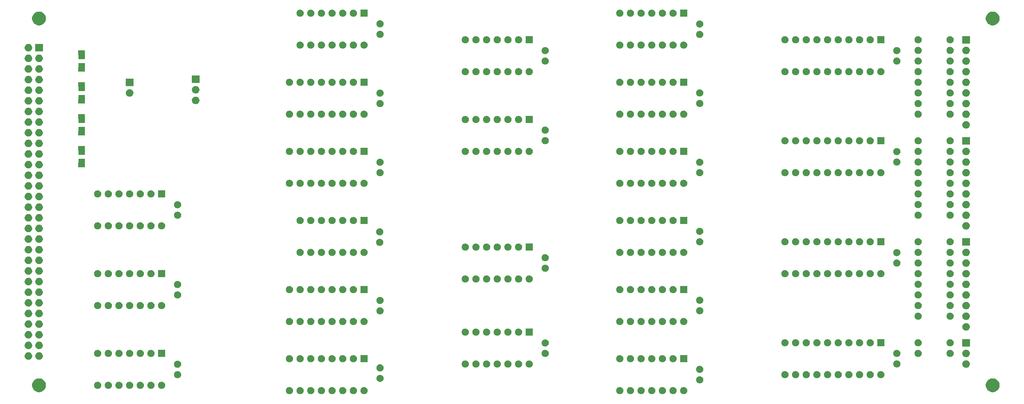
<source format=gbr>
G04 #@! TF.GenerationSoftware,KiCad,Pcbnew,5.1.5+dfsg1-2build2*
G04 #@! TF.CreationDate,2021-02-11T10:51:17+00:00*
G04 #@! TF.ProjectId,alu,616c752e-6b69-4636-9164-5f7063625858,rev?*
G04 #@! TF.SameCoordinates,Original*
G04 #@! TF.FileFunction,Soldermask,Bot*
G04 #@! TF.FilePolarity,Negative*
%FSLAX46Y46*%
G04 Gerber Fmt 4.6, Leading zero omitted, Abs format (unit mm)*
G04 Created by KiCad (PCBNEW 5.1.5+dfsg1-2build2) date 2021-02-11 10:51:17*
%MOMM*%
%LPD*%
G04 APERTURE LIST*
%ADD10C,0.100000*%
G04 APERTURE END LIST*
D10*
G36*
X188208228Y-137611703D02*
G01*
X188363100Y-137675853D01*
X188502481Y-137768985D01*
X188621015Y-137887519D01*
X188714147Y-138026900D01*
X188778297Y-138181772D01*
X188811000Y-138346184D01*
X188811000Y-138513816D01*
X188778297Y-138678228D01*
X188714147Y-138833100D01*
X188621015Y-138972481D01*
X188502481Y-139091015D01*
X188363100Y-139184147D01*
X188208228Y-139248297D01*
X188043816Y-139281000D01*
X187876184Y-139281000D01*
X187711772Y-139248297D01*
X187556900Y-139184147D01*
X187417519Y-139091015D01*
X187298985Y-138972481D01*
X187205853Y-138833100D01*
X187141703Y-138678228D01*
X187109000Y-138513816D01*
X187109000Y-138346184D01*
X187141703Y-138181772D01*
X187205853Y-138026900D01*
X187298985Y-137887519D01*
X187417519Y-137768985D01*
X187556900Y-137675853D01*
X187711772Y-137611703D01*
X187876184Y-137579000D01*
X188043816Y-137579000D01*
X188208228Y-137611703D01*
G37*
G36*
X96768228Y-137611703D02*
G01*
X96923100Y-137675853D01*
X97062481Y-137768985D01*
X97181015Y-137887519D01*
X97274147Y-138026900D01*
X97338297Y-138181772D01*
X97371000Y-138346184D01*
X97371000Y-138513816D01*
X97338297Y-138678228D01*
X97274147Y-138833100D01*
X97181015Y-138972481D01*
X97062481Y-139091015D01*
X96923100Y-139184147D01*
X96768228Y-139248297D01*
X96603816Y-139281000D01*
X96436184Y-139281000D01*
X96271772Y-139248297D01*
X96116900Y-139184147D01*
X95977519Y-139091015D01*
X95858985Y-138972481D01*
X95765853Y-138833100D01*
X95701703Y-138678228D01*
X95669000Y-138513816D01*
X95669000Y-138346184D01*
X95701703Y-138181772D01*
X95765853Y-138026900D01*
X95858985Y-137887519D01*
X95977519Y-137768985D01*
X96116900Y-137675853D01*
X96271772Y-137611703D01*
X96436184Y-137579000D01*
X96603816Y-137579000D01*
X96768228Y-137611703D01*
G37*
G36*
X94228228Y-137611703D02*
G01*
X94383100Y-137675853D01*
X94522481Y-137768985D01*
X94641015Y-137887519D01*
X94734147Y-138026900D01*
X94798297Y-138181772D01*
X94831000Y-138346184D01*
X94831000Y-138513816D01*
X94798297Y-138678228D01*
X94734147Y-138833100D01*
X94641015Y-138972481D01*
X94522481Y-139091015D01*
X94383100Y-139184147D01*
X94228228Y-139248297D01*
X94063816Y-139281000D01*
X93896184Y-139281000D01*
X93731772Y-139248297D01*
X93576900Y-139184147D01*
X93437519Y-139091015D01*
X93318985Y-138972481D01*
X93225853Y-138833100D01*
X93161703Y-138678228D01*
X93129000Y-138513816D01*
X93129000Y-138346184D01*
X93161703Y-138181772D01*
X93225853Y-138026900D01*
X93318985Y-137887519D01*
X93437519Y-137768985D01*
X93576900Y-137675853D01*
X93731772Y-137611703D01*
X93896184Y-137579000D01*
X94063816Y-137579000D01*
X94228228Y-137611703D01*
G37*
G36*
X99308228Y-137611703D02*
G01*
X99463100Y-137675853D01*
X99602481Y-137768985D01*
X99721015Y-137887519D01*
X99814147Y-138026900D01*
X99878297Y-138181772D01*
X99911000Y-138346184D01*
X99911000Y-138513816D01*
X99878297Y-138678228D01*
X99814147Y-138833100D01*
X99721015Y-138972481D01*
X99602481Y-139091015D01*
X99463100Y-139184147D01*
X99308228Y-139248297D01*
X99143816Y-139281000D01*
X98976184Y-139281000D01*
X98811772Y-139248297D01*
X98656900Y-139184147D01*
X98517519Y-139091015D01*
X98398985Y-138972481D01*
X98305853Y-138833100D01*
X98241703Y-138678228D01*
X98209000Y-138513816D01*
X98209000Y-138346184D01*
X98241703Y-138181772D01*
X98305853Y-138026900D01*
X98398985Y-137887519D01*
X98517519Y-137768985D01*
X98656900Y-137675853D01*
X98811772Y-137611703D01*
X98976184Y-137579000D01*
X99143816Y-137579000D01*
X99308228Y-137611703D01*
G37*
G36*
X101848228Y-137611703D02*
G01*
X102003100Y-137675853D01*
X102142481Y-137768985D01*
X102261015Y-137887519D01*
X102354147Y-138026900D01*
X102418297Y-138181772D01*
X102451000Y-138346184D01*
X102451000Y-138513816D01*
X102418297Y-138678228D01*
X102354147Y-138833100D01*
X102261015Y-138972481D01*
X102142481Y-139091015D01*
X102003100Y-139184147D01*
X101848228Y-139248297D01*
X101683816Y-139281000D01*
X101516184Y-139281000D01*
X101351772Y-139248297D01*
X101196900Y-139184147D01*
X101057519Y-139091015D01*
X100938985Y-138972481D01*
X100845853Y-138833100D01*
X100781703Y-138678228D01*
X100749000Y-138513816D01*
X100749000Y-138346184D01*
X100781703Y-138181772D01*
X100845853Y-138026900D01*
X100938985Y-137887519D01*
X101057519Y-137768985D01*
X101196900Y-137675853D01*
X101351772Y-137611703D01*
X101516184Y-137579000D01*
X101683816Y-137579000D01*
X101848228Y-137611703D01*
G37*
G36*
X104388228Y-137611703D02*
G01*
X104543100Y-137675853D01*
X104682481Y-137768985D01*
X104801015Y-137887519D01*
X104894147Y-138026900D01*
X104958297Y-138181772D01*
X104991000Y-138346184D01*
X104991000Y-138513816D01*
X104958297Y-138678228D01*
X104894147Y-138833100D01*
X104801015Y-138972481D01*
X104682481Y-139091015D01*
X104543100Y-139184147D01*
X104388228Y-139248297D01*
X104223816Y-139281000D01*
X104056184Y-139281000D01*
X103891772Y-139248297D01*
X103736900Y-139184147D01*
X103597519Y-139091015D01*
X103478985Y-138972481D01*
X103385853Y-138833100D01*
X103321703Y-138678228D01*
X103289000Y-138513816D01*
X103289000Y-138346184D01*
X103321703Y-138181772D01*
X103385853Y-138026900D01*
X103478985Y-137887519D01*
X103597519Y-137768985D01*
X103736900Y-137675853D01*
X103891772Y-137611703D01*
X104056184Y-137579000D01*
X104223816Y-137579000D01*
X104388228Y-137611703D01*
G37*
G36*
X106928228Y-137611703D02*
G01*
X107083100Y-137675853D01*
X107222481Y-137768985D01*
X107341015Y-137887519D01*
X107434147Y-138026900D01*
X107498297Y-138181772D01*
X107531000Y-138346184D01*
X107531000Y-138513816D01*
X107498297Y-138678228D01*
X107434147Y-138833100D01*
X107341015Y-138972481D01*
X107222481Y-139091015D01*
X107083100Y-139184147D01*
X106928228Y-139248297D01*
X106763816Y-139281000D01*
X106596184Y-139281000D01*
X106431772Y-139248297D01*
X106276900Y-139184147D01*
X106137519Y-139091015D01*
X106018985Y-138972481D01*
X105925853Y-138833100D01*
X105861703Y-138678228D01*
X105829000Y-138513816D01*
X105829000Y-138346184D01*
X105861703Y-138181772D01*
X105925853Y-138026900D01*
X106018985Y-137887519D01*
X106137519Y-137768985D01*
X106276900Y-137675853D01*
X106431772Y-137611703D01*
X106596184Y-137579000D01*
X106763816Y-137579000D01*
X106928228Y-137611703D01*
G37*
G36*
X109468228Y-137611703D02*
G01*
X109623100Y-137675853D01*
X109762481Y-137768985D01*
X109881015Y-137887519D01*
X109974147Y-138026900D01*
X110038297Y-138181772D01*
X110071000Y-138346184D01*
X110071000Y-138513816D01*
X110038297Y-138678228D01*
X109974147Y-138833100D01*
X109881015Y-138972481D01*
X109762481Y-139091015D01*
X109623100Y-139184147D01*
X109468228Y-139248297D01*
X109303816Y-139281000D01*
X109136184Y-139281000D01*
X108971772Y-139248297D01*
X108816900Y-139184147D01*
X108677519Y-139091015D01*
X108558985Y-138972481D01*
X108465853Y-138833100D01*
X108401703Y-138678228D01*
X108369000Y-138513816D01*
X108369000Y-138346184D01*
X108401703Y-138181772D01*
X108465853Y-138026900D01*
X108558985Y-137887519D01*
X108677519Y-137768985D01*
X108816900Y-137675853D01*
X108971772Y-137611703D01*
X109136184Y-137579000D01*
X109303816Y-137579000D01*
X109468228Y-137611703D01*
G37*
G36*
X172968228Y-137611703D02*
G01*
X173123100Y-137675853D01*
X173262481Y-137768985D01*
X173381015Y-137887519D01*
X173474147Y-138026900D01*
X173538297Y-138181772D01*
X173571000Y-138346184D01*
X173571000Y-138513816D01*
X173538297Y-138678228D01*
X173474147Y-138833100D01*
X173381015Y-138972481D01*
X173262481Y-139091015D01*
X173123100Y-139184147D01*
X172968228Y-139248297D01*
X172803816Y-139281000D01*
X172636184Y-139281000D01*
X172471772Y-139248297D01*
X172316900Y-139184147D01*
X172177519Y-139091015D01*
X172058985Y-138972481D01*
X171965853Y-138833100D01*
X171901703Y-138678228D01*
X171869000Y-138513816D01*
X171869000Y-138346184D01*
X171901703Y-138181772D01*
X171965853Y-138026900D01*
X172058985Y-137887519D01*
X172177519Y-137768985D01*
X172316900Y-137675853D01*
X172471772Y-137611703D01*
X172636184Y-137579000D01*
X172803816Y-137579000D01*
X172968228Y-137611703D01*
G37*
G36*
X112008228Y-137611703D02*
G01*
X112163100Y-137675853D01*
X112302481Y-137768985D01*
X112421015Y-137887519D01*
X112514147Y-138026900D01*
X112578297Y-138181772D01*
X112611000Y-138346184D01*
X112611000Y-138513816D01*
X112578297Y-138678228D01*
X112514147Y-138833100D01*
X112421015Y-138972481D01*
X112302481Y-139091015D01*
X112163100Y-139184147D01*
X112008228Y-139248297D01*
X111843816Y-139281000D01*
X111676184Y-139281000D01*
X111511772Y-139248297D01*
X111356900Y-139184147D01*
X111217519Y-139091015D01*
X111098985Y-138972481D01*
X111005853Y-138833100D01*
X110941703Y-138678228D01*
X110909000Y-138513816D01*
X110909000Y-138346184D01*
X110941703Y-138181772D01*
X111005853Y-138026900D01*
X111098985Y-137887519D01*
X111217519Y-137768985D01*
X111356900Y-137675853D01*
X111511772Y-137611703D01*
X111676184Y-137579000D01*
X111843816Y-137579000D01*
X112008228Y-137611703D01*
G37*
G36*
X185668228Y-137611703D02*
G01*
X185823100Y-137675853D01*
X185962481Y-137768985D01*
X186081015Y-137887519D01*
X186174147Y-138026900D01*
X186238297Y-138181772D01*
X186271000Y-138346184D01*
X186271000Y-138513816D01*
X186238297Y-138678228D01*
X186174147Y-138833100D01*
X186081015Y-138972481D01*
X185962481Y-139091015D01*
X185823100Y-139184147D01*
X185668228Y-139248297D01*
X185503816Y-139281000D01*
X185336184Y-139281000D01*
X185171772Y-139248297D01*
X185016900Y-139184147D01*
X184877519Y-139091015D01*
X184758985Y-138972481D01*
X184665853Y-138833100D01*
X184601703Y-138678228D01*
X184569000Y-138513816D01*
X184569000Y-138346184D01*
X184601703Y-138181772D01*
X184665853Y-138026900D01*
X184758985Y-137887519D01*
X184877519Y-137768985D01*
X185016900Y-137675853D01*
X185171772Y-137611703D01*
X185336184Y-137579000D01*
X185503816Y-137579000D01*
X185668228Y-137611703D01*
G37*
G36*
X183128228Y-137611703D02*
G01*
X183283100Y-137675853D01*
X183422481Y-137768985D01*
X183541015Y-137887519D01*
X183634147Y-138026900D01*
X183698297Y-138181772D01*
X183731000Y-138346184D01*
X183731000Y-138513816D01*
X183698297Y-138678228D01*
X183634147Y-138833100D01*
X183541015Y-138972481D01*
X183422481Y-139091015D01*
X183283100Y-139184147D01*
X183128228Y-139248297D01*
X182963816Y-139281000D01*
X182796184Y-139281000D01*
X182631772Y-139248297D01*
X182476900Y-139184147D01*
X182337519Y-139091015D01*
X182218985Y-138972481D01*
X182125853Y-138833100D01*
X182061703Y-138678228D01*
X182029000Y-138513816D01*
X182029000Y-138346184D01*
X182061703Y-138181772D01*
X182125853Y-138026900D01*
X182218985Y-137887519D01*
X182337519Y-137768985D01*
X182476900Y-137675853D01*
X182631772Y-137611703D01*
X182796184Y-137579000D01*
X182963816Y-137579000D01*
X183128228Y-137611703D01*
G37*
G36*
X178048228Y-137611703D02*
G01*
X178203100Y-137675853D01*
X178342481Y-137768985D01*
X178461015Y-137887519D01*
X178554147Y-138026900D01*
X178618297Y-138181772D01*
X178651000Y-138346184D01*
X178651000Y-138513816D01*
X178618297Y-138678228D01*
X178554147Y-138833100D01*
X178461015Y-138972481D01*
X178342481Y-139091015D01*
X178203100Y-139184147D01*
X178048228Y-139248297D01*
X177883816Y-139281000D01*
X177716184Y-139281000D01*
X177551772Y-139248297D01*
X177396900Y-139184147D01*
X177257519Y-139091015D01*
X177138985Y-138972481D01*
X177045853Y-138833100D01*
X176981703Y-138678228D01*
X176949000Y-138513816D01*
X176949000Y-138346184D01*
X176981703Y-138181772D01*
X177045853Y-138026900D01*
X177138985Y-137887519D01*
X177257519Y-137768985D01*
X177396900Y-137675853D01*
X177551772Y-137611703D01*
X177716184Y-137579000D01*
X177883816Y-137579000D01*
X178048228Y-137611703D01*
G37*
G36*
X175508228Y-137611703D02*
G01*
X175663100Y-137675853D01*
X175802481Y-137768985D01*
X175921015Y-137887519D01*
X176014147Y-138026900D01*
X176078297Y-138181772D01*
X176111000Y-138346184D01*
X176111000Y-138513816D01*
X176078297Y-138678228D01*
X176014147Y-138833100D01*
X175921015Y-138972481D01*
X175802481Y-139091015D01*
X175663100Y-139184147D01*
X175508228Y-139248297D01*
X175343816Y-139281000D01*
X175176184Y-139281000D01*
X175011772Y-139248297D01*
X174856900Y-139184147D01*
X174717519Y-139091015D01*
X174598985Y-138972481D01*
X174505853Y-138833100D01*
X174441703Y-138678228D01*
X174409000Y-138513816D01*
X174409000Y-138346184D01*
X174441703Y-138181772D01*
X174505853Y-138026900D01*
X174598985Y-137887519D01*
X174717519Y-137768985D01*
X174856900Y-137675853D01*
X175011772Y-137611703D01*
X175176184Y-137579000D01*
X175343816Y-137579000D01*
X175508228Y-137611703D01*
G37*
G36*
X180588228Y-137611703D02*
G01*
X180743100Y-137675853D01*
X180882481Y-137768985D01*
X181001015Y-137887519D01*
X181094147Y-138026900D01*
X181158297Y-138181772D01*
X181191000Y-138346184D01*
X181191000Y-138513816D01*
X181158297Y-138678228D01*
X181094147Y-138833100D01*
X181001015Y-138972481D01*
X180882481Y-139091015D01*
X180743100Y-139184147D01*
X180588228Y-139248297D01*
X180423816Y-139281000D01*
X180256184Y-139281000D01*
X180091772Y-139248297D01*
X179936900Y-139184147D01*
X179797519Y-139091015D01*
X179678985Y-138972481D01*
X179585853Y-138833100D01*
X179521703Y-138678228D01*
X179489000Y-138513816D01*
X179489000Y-138346184D01*
X179521703Y-138181772D01*
X179585853Y-138026900D01*
X179678985Y-137887519D01*
X179797519Y-137768985D01*
X179936900Y-137675853D01*
X180091772Y-137611703D01*
X180256184Y-137579000D01*
X180423816Y-137579000D01*
X180588228Y-137611703D01*
G37*
G36*
X34665256Y-135551298D02*
G01*
X34771579Y-135572447D01*
X35072042Y-135696903D01*
X35342451Y-135877585D01*
X35572415Y-136107549D01*
X35753097Y-136377958D01*
X35873359Y-136668295D01*
X35877553Y-136678422D01*
X35941000Y-136997389D01*
X35941000Y-137322611D01*
X35923969Y-137408229D01*
X35877553Y-137641579D01*
X35753097Y-137942042D01*
X35572415Y-138212451D01*
X35342451Y-138442415D01*
X35072042Y-138623097D01*
X34771579Y-138747553D01*
X34665256Y-138768702D01*
X34452611Y-138811000D01*
X34127389Y-138811000D01*
X33914744Y-138768702D01*
X33808421Y-138747553D01*
X33507958Y-138623097D01*
X33237549Y-138442415D01*
X33007585Y-138212451D01*
X32826903Y-137942042D01*
X32702447Y-137641579D01*
X32656031Y-137408229D01*
X32639000Y-137322611D01*
X32639000Y-136997389D01*
X32702447Y-136678422D01*
X32706642Y-136668295D01*
X32826903Y-136377958D01*
X33007585Y-136107549D01*
X33237549Y-135877585D01*
X33507958Y-135696903D01*
X33808421Y-135572447D01*
X33914744Y-135551298D01*
X34127389Y-135509000D01*
X34452611Y-135509000D01*
X34665256Y-135551298D01*
G37*
G36*
X261995256Y-135551298D02*
G01*
X262101579Y-135572447D01*
X262402042Y-135696903D01*
X262672451Y-135877585D01*
X262902415Y-136107549D01*
X263083097Y-136377958D01*
X263203359Y-136668295D01*
X263207553Y-136678422D01*
X263271000Y-136997389D01*
X263271000Y-137322611D01*
X263253969Y-137408229D01*
X263207553Y-137641579D01*
X263083097Y-137942042D01*
X262902415Y-138212451D01*
X262672451Y-138442415D01*
X262402042Y-138623097D01*
X262101579Y-138747553D01*
X261995256Y-138768702D01*
X261782611Y-138811000D01*
X261457389Y-138811000D01*
X261244744Y-138768702D01*
X261138421Y-138747553D01*
X260837958Y-138623097D01*
X260567549Y-138442415D01*
X260337585Y-138212451D01*
X260156903Y-137942042D01*
X260032447Y-137641579D01*
X259986031Y-137408229D01*
X259969000Y-137322611D01*
X259969000Y-136997389D01*
X260032447Y-136678422D01*
X260036642Y-136668295D01*
X260156903Y-136377958D01*
X260337585Y-136107549D01*
X260567549Y-135877585D01*
X260837958Y-135696903D01*
X261138421Y-135572447D01*
X261244744Y-135551298D01*
X261457389Y-135509000D01*
X261782611Y-135509000D01*
X261995256Y-135551298D01*
G37*
G36*
X61208228Y-136341703D02*
G01*
X61363100Y-136405853D01*
X61502481Y-136498985D01*
X61621015Y-136617519D01*
X61714147Y-136756900D01*
X61778297Y-136911772D01*
X61811000Y-137076184D01*
X61811000Y-137243816D01*
X61778297Y-137408228D01*
X61714147Y-137563100D01*
X61621015Y-137702481D01*
X61502481Y-137821015D01*
X61363100Y-137914147D01*
X61208228Y-137978297D01*
X61043816Y-138011000D01*
X60876184Y-138011000D01*
X60711772Y-137978297D01*
X60556900Y-137914147D01*
X60417519Y-137821015D01*
X60298985Y-137702481D01*
X60205853Y-137563100D01*
X60141703Y-137408228D01*
X60109000Y-137243816D01*
X60109000Y-137076184D01*
X60141703Y-136911772D01*
X60205853Y-136756900D01*
X60298985Y-136617519D01*
X60417519Y-136498985D01*
X60556900Y-136405853D01*
X60711772Y-136341703D01*
X60876184Y-136309000D01*
X61043816Y-136309000D01*
X61208228Y-136341703D01*
G37*
G36*
X63748228Y-136341703D02*
G01*
X63903100Y-136405853D01*
X64042481Y-136498985D01*
X64161015Y-136617519D01*
X64254147Y-136756900D01*
X64318297Y-136911772D01*
X64351000Y-137076184D01*
X64351000Y-137243816D01*
X64318297Y-137408228D01*
X64254147Y-137563100D01*
X64161015Y-137702481D01*
X64042481Y-137821015D01*
X63903100Y-137914147D01*
X63748228Y-137978297D01*
X63583816Y-138011000D01*
X63416184Y-138011000D01*
X63251772Y-137978297D01*
X63096900Y-137914147D01*
X62957519Y-137821015D01*
X62838985Y-137702481D01*
X62745853Y-137563100D01*
X62681703Y-137408228D01*
X62649000Y-137243816D01*
X62649000Y-137076184D01*
X62681703Y-136911772D01*
X62745853Y-136756900D01*
X62838985Y-136617519D01*
X62957519Y-136498985D01*
X63096900Y-136405853D01*
X63251772Y-136341703D01*
X63416184Y-136309000D01*
X63583816Y-136309000D01*
X63748228Y-136341703D01*
G37*
G36*
X58668228Y-136341703D02*
G01*
X58823100Y-136405853D01*
X58962481Y-136498985D01*
X59081015Y-136617519D01*
X59174147Y-136756900D01*
X59238297Y-136911772D01*
X59271000Y-137076184D01*
X59271000Y-137243816D01*
X59238297Y-137408228D01*
X59174147Y-137563100D01*
X59081015Y-137702481D01*
X58962481Y-137821015D01*
X58823100Y-137914147D01*
X58668228Y-137978297D01*
X58503816Y-138011000D01*
X58336184Y-138011000D01*
X58171772Y-137978297D01*
X58016900Y-137914147D01*
X57877519Y-137821015D01*
X57758985Y-137702481D01*
X57665853Y-137563100D01*
X57601703Y-137408228D01*
X57569000Y-137243816D01*
X57569000Y-137076184D01*
X57601703Y-136911772D01*
X57665853Y-136756900D01*
X57758985Y-136617519D01*
X57877519Y-136498985D01*
X58016900Y-136405853D01*
X58171772Y-136341703D01*
X58336184Y-136309000D01*
X58503816Y-136309000D01*
X58668228Y-136341703D01*
G37*
G36*
X53588228Y-136341703D02*
G01*
X53743100Y-136405853D01*
X53882481Y-136498985D01*
X54001015Y-136617519D01*
X54094147Y-136756900D01*
X54158297Y-136911772D01*
X54191000Y-137076184D01*
X54191000Y-137243816D01*
X54158297Y-137408228D01*
X54094147Y-137563100D01*
X54001015Y-137702481D01*
X53882481Y-137821015D01*
X53743100Y-137914147D01*
X53588228Y-137978297D01*
X53423816Y-138011000D01*
X53256184Y-138011000D01*
X53091772Y-137978297D01*
X52936900Y-137914147D01*
X52797519Y-137821015D01*
X52678985Y-137702481D01*
X52585853Y-137563100D01*
X52521703Y-137408228D01*
X52489000Y-137243816D01*
X52489000Y-137076184D01*
X52521703Y-136911772D01*
X52585853Y-136756900D01*
X52678985Y-136617519D01*
X52797519Y-136498985D01*
X52936900Y-136405853D01*
X53091772Y-136341703D01*
X53256184Y-136309000D01*
X53423816Y-136309000D01*
X53588228Y-136341703D01*
G37*
G36*
X51048228Y-136341703D02*
G01*
X51203100Y-136405853D01*
X51342481Y-136498985D01*
X51461015Y-136617519D01*
X51554147Y-136756900D01*
X51618297Y-136911772D01*
X51651000Y-137076184D01*
X51651000Y-137243816D01*
X51618297Y-137408228D01*
X51554147Y-137563100D01*
X51461015Y-137702481D01*
X51342481Y-137821015D01*
X51203100Y-137914147D01*
X51048228Y-137978297D01*
X50883816Y-138011000D01*
X50716184Y-138011000D01*
X50551772Y-137978297D01*
X50396900Y-137914147D01*
X50257519Y-137821015D01*
X50138985Y-137702481D01*
X50045853Y-137563100D01*
X49981703Y-137408228D01*
X49949000Y-137243816D01*
X49949000Y-137076184D01*
X49981703Y-136911772D01*
X50045853Y-136756900D01*
X50138985Y-136617519D01*
X50257519Y-136498985D01*
X50396900Y-136405853D01*
X50551772Y-136341703D01*
X50716184Y-136309000D01*
X50883816Y-136309000D01*
X51048228Y-136341703D01*
G37*
G36*
X48508228Y-136341703D02*
G01*
X48663100Y-136405853D01*
X48802481Y-136498985D01*
X48921015Y-136617519D01*
X49014147Y-136756900D01*
X49078297Y-136911772D01*
X49111000Y-137076184D01*
X49111000Y-137243816D01*
X49078297Y-137408228D01*
X49014147Y-137563100D01*
X48921015Y-137702481D01*
X48802481Y-137821015D01*
X48663100Y-137914147D01*
X48508228Y-137978297D01*
X48343816Y-138011000D01*
X48176184Y-138011000D01*
X48011772Y-137978297D01*
X47856900Y-137914147D01*
X47717519Y-137821015D01*
X47598985Y-137702481D01*
X47505853Y-137563100D01*
X47441703Y-137408228D01*
X47409000Y-137243816D01*
X47409000Y-137076184D01*
X47441703Y-136911772D01*
X47505853Y-136756900D01*
X47598985Y-136617519D01*
X47717519Y-136498985D01*
X47856900Y-136405853D01*
X48011772Y-136341703D01*
X48176184Y-136309000D01*
X48343816Y-136309000D01*
X48508228Y-136341703D01*
G37*
G36*
X56128228Y-136341703D02*
G01*
X56283100Y-136405853D01*
X56422481Y-136498985D01*
X56541015Y-136617519D01*
X56634147Y-136756900D01*
X56698297Y-136911772D01*
X56731000Y-137076184D01*
X56731000Y-137243816D01*
X56698297Y-137408228D01*
X56634147Y-137563100D01*
X56541015Y-137702481D01*
X56422481Y-137821015D01*
X56283100Y-137914147D01*
X56128228Y-137978297D01*
X55963816Y-138011000D01*
X55796184Y-138011000D01*
X55631772Y-137978297D01*
X55476900Y-137914147D01*
X55337519Y-137821015D01*
X55218985Y-137702481D01*
X55125853Y-137563100D01*
X55061703Y-137408228D01*
X55029000Y-137243816D01*
X55029000Y-137076184D01*
X55061703Y-136911772D01*
X55125853Y-136756900D01*
X55218985Y-136617519D01*
X55337519Y-136498985D01*
X55476900Y-136405853D01*
X55631772Y-136341703D01*
X55796184Y-136309000D01*
X55963816Y-136309000D01*
X56128228Y-136341703D01*
G37*
G36*
X192018228Y-135031703D02*
G01*
X192173100Y-135095853D01*
X192312481Y-135188985D01*
X192431015Y-135307519D01*
X192524147Y-135446900D01*
X192588297Y-135601772D01*
X192621000Y-135766184D01*
X192621000Y-135933816D01*
X192588297Y-136098228D01*
X192524147Y-136253100D01*
X192431015Y-136392481D01*
X192312481Y-136511015D01*
X192173100Y-136604147D01*
X192018228Y-136668297D01*
X191853816Y-136701000D01*
X191686184Y-136701000D01*
X191521772Y-136668297D01*
X191366900Y-136604147D01*
X191227519Y-136511015D01*
X191108985Y-136392481D01*
X191015853Y-136253100D01*
X190951703Y-136098228D01*
X190919000Y-135933816D01*
X190919000Y-135766184D01*
X190951703Y-135601772D01*
X191015853Y-135446900D01*
X191108985Y-135307519D01*
X191227519Y-135188985D01*
X191366900Y-135095853D01*
X191521772Y-135031703D01*
X191686184Y-134999000D01*
X191853816Y-134999000D01*
X192018228Y-135031703D01*
G37*
G36*
X115818228Y-134681703D02*
G01*
X115973100Y-134745853D01*
X116112481Y-134838985D01*
X116231015Y-134957519D01*
X116324147Y-135096900D01*
X116388297Y-135251772D01*
X116421000Y-135416184D01*
X116421000Y-135583816D01*
X116388297Y-135748228D01*
X116324147Y-135903100D01*
X116231015Y-136042481D01*
X116112481Y-136161015D01*
X115973100Y-136254147D01*
X115818228Y-136318297D01*
X115653816Y-136351000D01*
X115486184Y-136351000D01*
X115321772Y-136318297D01*
X115166900Y-136254147D01*
X115027519Y-136161015D01*
X114908985Y-136042481D01*
X114815853Y-135903100D01*
X114751703Y-135748228D01*
X114719000Y-135583816D01*
X114719000Y-135416184D01*
X114751703Y-135251772D01*
X114815853Y-135096900D01*
X114908985Y-134957519D01*
X115027519Y-134838985D01*
X115166900Y-134745853D01*
X115321772Y-134681703D01*
X115486184Y-134649000D01*
X115653816Y-134649000D01*
X115818228Y-134681703D01*
G37*
G36*
X67558228Y-133801703D02*
G01*
X67713100Y-133865853D01*
X67852481Y-133958985D01*
X67971015Y-134077519D01*
X68064147Y-134216900D01*
X68128297Y-134371772D01*
X68161000Y-134536184D01*
X68161000Y-134703816D01*
X68128297Y-134868228D01*
X68064147Y-135023100D01*
X67971015Y-135162481D01*
X67852481Y-135281015D01*
X67713100Y-135374147D01*
X67558228Y-135438297D01*
X67393816Y-135471000D01*
X67226184Y-135471000D01*
X67061772Y-135438297D01*
X66906900Y-135374147D01*
X66767519Y-135281015D01*
X66648985Y-135162481D01*
X66555853Y-135023100D01*
X66491703Y-134868228D01*
X66459000Y-134703816D01*
X66459000Y-134536184D01*
X66491703Y-134371772D01*
X66555853Y-134216900D01*
X66648985Y-134077519D01*
X66767519Y-133958985D01*
X66906900Y-133865853D01*
X67061772Y-133801703D01*
X67226184Y-133769000D01*
X67393816Y-133769000D01*
X67558228Y-133801703D01*
G37*
G36*
X212338228Y-133801703D02*
G01*
X212493100Y-133865853D01*
X212632481Y-133958985D01*
X212751015Y-134077519D01*
X212844147Y-134216900D01*
X212908297Y-134371772D01*
X212941000Y-134536184D01*
X212941000Y-134703816D01*
X212908297Y-134868228D01*
X212844147Y-135023100D01*
X212751015Y-135162481D01*
X212632481Y-135281015D01*
X212493100Y-135374147D01*
X212338228Y-135438297D01*
X212173816Y-135471000D01*
X212006184Y-135471000D01*
X211841772Y-135438297D01*
X211686900Y-135374147D01*
X211547519Y-135281015D01*
X211428985Y-135162481D01*
X211335853Y-135023100D01*
X211271703Y-134868228D01*
X211239000Y-134703816D01*
X211239000Y-134536184D01*
X211271703Y-134371772D01*
X211335853Y-134216900D01*
X211428985Y-134077519D01*
X211547519Y-133958985D01*
X211686900Y-133865853D01*
X211841772Y-133801703D01*
X212006184Y-133769000D01*
X212173816Y-133769000D01*
X212338228Y-133801703D01*
G37*
G36*
X214878228Y-133801703D02*
G01*
X215033100Y-133865853D01*
X215172481Y-133958985D01*
X215291015Y-134077519D01*
X215384147Y-134216900D01*
X215448297Y-134371772D01*
X215481000Y-134536184D01*
X215481000Y-134703816D01*
X215448297Y-134868228D01*
X215384147Y-135023100D01*
X215291015Y-135162481D01*
X215172481Y-135281015D01*
X215033100Y-135374147D01*
X214878228Y-135438297D01*
X214713816Y-135471000D01*
X214546184Y-135471000D01*
X214381772Y-135438297D01*
X214226900Y-135374147D01*
X214087519Y-135281015D01*
X213968985Y-135162481D01*
X213875853Y-135023100D01*
X213811703Y-134868228D01*
X213779000Y-134703816D01*
X213779000Y-134536184D01*
X213811703Y-134371772D01*
X213875853Y-134216900D01*
X213968985Y-134077519D01*
X214087519Y-133958985D01*
X214226900Y-133865853D01*
X214381772Y-133801703D01*
X214546184Y-133769000D01*
X214713816Y-133769000D01*
X214878228Y-133801703D01*
G37*
G36*
X217418228Y-133801703D02*
G01*
X217573100Y-133865853D01*
X217712481Y-133958985D01*
X217831015Y-134077519D01*
X217924147Y-134216900D01*
X217988297Y-134371772D01*
X218021000Y-134536184D01*
X218021000Y-134703816D01*
X217988297Y-134868228D01*
X217924147Y-135023100D01*
X217831015Y-135162481D01*
X217712481Y-135281015D01*
X217573100Y-135374147D01*
X217418228Y-135438297D01*
X217253816Y-135471000D01*
X217086184Y-135471000D01*
X216921772Y-135438297D01*
X216766900Y-135374147D01*
X216627519Y-135281015D01*
X216508985Y-135162481D01*
X216415853Y-135023100D01*
X216351703Y-134868228D01*
X216319000Y-134703816D01*
X216319000Y-134536184D01*
X216351703Y-134371772D01*
X216415853Y-134216900D01*
X216508985Y-134077519D01*
X216627519Y-133958985D01*
X216766900Y-133865853D01*
X216921772Y-133801703D01*
X217086184Y-133769000D01*
X217253816Y-133769000D01*
X217418228Y-133801703D01*
G37*
G36*
X227578228Y-133801703D02*
G01*
X227733100Y-133865853D01*
X227872481Y-133958985D01*
X227991015Y-134077519D01*
X228084147Y-134216900D01*
X228148297Y-134371772D01*
X228181000Y-134536184D01*
X228181000Y-134703816D01*
X228148297Y-134868228D01*
X228084147Y-135023100D01*
X227991015Y-135162481D01*
X227872481Y-135281015D01*
X227733100Y-135374147D01*
X227578228Y-135438297D01*
X227413816Y-135471000D01*
X227246184Y-135471000D01*
X227081772Y-135438297D01*
X226926900Y-135374147D01*
X226787519Y-135281015D01*
X226668985Y-135162481D01*
X226575853Y-135023100D01*
X226511703Y-134868228D01*
X226479000Y-134703816D01*
X226479000Y-134536184D01*
X226511703Y-134371772D01*
X226575853Y-134216900D01*
X226668985Y-134077519D01*
X226787519Y-133958985D01*
X226926900Y-133865853D01*
X227081772Y-133801703D01*
X227246184Y-133769000D01*
X227413816Y-133769000D01*
X227578228Y-133801703D01*
G37*
G36*
X230118228Y-133801703D02*
G01*
X230273100Y-133865853D01*
X230412481Y-133958985D01*
X230531015Y-134077519D01*
X230624147Y-134216900D01*
X230688297Y-134371772D01*
X230721000Y-134536184D01*
X230721000Y-134703816D01*
X230688297Y-134868228D01*
X230624147Y-135023100D01*
X230531015Y-135162481D01*
X230412481Y-135281015D01*
X230273100Y-135374147D01*
X230118228Y-135438297D01*
X229953816Y-135471000D01*
X229786184Y-135471000D01*
X229621772Y-135438297D01*
X229466900Y-135374147D01*
X229327519Y-135281015D01*
X229208985Y-135162481D01*
X229115853Y-135023100D01*
X229051703Y-134868228D01*
X229019000Y-134703816D01*
X229019000Y-134536184D01*
X229051703Y-134371772D01*
X229115853Y-134216900D01*
X229208985Y-134077519D01*
X229327519Y-133958985D01*
X229466900Y-133865853D01*
X229621772Y-133801703D01*
X229786184Y-133769000D01*
X229953816Y-133769000D01*
X230118228Y-133801703D01*
G37*
G36*
X232658228Y-133801703D02*
G01*
X232813100Y-133865853D01*
X232952481Y-133958985D01*
X233071015Y-134077519D01*
X233164147Y-134216900D01*
X233228297Y-134371772D01*
X233261000Y-134536184D01*
X233261000Y-134703816D01*
X233228297Y-134868228D01*
X233164147Y-135023100D01*
X233071015Y-135162481D01*
X232952481Y-135281015D01*
X232813100Y-135374147D01*
X232658228Y-135438297D01*
X232493816Y-135471000D01*
X232326184Y-135471000D01*
X232161772Y-135438297D01*
X232006900Y-135374147D01*
X231867519Y-135281015D01*
X231748985Y-135162481D01*
X231655853Y-135023100D01*
X231591703Y-134868228D01*
X231559000Y-134703816D01*
X231559000Y-134536184D01*
X231591703Y-134371772D01*
X231655853Y-134216900D01*
X231748985Y-134077519D01*
X231867519Y-133958985D01*
X232006900Y-133865853D01*
X232161772Y-133801703D01*
X232326184Y-133769000D01*
X232493816Y-133769000D01*
X232658228Y-133801703D01*
G37*
G36*
X235198228Y-133801703D02*
G01*
X235353100Y-133865853D01*
X235492481Y-133958985D01*
X235611015Y-134077519D01*
X235704147Y-134216900D01*
X235768297Y-134371772D01*
X235801000Y-134536184D01*
X235801000Y-134703816D01*
X235768297Y-134868228D01*
X235704147Y-135023100D01*
X235611015Y-135162481D01*
X235492481Y-135281015D01*
X235353100Y-135374147D01*
X235198228Y-135438297D01*
X235033816Y-135471000D01*
X234866184Y-135471000D01*
X234701772Y-135438297D01*
X234546900Y-135374147D01*
X234407519Y-135281015D01*
X234288985Y-135162481D01*
X234195853Y-135023100D01*
X234131703Y-134868228D01*
X234099000Y-134703816D01*
X234099000Y-134536184D01*
X234131703Y-134371772D01*
X234195853Y-134216900D01*
X234288985Y-134077519D01*
X234407519Y-133958985D01*
X234546900Y-133865853D01*
X234701772Y-133801703D01*
X234866184Y-133769000D01*
X235033816Y-133769000D01*
X235198228Y-133801703D01*
G37*
G36*
X222498228Y-133801703D02*
G01*
X222653100Y-133865853D01*
X222792481Y-133958985D01*
X222911015Y-134077519D01*
X223004147Y-134216900D01*
X223068297Y-134371772D01*
X223101000Y-134536184D01*
X223101000Y-134703816D01*
X223068297Y-134868228D01*
X223004147Y-135023100D01*
X222911015Y-135162481D01*
X222792481Y-135281015D01*
X222653100Y-135374147D01*
X222498228Y-135438297D01*
X222333816Y-135471000D01*
X222166184Y-135471000D01*
X222001772Y-135438297D01*
X221846900Y-135374147D01*
X221707519Y-135281015D01*
X221588985Y-135162481D01*
X221495853Y-135023100D01*
X221431703Y-134868228D01*
X221399000Y-134703816D01*
X221399000Y-134536184D01*
X221431703Y-134371772D01*
X221495853Y-134216900D01*
X221588985Y-134077519D01*
X221707519Y-133958985D01*
X221846900Y-133865853D01*
X222001772Y-133801703D01*
X222166184Y-133769000D01*
X222333816Y-133769000D01*
X222498228Y-133801703D01*
G37*
G36*
X219958228Y-133801703D02*
G01*
X220113100Y-133865853D01*
X220252481Y-133958985D01*
X220371015Y-134077519D01*
X220464147Y-134216900D01*
X220528297Y-134371772D01*
X220561000Y-134536184D01*
X220561000Y-134703816D01*
X220528297Y-134868228D01*
X220464147Y-135023100D01*
X220371015Y-135162481D01*
X220252481Y-135281015D01*
X220113100Y-135374147D01*
X219958228Y-135438297D01*
X219793816Y-135471000D01*
X219626184Y-135471000D01*
X219461772Y-135438297D01*
X219306900Y-135374147D01*
X219167519Y-135281015D01*
X219048985Y-135162481D01*
X218955853Y-135023100D01*
X218891703Y-134868228D01*
X218859000Y-134703816D01*
X218859000Y-134536184D01*
X218891703Y-134371772D01*
X218955853Y-134216900D01*
X219048985Y-134077519D01*
X219167519Y-133958985D01*
X219306900Y-133865853D01*
X219461772Y-133801703D01*
X219626184Y-133769000D01*
X219793816Y-133769000D01*
X219958228Y-133801703D01*
G37*
G36*
X225038228Y-133801703D02*
G01*
X225193100Y-133865853D01*
X225332481Y-133958985D01*
X225451015Y-134077519D01*
X225544147Y-134216900D01*
X225608297Y-134371772D01*
X225641000Y-134536184D01*
X225641000Y-134703816D01*
X225608297Y-134868228D01*
X225544147Y-135023100D01*
X225451015Y-135162481D01*
X225332481Y-135281015D01*
X225193100Y-135374147D01*
X225038228Y-135438297D01*
X224873816Y-135471000D01*
X224706184Y-135471000D01*
X224541772Y-135438297D01*
X224386900Y-135374147D01*
X224247519Y-135281015D01*
X224128985Y-135162481D01*
X224035853Y-135023100D01*
X223971703Y-134868228D01*
X223939000Y-134703816D01*
X223939000Y-134536184D01*
X223971703Y-134371772D01*
X224035853Y-134216900D01*
X224128985Y-134077519D01*
X224247519Y-133958985D01*
X224386900Y-133865853D01*
X224541772Y-133801703D01*
X224706184Y-133769000D01*
X224873816Y-133769000D01*
X225038228Y-133801703D01*
G37*
G36*
X192018228Y-132531703D02*
G01*
X192173100Y-132595853D01*
X192312481Y-132688985D01*
X192431015Y-132807519D01*
X192524147Y-132946900D01*
X192588297Y-133101772D01*
X192621000Y-133266184D01*
X192621000Y-133433816D01*
X192588297Y-133598228D01*
X192524147Y-133753100D01*
X192431015Y-133892481D01*
X192312481Y-134011015D01*
X192173100Y-134104147D01*
X192018228Y-134168297D01*
X191853816Y-134201000D01*
X191686184Y-134201000D01*
X191521772Y-134168297D01*
X191366900Y-134104147D01*
X191227519Y-134011015D01*
X191108985Y-133892481D01*
X191015853Y-133753100D01*
X190951703Y-133598228D01*
X190919000Y-133433816D01*
X190919000Y-133266184D01*
X190951703Y-133101772D01*
X191015853Y-132946900D01*
X191108985Y-132807519D01*
X191227519Y-132688985D01*
X191366900Y-132595853D01*
X191521772Y-132531703D01*
X191686184Y-132499000D01*
X191853816Y-132499000D01*
X192018228Y-132531703D01*
G37*
G36*
X115818228Y-132181703D02*
G01*
X115973100Y-132245853D01*
X116112481Y-132338985D01*
X116231015Y-132457519D01*
X116324147Y-132596900D01*
X116388297Y-132751772D01*
X116421000Y-132916184D01*
X116421000Y-133083816D01*
X116388297Y-133248228D01*
X116324147Y-133403100D01*
X116231015Y-133542481D01*
X116112481Y-133661015D01*
X115973100Y-133754147D01*
X115818228Y-133818297D01*
X115653816Y-133851000D01*
X115486184Y-133851000D01*
X115321772Y-133818297D01*
X115166900Y-133754147D01*
X115027519Y-133661015D01*
X114908985Y-133542481D01*
X114815853Y-133403100D01*
X114751703Y-133248228D01*
X114719000Y-133083816D01*
X114719000Y-132916184D01*
X114751703Y-132751772D01*
X114815853Y-132596900D01*
X114908985Y-132457519D01*
X115027519Y-132338985D01*
X115166900Y-132245853D01*
X115321772Y-132181703D01*
X115486184Y-132149000D01*
X115653816Y-132149000D01*
X115818228Y-132181703D01*
G37*
G36*
X255383512Y-131183927D02*
G01*
X255532812Y-131213624D01*
X255696784Y-131281544D01*
X255844354Y-131380147D01*
X255969853Y-131505646D01*
X256068456Y-131653216D01*
X256136376Y-131817188D01*
X256171000Y-131991259D01*
X256171000Y-132168741D01*
X256136376Y-132342812D01*
X256068456Y-132506784D01*
X255969853Y-132654354D01*
X255844354Y-132779853D01*
X255696784Y-132878456D01*
X255532812Y-132946376D01*
X255383512Y-132976073D01*
X255358742Y-132981000D01*
X255181258Y-132981000D01*
X255156488Y-132976073D01*
X255007188Y-132946376D01*
X254843216Y-132878456D01*
X254695646Y-132779853D01*
X254570147Y-132654354D01*
X254471544Y-132506784D01*
X254403624Y-132342812D01*
X254369000Y-132168741D01*
X254369000Y-131991259D01*
X254403624Y-131817188D01*
X254471544Y-131653216D01*
X254570147Y-131505646D01*
X254695646Y-131380147D01*
X254843216Y-131281544D01*
X255007188Y-131213624D01*
X255156488Y-131183927D01*
X255181258Y-131179000D01*
X255358742Y-131179000D01*
X255383512Y-131183927D01*
G37*
G36*
X67558228Y-131301703D02*
G01*
X67713100Y-131365853D01*
X67852481Y-131458985D01*
X67971015Y-131577519D01*
X68064147Y-131716900D01*
X68128297Y-131871772D01*
X68161000Y-132036184D01*
X68161000Y-132203816D01*
X68128297Y-132368228D01*
X68064147Y-132523100D01*
X67971015Y-132662481D01*
X67852481Y-132781015D01*
X67713100Y-132874147D01*
X67558228Y-132938297D01*
X67393816Y-132971000D01*
X67226184Y-132971000D01*
X67061772Y-132938297D01*
X66906900Y-132874147D01*
X66767519Y-132781015D01*
X66648985Y-132662481D01*
X66555853Y-132523100D01*
X66491703Y-132368228D01*
X66459000Y-132203816D01*
X66459000Y-132036184D01*
X66491703Y-131871772D01*
X66555853Y-131716900D01*
X66648985Y-131577519D01*
X66767519Y-131458985D01*
X66906900Y-131365853D01*
X67061772Y-131301703D01*
X67226184Y-131269000D01*
X67393816Y-131269000D01*
X67558228Y-131301703D01*
G37*
G36*
X138678228Y-131261703D02*
G01*
X138833100Y-131325853D01*
X138972481Y-131418985D01*
X139091015Y-131537519D01*
X139184147Y-131676900D01*
X139248297Y-131831772D01*
X139281000Y-131996184D01*
X139281000Y-132163816D01*
X139248297Y-132328228D01*
X139184147Y-132483100D01*
X139091015Y-132622481D01*
X138972481Y-132741015D01*
X138833100Y-132834147D01*
X138678228Y-132898297D01*
X138513816Y-132931000D01*
X138346184Y-132931000D01*
X138181772Y-132898297D01*
X138026900Y-132834147D01*
X137887519Y-132741015D01*
X137768985Y-132622481D01*
X137675853Y-132483100D01*
X137611703Y-132328228D01*
X137579000Y-132163816D01*
X137579000Y-131996184D01*
X137611703Y-131831772D01*
X137675853Y-131676900D01*
X137768985Y-131537519D01*
X137887519Y-131418985D01*
X138026900Y-131325853D01*
X138181772Y-131261703D01*
X138346184Y-131229000D01*
X138513816Y-131229000D01*
X138678228Y-131261703D01*
G37*
G36*
X146298228Y-131261703D02*
G01*
X146453100Y-131325853D01*
X146592481Y-131418985D01*
X146711015Y-131537519D01*
X146804147Y-131676900D01*
X146868297Y-131831772D01*
X146901000Y-131996184D01*
X146901000Y-132163816D01*
X146868297Y-132328228D01*
X146804147Y-132483100D01*
X146711015Y-132622481D01*
X146592481Y-132741015D01*
X146453100Y-132834147D01*
X146298228Y-132898297D01*
X146133816Y-132931000D01*
X145966184Y-132931000D01*
X145801772Y-132898297D01*
X145646900Y-132834147D01*
X145507519Y-132741015D01*
X145388985Y-132622481D01*
X145295853Y-132483100D01*
X145231703Y-132328228D01*
X145199000Y-132163816D01*
X145199000Y-131996184D01*
X145231703Y-131831772D01*
X145295853Y-131676900D01*
X145388985Y-131537519D01*
X145507519Y-131418985D01*
X145646900Y-131325853D01*
X145801772Y-131261703D01*
X145966184Y-131229000D01*
X146133816Y-131229000D01*
X146298228Y-131261703D01*
G37*
G36*
X148838228Y-131261703D02*
G01*
X148993100Y-131325853D01*
X149132481Y-131418985D01*
X149251015Y-131537519D01*
X149344147Y-131676900D01*
X149408297Y-131831772D01*
X149441000Y-131996184D01*
X149441000Y-132163816D01*
X149408297Y-132328228D01*
X149344147Y-132483100D01*
X149251015Y-132622481D01*
X149132481Y-132741015D01*
X148993100Y-132834147D01*
X148838228Y-132898297D01*
X148673816Y-132931000D01*
X148506184Y-132931000D01*
X148341772Y-132898297D01*
X148186900Y-132834147D01*
X148047519Y-132741015D01*
X147928985Y-132622481D01*
X147835853Y-132483100D01*
X147771703Y-132328228D01*
X147739000Y-132163816D01*
X147739000Y-131996184D01*
X147771703Y-131831772D01*
X147835853Y-131676900D01*
X147928985Y-131537519D01*
X148047519Y-131418985D01*
X148186900Y-131325853D01*
X148341772Y-131261703D01*
X148506184Y-131229000D01*
X148673816Y-131229000D01*
X148838228Y-131261703D01*
G37*
G36*
X151378228Y-131261703D02*
G01*
X151533100Y-131325853D01*
X151672481Y-131418985D01*
X151791015Y-131537519D01*
X151884147Y-131676900D01*
X151948297Y-131831772D01*
X151981000Y-131996184D01*
X151981000Y-132163816D01*
X151948297Y-132328228D01*
X151884147Y-132483100D01*
X151791015Y-132622481D01*
X151672481Y-132741015D01*
X151533100Y-132834147D01*
X151378228Y-132898297D01*
X151213816Y-132931000D01*
X151046184Y-132931000D01*
X150881772Y-132898297D01*
X150726900Y-132834147D01*
X150587519Y-132741015D01*
X150468985Y-132622481D01*
X150375853Y-132483100D01*
X150311703Y-132328228D01*
X150279000Y-132163816D01*
X150279000Y-131996184D01*
X150311703Y-131831772D01*
X150375853Y-131676900D01*
X150468985Y-131537519D01*
X150587519Y-131418985D01*
X150726900Y-131325853D01*
X150881772Y-131261703D01*
X151046184Y-131229000D01*
X151213816Y-131229000D01*
X151378228Y-131261703D01*
G37*
G36*
X136138228Y-131261703D02*
G01*
X136293100Y-131325853D01*
X136432481Y-131418985D01*
X136551015Y-131537519D01*
X136644147Y-131676900D01*
X136708297Y-131831772D01*
X136741000Y-131996184D01*
X136741000Y-132163816D01*
X136708297Y-132328228D01*
X136644147Y-132483100D01*
X136551015Y-132622481D01*
X136432481Y-132741015D01*
X136293100Y-132834147D01*
X136138228Y-132898297D01*
X135973816Y-132931000D01*
X135806184Y-132931000D01*
X135641772Y-132898297D01*
X135486900Y-132834147D01*
X135347519Y-132741015D01*
X135228985Y-132622481D01*
X135135853Y-132483100D01*
X135071703Y-132328228D01*
X135039000Y-132163816D01*
X135039000Y-131996184D01*
X135071703Y-131831772D01*
X135135853Y-131676900D01*
X135228985Y-131537519D01*
X135347519Y-131418985D01*
X135486900Y-131325853D01*
X135641772Y-131261703D01*
X135806184Y-131229000D01*
X135973816Y-131229000D01*
X136138228Y-131261703D01*
G37*
G36*
X141218228Y-131261703D02*
G01*
X141373100Y-131325853D01*
X141512481Y-131418985D01*
X141631015Y-131537519D01*
X141724147Y-131676900D01*
X141788297Y-131831772D01*
X141821000Y-131996184D01*
X141821000Y-132163816D01*
X141788297Y-132328228D01*
X141724147Y-132483100D01*
X141631015Y-132622481D01*
X141512481Y-132741015D01*
X141373100Y-132834147D01*
X141218228Y-132898297D01*
X141053816Y-132931000D01*
X140886184Y-132931000D01*
X140721772Y-132898297D01*
X140566900Y-132834147D01*
X140427519Y-132741015D01*
X140308985Y-132622481D01*
X140215853Y-132483100D01*
X140151703Y-132328228D01*
X140119000Y-132163816D01*
X140119000Y-131996184D01*
X140151703Y-131831772D01*
X140215853Y-131676900D01*
X140308985Y-131537519D01*
X140427519Y-131418985D01*
X140566900Y-131325853D01*
X140721772Y-131261703D01*
X140886184Y-131229000D01*
X141053816Y-131229000D01*
X141218228Y-131261703D01*
G37*
G36*
X143758228Y-131261703D02*
G01*
X143913100Y-131325853D01*
X144052481Y-131418985D01*
X144171015Y-131537519D01*
X144264147Y-131676900D01*
X144328297Y-131831772D01*
X144361000Y-131996184D01*
X144361000Y-132163816D01*
X144328297Y-132328228D01*
X144264147Y-132483100D01*
X144171015Y-132622481D01*
X144052481Y-132741015D01*
X143913100Y-132834147D01*
X143758228Y-132898297D01*
X143593816Y-132931000D01*
X143426184Y-132931000D01*
X143261772Y-132898297D01*
X143106900Y-132834147D01*
X142967519Y-132741015D01*
X142848985Y-132622481D01*
X142755853Y-132483100D01*
X142691703Y-132328228D01*
X142659000Y-132163816D01*
X142659000Y-131996184D01*
X142691703Y-131831772D01*
X142755853Y-131676900D01*
X142848985Y-131537519D01*
X142967519Y-131418985D01*
X143106900Y-131325853D01*
X143261772Y-131261703D01*
X143426184Y-131229000D01*
X143593816Y-131229000D01*
X143758228Y-131261703D01*
G37*
G36*
X239008228Y-131221703D02*
G01*
X239163100Y-131285853D01*
X239302481Y-131378985D01*
X239421015Y-131497519D01*
X239514147Y-131636900D01*
X239578297Y-131791772D01*
X239611000Y-131956184D01*
X239611000Y-132123816D01*
X239578297Y-132288228D01*
X239514147Y-132443100D01*
X239421015Y-132582481D01*
X239302481Y-132701015D01*
X239163100Y-132794147D01*
X239008228Y-132858297D01*
X238843816Y-132891000D01*
X238676184Y-132891000D01*
X238511772Y-132858297D01*
X238356900Y-132794147D01*
X238217519Y-132701015D01*
X238098985Y-132582481D01*
X238005853Y-132443100D01*
X237941703Y-132288228D01*
X237909000Y-132123816D01*
X237909000Y-131956184D01*
X237941703Y-131791772D01*
X238005853Y-131636900D01*
X238098985Y-131497519D01*
X238217519Y-131378985D01*
X238356900Y-131285853D01*
X238511772Y-131221703D01*
X238676184Y-131189000D01*
X238843816Y-131189000D01*
X239008228Y-131221703D01*
G37*
G36*
X112611000Y-131661000D02*
G01*
X110909000Y-131661000D01*
X110909000Y-129959000D01*
X112611000Y-129959000D01*
X112611000Y-131661000D01*
G37*
G36*
X109468228Y-129991703D02*
G01*
X109623100Y-130055853D01*
X109762481Y-130148985D01*
X109881015Y-130267519D01*
X109974147Y-130406900D01*
X110038297Y-130561772D01*
X110071000Y-130726184D01*
X110071000Y-130893816D01*
X110038297Y-131058228D01*
X109974147Y-131213100D01*
X109881015Y-131352481D01*
X109762481Y-131471015D01*
X109623100Y-131564147D01*
X109468228Y-131628297D01*
X109303816Y-131661000D01*
X109136184Y-131661000D01*
X108971772Y-131628297D01*
X108816900Y-131564147D01*
X108677519Y-131471015D01*
X108558985Y-131352481D01*
X108465853Y-131213100D01*
X108401703Y-131058228D01*
X108369000Y-130893816D01*
X108369000Y-130726184D01*
X108401703Y-130561772D01*
X108465853Y-130406900D01*
X108558985Y-130267519D01*
X108677519Y-130148985D01*
X108816900Y-130055853D01*
X108971772Y-129991703D01*
X109136184Y-129959000D01*
X109303816Y-129959000D01*
X109468228Y-129991703D01*
G37*
G36*
X106928228Y-129991703D02*
G01*
X107083100Y-130055853D01*
X107222481Y-130148985D01*
X107341015Y-130267519D01*
X107434147Y-130406900D01*
X107498297Y-130561772D01*
X107531000Y-130726184D01*
X107531000Y-130893816D01*
X107498297Y-131058228D01*
X107434147Y-131213100D01*
X107341015Y-131352481D01*
X107222481Y-131471015D01*
X107083100Y-131564147D01*
X106928228Y-131628297D01*
X106763816Y-131661000D01*
X106596184Y-131661000D01*
X106431772Y-131628297D01*
X106276900Y-131564147D01*
X106137519Y-131471015D01*
X106018985Y-131352481D01*
X105925853Y-131213100D01*
X105861703Y-131058228D01*
X105829000Y-130893816D01*
X105829000Y-130726184D01*
X105861703Y-130561772D01*
X105925853Y-130406900D01*
X106018985Y-130267519D01*
X106137519Y-130148985D01*
X106276900Y-130055853D01*
X106431772Y-129991703D01*
X106596184Y-129959000D01*
X106763816Y-129959000D01*
X106928228Y-129991703D01*
G37*
G36*
X178048228Y-129991703D02*
G01*
X178203100Y-130055853D01*
X178342481Y-130148985D01*
X178461015Y-130267519D01*
X178554147Y-130406900D01*
X178618297Y-130561772D01*
X178651000Y-130726184D01*
X178651000Y-130893816D01*
X178618297Y-131058228D01*
X178554147Y-131213100D01*
X178461015Y-131352481D01*
X178342481Y-131471015D01*
X178203100Y-131564147D01*
X178048228Y-131628297D01*
X177883816Y-131661000D01*
X177716184Y-131661000D01*
X177551772Y-131628297D01*
X177396900Y-131564147D01*
X177257519Y-131471015D01*
X177138985Y-131352481D01*
X177045853Y-131213100D01*
X176981703Y-131058228D01*
X176949000Y-130893816D01*
X176949000Y-130726184D01*
X176981703Y-130561772D01*
X177045853Y-130406900D01*
X177138985Y-130267519D01*
X177257519Y-130148985D01*
X177396900Y-130055853D01*
X177551772Y-129991703D01*
X177716184Y-129959000D01*
X177883816Y-129959000D01*
X178048228Y-129991703D01*
G37*
G36*
X175508228Y-129991703D02*
G01*
X175663100Y-130055853D01*
X175802481Y-130148985D01*
X175921015Y-130267519D01*
X176014147Y-130406900D01*
X176078297Y-130561772D01*
X176111000Y-130726184D01*
X176111000Y-130893816D01*
X176078297Y-131058228D01*
X176014147Y-131213100D01*
X175921015Y-131352481D01*
X175802481Y-131471015D01*
X175663100Y-131564147D01*
X175508228Y-131628297D01*
X175343816Y-131661000D01*
X175176184Y-131661000D01*
X175011772Y-131628297D01*
X174856900Y-131564147D01*
X174717519Y-131471015D01*
X174598985Y-131352481D01*
X174505853Y-131213100D01*
X174441703Y-131058228D01*
X174409000Y-130893816D01*
X174409000Y-130726184D01*
X174441703Y-130561772D01*
X174505853Y-130406900D01*
X174598985Y-130267519D01*
X174717519Y-130148985D01*
X174856900Y-130055853D01*
X175011772Y-129991703D01*
X175176184Y-129959000D01*
X175343816Y-129959000D01*
X175508228Y-129991703D01*
G37*
G36*
X172968228Y-129991703D02*
G01*
X173123100Y-130055853D01*
X173262481Y-130148985D01*
X173381015Y-130267519D01*
X173474147Y-130406900D01*
X173538297Y-130561772D01*
X173571000Y-130726184D01*
X173571000Y-130893816D01*
X173538297Y-131058228D01*
X173474147Y-131213100D01*
X173381015Y-131352481D01*
X173262481Y-131471015D01*
X173123100Y-131564147D01*
X172968228Y-131628297D01*
X172803816Y-131661000D01*
X172636184Y-131661000D01*
X172471772Y-131628297D01*
X172316900Y-131564147D01*
X172177519Y-131471015D01*
X172058985Y-131352481D01*
X171965853Y-131213100D01*
X171901703Y-131058228D01*
X171869000Y-130893816D01*
X171869000Y-130726184D01*
X171901703Y-130561772D01*
X171965853Y-130406900D01*
X172058985Y-130267519D01*
X172177519Y-130148985D01*
X172316900Y-130055853D01*
X172471772Y-129991703D01*
X172636184Y-129959000D01*
X172803816Y-129959000D01*
X172968228Y-129991703D01*
G37*
G36*
X94228228Y-129991703D02*
G01*
X94383100Y-130055853D01*
X94522481Y-130148985D01*
X94641015Y-130267519D01*
X94734147Y-130406900D01*
X94798297Y-130561772D01*
X94831000Y-130726184D01*
X94831000Y-130893816D01*
X94798297Y-131058228D01*
X94734147Y-131213100D01*
X94641015Y-131352481D01*
X94522481Y-131471015D01*
X94383100Y-131564147D01*
X94228228Y-131628297D01*
X94063816Y-131661000D01*
X93896184Y-131661000D01*
X93731772Y-131628297D01*
X93576900Y-131564147D01*
X93437519Y-131471015D01*
X93318985Y-131352481D01*
X93225853Y-131213100D01*
X93161703Y-131058228D01*
X93129000Y-130893816D01*
X93129000Y-130726184D01*
X93161703Y-130561772D01*
X93225853Y-130406900D01*
X93318985Y-130267519D01*
X93437519Y-130148985D01*
X93576900Y-130055853D01*
X93731772Y-129991703D01*
X93896184Y-129959000D01*
X94063816Y-129959000D01*
X94228228Y-129991703D01*
G37*
G36*
X96768228Y-129991703D02*
G01*
X96923100Y-130055853D01*
X97062481Y-130148985D01*
X97181015Y-130267519D01*
X97274147Y-130406900D01*
X97338297Y-130561772D01*
X97371000Y-130726184D01*
X97371000Y-130893816D01*
X97338297Y-131058228D01*
X97274147Y-131213100D01*
X97181015Y-131352481D01*
X97062481Y-131471015D01*
X96923100Y-131564147D01*
X96768228Y-131628297D01*
X96603816Y-131661000D01*
X96436184Y-131661000D01*
X96271772Y-131628297D01*
X96116900Y-131564147D01*
X95977519Y-131471015D01*
X95858985Y-131352481D01*
X95765853Y-131213100D01*
X95701703Y-131058228D01*
X95669000Y-130893816D01*
X95669000Y-130726184D01*
X95701703Y-130561772D01*
X95765853Y-130406900D01*
X95858985Y-130267519D01*
X95977519Y-130148985D01*
X96116900Y-130055853D01*
X96271772Y-129991703D01*
X96436184Y-129959000D01*
X96603816Y-129959000D01*
X96768228Y-129991703D01*
G37*
G36*
X188811000Y-131661000D02*
G01*
X187109000Y-131661000D01*
X187109000Y-129959000D01*
X188811000Y-129959000D01*
X188811000Y-131661000D01*
G37*
G36*
X185668228Y-129991703D02*
G01*
X185823100Y-130055853D01*
X185962481Y-130148985D01*
X186081015Y-130267519D01*
X186174147Y-130406900D01*
X186238297Y-130561772D01*
X186271000Y-130726184D01*
X186271000Y-130893816D01*
X186238297Y-131058228D01*
X186174147Y-131213100D01*
X186081015Y-131352481D01*
X185962481Y-131471015D01*
X185823100Y-131564147D01*
X185668228Y-131628297D01*
X185503816Y-131661000D01*
X185336184Y-131661000D01*
X185171772Y-131628297D01*
X185016900Y-131564147D01*
X184877519Y-131471015D01*
X184758985Y-131352481D01*
X184665853Y-131213100D01*
X184601703Y-131058228D01*
X184569000Y-130893816D01*
X184569000Y-130726184D01*
X184601703Y-130561772D01*
X184665853Y-130406900D01*
X184758985Y-130267519D01*
X184877519Y-130148985D01*
X185016900Y-130055853D01*
X185171772Y-129991703D01*
X185336184Y-129959000D01*
X185503816Y-129959000D01*
X185668228Y-129991703D01*
G37*
G36*
X183128228Y-129991703D02*
G01*
X183283100Y-130055853D01*
X183422481Y-130148985D01*
X183541015Y-130267519D01*
X183634147Y-130406900D01*
X183698297Y-130561772D01*
X183731000Y-130726184D01*
X183731000Y-130893816D01*
X183698297Y-131058228D01*
X183634147Y-131213100D01*
X183541015Y-131352481D01*
X183422481Y-131471015D01*
X183283100Y-131564147D01*
X183128228Y-131628297D01*
X182963816Y-131661000D01*
X182796184Y-131661000D01*
X182631772Y-131628297D01*
X182476900Y-131564147D01*
X182337519Y-131471015D01*
X182218985Y-131352481D01*
X182125853Y-131213100D01*
X182061703Y-131058228D01*
X182029000Y-130893816D01*
X182029000Y-130726184D01*
X182061703Y-130561772D01*
X182125853Y-130406900D01*
X182218985Y-130267519D01*
X182337519Y-130148985D01*
X182476900Y-130055853D01*
X182631772Y-129991703D01*
X182796184Y-129959000D01*
X182963816Y-129959000D01*
X183128228Y-129991703D01*
G37*
G36*
X99308228Y-129991703D02*
G01*
X99463100Y-130055853D01*
X99602481Y-130148985D01*
X99721015Y-130267519D01*
X99814147Y-130406900D01*
X99878297Y-130561772D01*
X99911000Y-130726184D01*
X99911000Y-130893816D01*
X99878297Y-131058228D01*
X99814147Y-131213100D01*
X99721015Y-131352481D01*
X99602481Y-131471015D01*
X99463100Y-131564147D01*
X99308228Y-131628297D01*
X99143816Y-131661000D01*
X98976184Y-131661000D01*
X98811772Y-131628297D01*
X98656900Y-131564147D01*
X98517519Y-131471015D01*
X98398985Y-131352481D01*
X98305853Y-131213100D01*
X98241703Y-131058228D01*
X98209000Y-130893816D01*
X98209000Y-130726184D01*
X98241703Y-130561772D01*
X98305853Y-130406900D01*
X98398985Y-130267519D01*
X98517519Y-130148985D01*
X98656900Y-130055853D01*
X98811772Y-129991703D01*
X98976184Y-129959000D01*
X99143816Y-129959000D01*
X99308228Y-129991703D01*
G37*
G36*
X101848228Y-129991703D02*
G01*
X102003100Y-130055853D01*
X102142481Y-130148985D01*
X102261015Y-130267519D01*
X102354147Y-130406900D01*
X102418297Y-130561772D01*
X102451000Y-130726184D01*
X102451000Y-130893816D01*
X102418297Y-131058228D01*
X102354147Y-131213100D01*
X102261015Y-131352481D01*
X102142481Y-131471015D01*
X102003100Y-131564147D01*
X101848228Y-131628297D01*
X101683816Y-131661000D01*
X101516184Y-131661000D01*
X101351772Y-131628297D01*
X101196900Y-131564147D01*
X101057519Y-131471015D01*
X100938985Y-131352481D01*
X100845853Y-131213100D01*
X100781703Y-131058228D01*
X100749000Y-130893816D01*
X100749000Y-130726184D01*
X100781703Y-130561772D01*
X100845853Y-130406900D01*
X100938985Y-130267519D01*
X101057519Y-130148985D01*
X101196900Y-130055853D01*
X101351772Y-129991703D01*
X101516184Y-129959000D01*
X101683816Y-129959000D01*
X101848228Y-129991703D01*
G37*
G36*
X180588228Y-129991703D02*
G01*
X180743100Y-130055853D01*
X180882481Y-130148985D01*
X181001015Y-130267519D01*
X181094147Y-130406900D01*
X181158297Y-130561772D01*
X181191000Y-130726184D01*
X181191000Y-130893816D01*
X181158297Y-131058228D01*
X181094147Y-131213100D01*
X181001015Y-131352481D01*
X180882481Y-131471015D01*
X180743100Y-131564147D01*
X180588228Y-131628297D01*
X180423816Y-131661000D01*
X180256184Y-131661000D01*
X180091772Y-131628297D01*
X179936900Y-131564147D01*
X179797519Y-131471015D01*
X179678985Y-131352481D01*
X179585853Y-131213100D01*
X179521703Y-131058228D01*
X179489000Y-130893816D01*
X179489000Y-130726184D01*
X179521703Y-130561772D01*
X179585853Y-130406900D01*
X179678985Y-130267519D01*
X179797519Y-130148985D01*
X179936900Y-130055853D01*
X180091772Y-129991703D01*
X180256184Y-129959000D01*
X180423816Y-129959000D01*
X180588228Y-129991703D01*
G37*
G36*
X104388228Y-129991703D02*
G01*
X104543100Y-130055853D01*
X104682481Y-130148985D01*
X104801015Y-130267519D01*
X104894147Y-130406900D01*
X104958297Y-130561772D01*
X104991000Y-130726184D01*
X104991000Y-130893816D01*
X104958297Y-131058228D01*
X104894147Y-131213100D01*
X104801015Y-131352481D01*
X104682481Y-131471015D01*
X104543100Y-131564147D01*
X104388228Y-131628297D01*
X104223816Y-131661000D01*
X104056184Y-131661000D01*
X103891772Y-131628297D01*
X103736900Y-131564147D01*
X103597519Y-131471015D01*
X103478985Y-131352481D01*
X103385853Y-131213100D01*
X103321703Y-131058228D01*
X103289000Y-130893816D01*
X103289000Y-130726184D01*
X103321703Y-130561772D01*
X103385853Y-130406900D01*
X103478985Y-130267519D01*
X103597519Y-130148985D01*
X103736900Y-130055853D01*
X103891772Y-129991703D01*
X104056184Y-129959000D01*
X104223816Y-129959000D01*
X104388228Y-129991703D01*
G37*
G36*
X31854769Y-129277188D02*
G01*
X32012812Y-129308624D01*
X32176784Y-129376544D01*
X32324354Y-129475147D01*
X32449853Y-129600646D01*
X32548456Y-129748216D01*
X32616376Y-129912188D01*
X32651000Y-130086259D01*
X32651000Y-130263741D01*
X32616376Y-130437812D01*
X32548456Y-130601784D01*
X32449853Y-130749354D01*
X32324354Y-130874853D01*
X32176784Y-130973456D01*
X32012812Y-131041376D01*
X31863512Y-131071073D01*
X31838742Y-131076000D01*
X31661258Y-131076000D01*
X31636488Y-131071073D01*
X31487188Y-131041376D01*
X31323216Y-130973456D01*
X31175646Y-130874853D01*
X31050147Y-130749354D01*
X30951544Y-130601784D01*
X30883624Y-130437812D01*
X30849000Y-130263741D01*
X30849000Y-130086259D01*
X30883624Y-129912188D01*
X30951544Y-129748216D01*
X31050147Y-129600646D01*
X31175646Y-129475147D01*
X31323216Y-129376544D01*
X31487188Y-129308624D01*
X31645231Y-129277188D01*
X31661258Y-129274000D01*
X31838742Y-129274000D01*
X31854769Y-129277188D01*
G37*
G36*
X34394769Y-129277188D02*
G01*
X34552812Y-129308624D01*
X34716784Y-129376544D01*
X34864354Y-129475147D01*
X34989853Y-129600646D01*
X35088456Y-129748216D01*
X35156376Y-129912188D01*
X35191000Y-130086259D01*
X35191000Y-130263741D01*
X35156376Y-130437812D01*
X35088456Y-130601784D01*
X34989853Y-130749354D01*
X34864354Y-130874853D01*
X34716784Y-130973456D01*
X34552812Y-131041376D01*
X34403512Y-131071073D01*
X34378742Y-131076000D01*
X34201258Y-131076000D01*
X34176488Y-131071073D01*
X34027188Y-131041376D01*
X33863216Y-130973456D01*
X33715646Y-130874853D01*
X33590147Y-130749354D01*
X33491544Y-130601784D01*
X33423624Y-130437812D01*
X33389000Y-130263741D01*
X33389000Y-130086259D01*
X33423624Y-129912188D01*
X33491544Y-129748216D01*
X33590147Y-129600646D01*
X33715646Y-129475147D01*
X33863216Y-129376544D01*
X34027188Y-129308624D01*
X34185231Y-129277188D01*
X34201258Y-129274000D01*
X34378742Y-129274000D01*
X34394769Y-129277188D01*
G37*
G36*
X255383512Y-128643927D02*
G01*
X255532812Y-128673624D01*
X255696784Y-128741544D01*
X255844354Y-128840147D01*
X255969853Y-128965646D01*
X256068456Y-129113216D01*
X256136376Y-129277188D01*
X256171000Y-129451259D01*
X256171000Y-129628741D01*
X256136376Y-129802812D01*
X256068456Y-129966784D01*
X255969853Y-130114354D01*
X255844354Y-130239853D01*
X255696784Y-130338456D01*
X255532812Y-130406376D01*
X255383512Y-130436073D01*
X255358742Y-130441000D01*
X255181258Y-130441000D01*
X255156488Y-130436073D01*
X255007188Y-130406376D01*
X254843216Y-130338456D01*
X254695646Y-130239853D01*
X254570147Y-130114354D01*
X254471544Y-129966784D01*
X254403624Y-129802812D01*
X254369000Y-129628741D01*
X254369000Y-129451259D01*
X254403624Y-129277188D01*
X254471544Y-129113216D01*
X254570147Y-128965646D01*
X254695646Y-128840147D01*
X254843216Y-128741544D01*
X255007188Y-128673624D01*
X255156488Y-128643927D01*
X255181258Y-128639000D01*
X255358742Y-128639000D01*
X255383512Y-128643927D01*
G37*
G36*
X53588228Y-128721703D02*
G01*
X53743100Y-128785853D01*
X53882481Y-128878985D01*
X54001015Y-128997519D01*
X54094147Y-129136900D01*
X54158297Y-129291772D01*
X54191000Y-129456184D01*
X54191000Y-129623816D01*
X54158297Y-129788228D01*
X54094147Y-129943100D01*
X54001015Y-130082481D01*
X53882481Y-130201015D01*
X53743100Y-130294147D01*
X53588228Y-130358297D01*
X53423816Y-130391000D01*
X53256184Y-130391000D01*
X53091772Y-130358297D01*
X52936900Y-130294147D01*
X52797519Y-130201015D01*
X52678985Y-130082481D01*
X52585853Y-129943100D01*
X52521703Y-129788228D01*
X52489000Y-129623816D01*
X52489000Y-129456184D01*
X52521703Y-129291772D01*
X52585853Y-129136900D01*
X52678985Y-128997519D01*
X52797519Y-128878985D01*
X52936900Y-128785853D01*
X53091772Y-128721703D01*
X53256184Y-128689000D01*
X53423816Y-128689000D01*
X53588228Y-128721703D01*
G37*
G36*
X51048228Y-128721703D02*
G01*
X51203100Y-128785853D01*
X51342481Y-128878985D01*
X51461015Y-128997519D01*
X51554147Y-129136900D01*
X51618297Y-129291772D01*
X51651000Y-129456184D01*
X51651000Y-129623816D01*
X51618297Y-129788228D01*
X51554147Y-129943100D01*
X51461015Y-130082481D01*
X51342481Y-130201015D01*
X51203100Y-130294147D01*
X51048228Y-130358297D01*
X50883816Y-130391000D01*
X50716184Y-130391000D01*
X50551772Y-130358297D01*
X50396900Y-130294147D01*
X50257519Y-130201015D01*
X50138985Y-130082481D01*
X50045853Y-129943100D01*
X49981703Y-129788228D01*
X49949000Y-129623816D01*
X49949000Y-129456184D01*
X49981703Y-129291772D01*
X50045853Y-129136900D01*
X50138985Y-128997519D01*
X50257519Y-128878985D01*
X50396900Y-128785853D01*
X50551772Y-128721703D01*
X50716184Y-128689000D01*
X50883816Y-128689000D01*
X51048228Y-128721703D01*
G37*
G36*
X56128228Y-128721703D02*
G01*
X56283100Y-128785853D01*
X56422481Y-128878985D01*
X56541015Y-128997519D01*
X56634147Y-129136900D01*
X56698297Y-129291772D01*
X56731000Y-129456184D01*
X56731000Y-129623816D01*
X56698297Y-129788228D01*
X56634147Y-129943100D01*
X56541015Y-130082481D01*
X56422481Y-130201015D01*
X56283100Y-130294147D01*
X56128228Y-130358297D01*
X55963816Y-130391000D01*
X55796184Y-130391000D01*
X55631772Y-130358297D01*
X55476900Y-130294147D01*
X55337519Y-130201015D01*
X55218985Y-130082481D01*
X55125853Y-129943100D01*
X55061703Y-129788228D01*
X55029000Y-129623816D01*
X55029000Y-129456184D01*
X55061703Y-129291772D01*
X55125853Y-129136900D01*
X55218985Y-128997519D01*
X55337519Y-128878985D01*
X55476900Y-128785853D01*
X55631772Y-128721703D01*
X55796184Y-128689000D01*
X55963816Y-128689000D01*
X56128228Y-128721703D01*
G37*
G36*
X58668228Y-128721703D02*
G01*
X58823100Y-128785853D01*
X58962481Y-128878985D01*
X59081015Y-128997519D01*
X59174147Y-129136900D01*
X59238297Y-129291772D01*
X59271000Y-129456184D01*
X59271000Y-129623816D01*
X59238297Y-129788228D01*
X59174147Y-129943100D01*
X59081015Y-130082481D01*
X58962481Y-130201015D01*
X58823100Y-130294147D01*
X58668228Y-130358297D01*
X58503816Y-130391000D01*
X58336184Y-130391000D01*
X58171772Y-130358297D01*
X58016900Y-130294147D01*
X57877519Y-130201015D01*
X57758985Y-130082481D01*
X57665853Y-129943100D01*
X57601703Y-129788228D01*
X57569000Y-129623816D01*
X57569000Y-129456184D01*
X57601703Y-129291772D01*
X57665853Y-129136900D01*
X57758985Y-128997519D01*
X57877519Y-128878985D01*
X58016900Y-128785853D01*
X58171772Y-128721703D01*
X58336184Y-128689000D01*
X58503816Y-128689000D01*
X58668228Y-128721703D01*
G37*
G36*
X61208228Y-128721703D02*
G01*
X61363100Y-128785853D01*
X61502481Y-128878985D01*
X61621015Y-128997519D01*
X61714147Y-129136900D01*
X61778297Y-129291772D01*
X61811000Y-129456184D01*
X61811000Y-129623816D01*
X61778297Y-129788228D01*
X61714147Y-129943100D01*
X61621015Y-130082481D01*
X61502481Y-130201015D01*
X61363100Y-130294147D01*
X61208228Y-130358297D01*
X61043816Y-130391000D01*
X60876184Y-130391000D01*
X60711772Y-130358297D01*
X60556900Y-130294147D01*
X60417519Y-130201015D01*
X60298985Y-130082481D01*
X60205853Y-129943100D01*
X60141703Y-129788228D01*
X60109000Y-129623816D01*
X60109000Y-129456184D01*
X60141703Y-129291772D01*
X60205853Y-129136900D01*
X60298985Y-128997519D01*
X60417519Y-128878985D01*
X60556900Y-128785853D01*
X60711772Y-128721703D01*
X60876184Y-128689000D01*
X61043816Y-128689000D01*
X61208228Y-128721703D01*
G37*
G36*
X244088228Y-128721703D02*
G01*
X244243100Y-128785853D01*
X244382481Y-128878985D01*
X244501015Y-128997519D01*
X244594147Y-129136900D01*
X244658297Y-129291772D01*
X244691000Y-129456184D01*
X244691000Y-129623816D01*
X244658297Y-129788228D01*
X244594147Y-129943100D01*
X244501015Y-130082481D01*
X244382481Y-130201015D01*
X244243100Y-130294147D01*
X244088228Y-130358297D01*
X243923816Y-130391000D01*
X243756184Y-130391000D01*
X243591772Y-130358297D01*
X243436900Y-130294147D01*
X243297519Y-130201015D01*
X243178985Y-130082481D01*
X243085853Y-129943100D01*
X243021703Y-129788228D01*
X242989000Y-129623816D01*
X242989000Y-129456184D01*
X243021703Y-129291772D01*
X243085853Y-129136900D01*
X243178985Y-128997519D01*
X243297519Y-128878985D01*
X243436900Y-128785853D01*
X243591772Y-128721703D01*
X243756184Y-128689000D01*
X243923816Y-128689000D01*
X244088228Y-128721703D01*
G37*
G36*
X239008228Y-128721703D02*
G01*
X239163100Y-128785853D01*
X239302481Y-128878985D01*
X239421015Y-128997519D01*
X239514147Y-129136900D01*
X239578297Y-129291772D01*
X239611000Y-129456184D01*
X239611000Y-129623816D01*
X239578297Y-129788228D01*
X239514147Y-129943100D01*
X239421015Y-130082481D01*
X239302481Y-130201015D01*
X239163100Y-130294147D01*
X239008228Y-130358297D01*
X238843816Y-130391000D01*
X238676184Y-130391000D01*
X238511772Y-130358297D01*
X238356900Y-130294147D01*
X238217519Y-130201015D01*
X238098985Y-130082481D01*
X238005853Y-129943100D01*
X237941703Y-129788228D01*
X237909000Y-129623816D01*
X237909000Y-129456184D01*
X237941703Y-129291772D01*
X238005853Y-129136900D01*
X238098985Y-128997519D01*
X238217519Y-128878985D01*
X238356900Y-128785853D01*
X238511772Y-128721703D01*
X238676184Y-128689000D01*
X238843816Y-128689000D01*
X239008228Y-128721703D01*
G37*
G36*
X155188228Y-128721703D02*
G01*
X155343100Y-128785853D01*
X155482481Y-128878985D01*
X155601015Y-128997519D01*
X155694147Y-129136900D01*
X155758297Y-129291772D01*
X155791000Y-129456184D01*
X155791000Y-129623816D01*
X155758297Y-129788228D01*
X155694147Y-129943100D01*
X155601015Y-130082481D01*
X155482481Y-130201015D01*
X155343100Y-130294147D01*
X155188228Y-130358297D01*
X155023816Y-130391000D01*
X154856184Y-130391000D01*
X154691772Y-130358297D01*
X154536900Y-130294147D01*
X154397519Y-130201015D01*
X154278985Y-130082481D01*
X154185853Y-129943100D01*
X154121703Y-129788228D01*
X154089000Y-129623816D01*
X154089000Y-129456184D01*
X154121703Y-129291772D01*
X154185853Y-129136900D01*
X154278985Y-128997519D01*
X154397519Y-128878985D01*
X154536900Y-128785853D01*
X154691772Y-128721703D01*
X154856184Y-128689000D01*
X155023816Y-128689000D01*
X155188228Y-128721703D01*
G37*
G36*
X48508228Y-128721703D02*
G01*
X48663100Y-128785853D01*
X48802481Y-128878985D01*
X48921015Y-128997519D01*
X49014147Y-129136900D01*
X49078297Y-129291772D01*
X49111000Y-129456184D01*
X49111000Y-129623816D01*
X49078297Y-129788228D01*
X49014147Y-129943100D01*
X48921015Y-130082481D01*
X48802481Y-130201015D01*
X48663100Y-130294147D01*
X48508228Y-130358297D01*
X48343816Y-130391000D01*
X48176184Y-130391000D01*
X48011772Y-130358297D01*
X47856900Y-130294147D01*
X47717519Y-130201015D01*
X47598985Y-130082481D01*
X47505853Y-129943100D01*
X47441703Y-129788228D01*
X47409000Y-129623816D01*
X47409000Y-129456184D01*
X47441703Y-129291772D01*
X47505853Y-129136900D01*
X47598985Y-128997519D01*
X47717519Y-128878985D01*
X47856900Y-128785853D01*
X48011772Y-128721703D01*
X48176184Y-128689000D01*
X48343816Y-128689000D01*
X48508228Y-128721703D01*
G37*
G36*
X251708228Y-128721703D02*
G01*
X251863100Y-128785853D01*
X252002481Y-128878985D01*
X252121015Y-128997519D01*
X252214147Y-129136900D01*
X252278297Y-129291772D01*
X252311000Y-129456184D01*
X252311000Y-129623816D01*
X252278297Y-129788228D01*
X252214147Y-129943100D01*
X252121015Y-130082481D01*
X252002481Y-130201015D01*
X251863100Y-130294147D01*
X251708228Y-130358297D01*
X251543816Y-130391000D01*
X251376184Y-130391000D01*
X251211772Y-130358297D01*
X251056900Y-130294147D01*
X250917519Y-130201015D01*
X250798985Y-130082481D01*
X250705853Y-129943100D01*
X250641703Y-129788228D01*
X250609000Y-129623816D01*
X250609000Y-129456184D01*
X250641703Y-129291772D01*
X250705853Y-129136900D01*
X250798985Y-128997519D01*
X250917519Y-128878985D01*
X251056900Y-128785853D01*
X251211772Y-128721703D01*
X251376184Y-128689000D01*
X251543816Y-128689000D01*
X251708228Y-128721703D01*
G37*
G36*
X64351000Y-130391000D02*
G01*
X62649000Y-130391000D01*
X62649000Y-128689000D01*
X64351000Y-128689000D01*
X64351000Y-130391000D01*
G37*
G36*
X31863512Y-126738927D02*
G01*
X32012812Y-126768624D01*
X32176784Y-126836544D01*
X32324354Y-126935147D01*
X32449853Y-127060646D01*
X32548456Y-127208216D01*
X32616376Y-127372188D01*
X32651000Y-127546259D01*
X32651000Y-127723741D01*
X32616376Y-127897812D01*
X32548456Y-128061784D01*
X32449853Y-128209354D01*
X32324354Y-128334853D01*
X32176784Y-128433456D01*
X32012812Y-128501376D01*
X31863512Y-128531073D01*
X31838742Y-128536000D01*
X31661258Y-128536000D01*
X31636488Y-128531073D01*
X31487188Y-128501376D01*
X31323216Y-128433456D01*
X31175646Y-128334853D01*
X31050147Y-128209354D01*
X30951544Y-128061784D01*
X30883624Y-127897812D01*
X30849000Y-127723741D01*
X30849000Y-127546259D01*
X30883624Y-127372188D01*
X30951544Y-127208216D01*
X31050147Y-127060646D01*
X31175646Y-126935147D01*
X31323216Y-126836544D01*
X31487188Y-126768624D01*
X31636488Y-126738927D01*
X31661258Y-126734000D01*
X31838742Y-126734000D01*
X31863512Y-126738927D01*
G37*
G36*
X34403512Y-126738927D02*
G01*
X34552812Y-126768624D01*
X34716784Y-126836544D01*
X34864354Y-126935147D01*
X34989853Y-127060646D01*
X35088456Y-127208216D01*
X35156376Y-127372188D01*
X35191000Y-127546259D01*
X35191000Y-127723741D01*
X35156376Y-127897812D01*
X35088456Y-128061784D01*
X34989853Y-128209354D01*
X34864354Y-128334853D01*
X34716784Y-128433456D01*
X34552812Y-128501376D01*
X34403512Y-128531073D01*
X34378742Y-128536000D01*
X34201258Y-128536000D01*
X34176488Y-128531073D01*
X34027188Y-128501376D01*
X33863216Y-128433456D01*
X33715646Y-128334853D01*
X33590147Y-128209354D01*
X33491544Y-128061784D01*
X33423624Y-127897812D01*
X33389000Y-127723741D01*
X33389000Y-127546259D01*
X33423624Y-127372188D01*
X33491544Y-127208216D01*
X33590147Y-127060646D01*
X33715646Y-126935147D01*
X33863216Y-126836544D01*
X34027188Y-126768624D01*
X34176488Y-126738927D01*
X34201258Y-126734000D01*
X34378742Y-126734000D01*
X34403512Y-126738927D01*
G37*
G36*
X256171000Y-127901000D02*
G01*
X254369000Y-127901000D01*
X254369000Y-126099000D01*
X256171000Y-126099000D01*
X256171000Y-127901000D01*
G37*
G36*
X155188228Y-126221703D02*
G01*
X155343100Y-126285853D01*
X155482481Y-126378985D01*
X155601015Y-126497519D01*
X155694147Y-126636900D01*
X155758297Y-126791772D01*
X155791000Y-126956184D01*
X155791000Y-127123816D01*
X155758297Y-127288228D01*
X155694147Y-127443100D01*
X155601015Y-127582481D01*
X155482481Y-127701015D01*
X155343100Y-127794147D01*
X155188228Y-127858297D01*
X155023816Y-127891000D01*
X154856184Y-127891000D01*
X154691772Y-127858297D01*
X154536900Y-127794147D01*
X154397519Y-127701015D01*
X154278985Y-127582481D01*
X154185853Y-127443100D01*
X154121703Y-127288228D01*
X154089000Y-127123816D01*
X154089000Y-126956184D01*
X154121703Y-126791772D01*
X154185853Y-126636900D01*
X154278985Y-126497519D01*
X154397519Y-126378985D01*
X154536900Y-126285853D01*
X154691772Y-126221703D01*
X154856184Y-126189000D01*
X155023816Y-126189000D01*
X155188228Y-126221703D01*
G37*
G36*
X222498228Y-126181703D02*
G01*
X222653100Y-126245853D01*
X222792481Y-126338985D01*
X222911015Y-126457519D01*
X223004147Y-126596900D01*
X223068297Y-126751772D01*
X223101000Y-126916184D01*
X223101000Y-127083816D01*
X223068297Y-127248228D01*
X223004147Y-127403100D01*
X222911015Y-127542481D01*
X222792481Y-127661015D01*
X222653100Y-127754147D01*
X222498228Y-127818297D01*
X222333816Y-127851000D01*
X222166184Y-127851000D01*
X222001772Y-127818297D01*
X221846900Y-127754147D01*
X221707519Y-127661015D01*
X221588985Y-127542481D01*
X221495853Y-127403100D01*
X221431703Y-127248228D01*
X221399000Y-127083816D01*
X221399000Y-126916184D01*
X221431703Y-126751772D01*
X221495853Y-126596900D01*
X221588985Y-126457519D01*
X221707519Y-126338985D01*
X221846900Y-126245853D01*
X222001772Y-126181703D01*
X222166184Y-126149000D01*
X222333816Y-126149000D01*
X222498228Y-126181703D01*
G37*
G36*
X219958228Y-126181703D02*
G01*
X220113100Y-126245853D01*
X220252481Y-126338985D01*
X220371015Y-126457519D01*
X220464147Y-126596900D01*
X220528297Y-126751772D01*
X220561000Y-126916184D01*
X220561000Y-127083816D01*
X220528297Y-127248228D01*
X220464147Y-127403100D01*
X220371015Y-127542481D01*
X220252481Y-127661015D01*
X220113100Y-127754147D01*
X219958228Y-127818297D01*
X219793816Y-127851000D01*
X219626184Y-127851000D01*
X219461772Y-127818297D01*
X219306900Y-127754147D01*
X219167519Y-127661015D01*
X219048985Y-127542481D01*
X218955853Y-127403100D01*
X218891703Y-127248228D01*
X218859000Y-127083816D01*
X218859000Y-126916184D01*
X218891703Y-126751772D01*
X218955853Y-126596900D01*
X219048985Y-126457519D01*
X219167519Y-126338985D01*
X219306900Y-126245853D01*
X219461772Y-126181703D01*
X219626184Y-126149000D01*
X219793816Y-126149000D01*
X219958228Y-126181703D01*
G37*
G36*
X217418228Y-126181703D02*
G01*
X217573100Y-126245853D01*
X217712481Y-126338985D01*
X217831015Y-126457519D01*
X217924147Y-126596900D01*
X217988297Y-126751772D01*
X218021000Y-126916184D01*
X218021000Y-127083816D01*
X217988297Y-127248228D01*
X217924147Y-127403100D01*
X217831015Y-127542481D01*
X217712481Y-127661015D01*
X217573100Y-127754147D01*
X217418228Y-127818297D01*
X217253816Y-127851000D01*
X217086184Y-127851000D01*
X216921772Y-127818297D01*
X216766900Y-127754147D01*
X216627519Y-127661015D01*
X216508985Y-127542481D01*
X216415853Y-127403100D01*
X216351703Y-127248228D01*
X216319000Y-127083816D01*
X216319000Y-126916184D01*
X216351703Y-126751772D01*
X216415853Y-126596900D01*
X216508985Y-126457519D01*
X216627519Y-126338985D01*
X216766900Y-126245853D01*
X216921772Y-126181703D01*
X217086184Y-126149000D01*
X217253816Y-126149000D01*
X217418228Y-126181703D01*
G37*
G36*
X214878228Y-126181703D02*
G01*
X215033100Y-126245853D01*
X215172481Y-126338985D01*
X215291015Y-126457519D01*
X215384147Y-126596900D01*
X215448297Y-126751772D01*
X215481000Y-126916184D01*
X215481000Y-127083816D01*
X215448297Y-127248228D01*
X215384147Y-127403100D01*
X215291015Y-127542481D01*
X215172481Y-127661015D01*
X215033100Y-127754147D01*
X214878228Y-127818297D01*
X214713816Y-127851000D01*
X214546184Y-127851000D01*
X214381772Y-127818297D01*
X214226900Y-127754147D01*
X214087519Y-127661015D01*
X213968985Y-127542481D01*
X213875853Y-127403100D01*
X213811703Y-127248228D01*
X213779000Y-127083816D01*
X213779000Y-126916184D01*
X213811703Y-126751772D01*
X213875853Y-126596900D01*
X213968985Y-126457519D01*
X214087519Y-126338985D01*
X214226900Y-126245853D01*
X214381772Y-126181703D01*
X214546184Y-126149000D01*
X214713816Y-126149000D01*
X214878228Y-126181703D01*
G37*
G36*
X212338228Y-126181703D02*
G01*
X212493100Y-126245853D01*
X212632481Y-126338985D01*
X212751015Y-126457519D01*
X212844147Y-126596900D01*
X212908297Y-126751772D01*
X212941000Y-126916184D01*
X212941000Y-127083816D01*
X212908297Y-127248228D01*
X212844147Y-127403100D01*
X212751015Y-127542481D01*
X212632481Y-127661015D01*
X212493100Y-127754147D01*
X212338228Y-127818297D01*
X212173816Y-127851000D01*
X212006184Y-127851000D01*
X211841772Y-127818297D01*
X211686900Y-127754147D01*
X211547519Y-127661015D01*
X211428985Y-127542481D01*
X211335853Y-127403100D01*
X211271703Y-127248228D01*
X211239000Y-127083816D01*
X211239000Y-126916184D01*
X211271703Y-126751772D01*
X211335853Y-126596900D01*
X211428985Y-126457519D01*
X211547519Y-126338985D01*
X211686900Y-126245853D01*
X211841772Y-126181703D01*
X212006184Y-126149000D01*
X212173816Y-126149000D01*
X212338228Y-126181703D01*
G37*
G36*
X225038228Y-126181703D02*
G01*
X225193100Y-126245853D01*
X225332481Y-126338985D01*
X225451015Y-126457519D01*
X225544147Y-126596900D01*
X225608297Y-126751772D01*
X225641000Y-126916184D01*
X225641000Y-127083816D01*
X225608297Y-127248228D01*
X225544147Y-127403100D01*
X225451015Y-127542481D01*
X225332481Y-127661015D01*
X225193100Y-127754147D01*
X225038228Y-127818297D01*
X224873816Y-127851000D01*
X224706184Y-127851000D01*
X224541772Y-127818297D01*
X224386900Y-127754147D01*
X224247519Y-127661015D01*
X224128985Y-127542481D01*
X224035853Y-127403100D01*
X223971703Y-127248228D01*
X223939000Y-127083816D01*
X223939000Y-126916184D01*
X223971703Y-126751772D01*
X224035853Y-126596900D01*
X224128985Y-126457519D01*
X224247519Y-126338985D01*
X224386900Y-126245853D01*
X224541772Y-126181703D01*
X224706184Y-126149000D01*
X224873816Y-126149000D01*
X225038228Y-126181703D01*
G37*
G36*
X251708228Y-126181703D02*
G01*
X251863100Y-126245853D01*
X252002481Y-126338985D01*
X252121015Y-126457519D01*
X252214147Y-126596900D01*
X252278297Y-126751772D01*
X252311000Y-126916184D01*
X252311000Y-127083816D01*
X252278297Y-127248228D01*
X252214147Y-127403100D01*
X252121015Y-127542481D01*
X252002481Y-127661015D01*
X251863100Y-127754147D01*
X251708228Y-127818297D01*
X251543816Y-127851000D01*
X251376184Y-127851000D01*
X251211772Y-127818297D01*
X251056900Y-127754147D01*
X250917519Y-127661015D01*
X250798985Y-127542481D01*
X250705853Y-127403100D01*
X250641703Y-127248228D01*
X250609000Y-127083816D01*
X250609000Y-126916184D01*
X250641703Y-126751772D01*
X250705853Y-126596900D01*
X250798985Y-126457519D01*
X250917519Y-126338985D01*
X251056900Y-126245853D01*
X251211772Y-126181703D01*
X251376184Y-126149000D01*
X251543816Y-126149000D01*
X251708228Y-126181703D01*
G37*
G36*
X244088228Y-126181703D02*
G01*
X244243100Y-126245853D01*
X244382481Y-126338985D01*
X244501015Y-126457519D01*
X244594147Y-126596900D01*
X244658297Y-126751772D01*
X244691000Y-126916184D01*
X244691000Y-127083816D01*
X244658297Y-127248228D01*
X244594147Y-127403100D01*
X244501015Y-127542481D01*
X244382481Y-127661015D01*
X244243100Y-127754147D01*
X244088228Y-127818297D01*
X243923816Y-127851000D01*
X243756184Y-127851000D01*
X243591772Y-127818297D01*
X243436900Y-127754147D01*
X243297519Y-127661015D01*
X243178985Y-127542481D01*
X243085853Y-127403100D01*
X243021703Y-127248228D01*
X242989000Y-127083816D01*
X242989000Y-126916184D01*
X243021703Y-126751772D01*
X243085853Y-126596900D01*
X243178985Y-126457519D01*
X243297519Y-126338985D01*
X243436900Y-126245853D01*
X243591772Y-126181703D01*
X243756184Y-126149000D01*
X243923816Y-126149000D01*
X244088228Y-126181703D01*
G37*
G36*
X235801000Y-127851000D02*
G01*
X234099000Y-127851000D01*
X234099000Y-126149000D01*
X235801000Y-126149000D01*
X235801000Y-127851000D01*
G37*
G36*
X230118228Y-126181703D02*
G01*
X230273100Y-126245853D01*
X230412481Y-126338985D01*
X230531015Y-126457519D01*
X230624147Y-126596900D01*
X230688297Y-126751772D01*
X230721000Y-126916184D01*
X230721000Y-127083816D01*
X230688297Y-127248228D01*
X230624147Y-127403100D01*
X230531015Y-127542481D01*
X230412481Y-127661015D01*
X230273100Y-127754147D01*
X230118228Y-127818297D01*
X229953816Y-127851000D01*
X229786184Y-127851000D01*
X229621772Y-127818297D01*
X229466900Y-127754147D01*
X229327519Y-127661015D01*
X229208985Y-127542481D01*
X229115853Y-127403100D01*
X229051703Y-127248228D01*
X229019000Y-127083816D01*
X229019000Y-126916184D01*
X229051703Y-126751772D01*
X229115853Y-126596900D01*
X229208985Y-126457519D01*
X229327519Y-126338985D01*
X229466900Y-126245853D01*
X229621772Y-126181703D01*
X229786184Y-126149000D01*
X229953816Y-126149000D01*
X230118228Y-126181703D01*
G37*
G36*
X232658228Y-126181703D02*
G01*
X232813100Y-126245853D01*
X232952481Y-126338985D01*
X233071015Y-126457519D01*
X233164147Y-126596900D01*
X233228297Y-126751772D01*
X233261000Y-126916184D01*
X233261000Y-127083816D01*
X233228297Y-127248228D01*
X233164147Y-127403100D01*
X233071015Y-127542481D01*
X232952481Y-127661015D01*
X232813100Y-127754147D01*
X232658228Y-127818297D01*
X232493816Y-127851000D01*
X232326184Y-127851000D01*
X232161772Y-127818297D01*
X232006900Y-127754147D01*
X231867519Y-127661015D01*
X231748985Y-127542481D01*
X231655853Y-127403100D01*
X231591703Y-127248228D01*
X231559000Y-127083816D01*
X231559000Y-126916184D01*
X231591703Y-126751772D01*
X231655853Y-126596900D01*
X231748985Y-126457519D01*
X231867519Y-126338985D01*
X232006900Y-126245853D01*
X232161772Y-126181703D01*
X232326184Y-126149000D01*
X232493816Y-126149000D01*
X232658228Y-126181703D01*
G37*
G36*
X227578228Y-126181703D02*
G01*
X227733100Y-126245853D01*
X227872481Y-126338985D01*
X227991015Y-126457519D01*
X228084147Y-126596900D01*
X228148297Y-126751772D01*
X228181000Y-126916184D01*
X228181000Y-127083816D01*
X228148297Y-127248228D01*
X228084147Y-127403100D01*
X227991015Y-127542481D01*
X227872481Y-127661015D01*
X227733100Y-127754147D01*
X227578228Y-127818297D01*
X227413816Y-127851000D01*
X227246184Y-127851000D01*
X227081772Y-127818297D01*
X226926900Y-127754147D01*
X226787519Y-127661015D01*
X226668985Y-127542481D01*
X226575853Y-127403100D01*
X226511703Y-127248228D01*
X226479000Y-127083816D01*
X226479000Y-126916184D01*
X226511703Y-126751772D01*
X226575853Y-126596900D01*
X226668985Y-126457519D01*
X226787519Y-126338985D01*
X226926900Y-126245853D01*
X227081772Y-126181703D01*
X227246184Y-126149000D01*
X227413816Y-126149000D01*
X227578228Y-126181703D01*
G37*
G36*
X31863512Y-124198927D02*
G01*
X32012812Y-124228624D01*
X32176784Y-124296544D01*
X32324354Y-124395147D01*
X32449853Y-124520646D01*
X32548456Y-124668216D01*
X32616376Y-124832188D01*
X32651000Y-125006259D01*
X32651000Y-125183741D01*
X32616376Y-125357812D01*
X32548456Y-125521784D01*
X32449853Y-125669354D01*
X32324354Y-125794853D01*
X32176784Y-125893456D01*
X32012812Y-125961376D01*
X31863512Y-125991073D01*
X31838742Y-125996000D01*
X31661258Y-125996000D01*
X31636488Y-125991073D01*
X31487188Y-125961376D01*
X31323216Y-125893456D01*
X31175646Y-125794853D01*
X31050147Y-125669354D01*
X30951544Y-125521784D01*
X30883624Y-125357812D01*
X30849000Y-125183741D01*
X30849000Y-125006259D01*
X30883624Y-124832188D01*
X30951544Y-124668216D01*
X31050147Y-124520646D01*
X31175646Y-124395147D01*
X31323216Y-124296544D01*
X31487188Y-124228624D01*
X31636488Y-124198927D01*
X31661258Y-124194000D01*
X31838742Y-124194000D01*
X31863512Y-124198927D01*
G37*
G36*
X34403512Y-124198927D02*
G01*
X34552812Y-124228624D01*
X34716784Y-124296544D01*
X34864354Y-124395147D01*
X34989853Y-124520646D01*
X35088456Y-124668216D01*
X35156376Y-124832188D01*
X35191000Y-125006259D01*
X35191000Y-125183741D01*
X35156376Y-125357812D01*
X35088456Y-125521784D01*
X34989853Y-125669354D01*
X34864354Y-125794853D01*
X34716784Y-125893456D01*
X34552812Y-125961376D01*
X34403512Y-125991073D01*
X34378742Y-125996000D01*
X34201258Y-125996000D01*
X34176488Y-125991073D01*
X34027188Y-125961376D01*
X33863216Y-125893456D01*
X33715646Y-125794853D01*
X33590147Y-125669354D01*
X33491544Y-125521784D01*
X33423624Y-125357812D01*
X33389000Y-125183741D01*
X33389000Y-125006259D01*
X33423624Y-124832188D01*
X33491544Y-124668216D01*
X33590147Y-124520646D01*
X33715646Y-124395147D01*
X33863216Y-124296544D01*
X34027188Y-124228624D01*
X34176488Y-124198927D01*
X34201258Y-124194000D01*
X34378742Y-124194000D01*
X34403512Y-124198927D01*
G37*
G36*
X146298228Y-123641703D02*
G01*
X146453100Y-123705853D01*
X146592481Y-123798985D01*
X146711015Y-123917519D01*
X146804147Y-124056900D01*
X146868297Y-124211772D01*
X146901000Y-124376184D01*
X146901000Y-124543816D01*
X146868297Y-124708228D01*
X146804147Y-124863100D01*
X146711015Y-125002481D01*
X146592481Y-125121015D01*
X146453100Y-125214147D01*
X146298228Y-125278297D01*
X146133816Y-125311000D01*
X145966184Y-125311000D01*
X145801772Y-125278297D01*
X145646900Y-125214147D01*
X145507519Y-125121015D01*
X145388985Y-125002481D01*
X145295853Y-124863100D01*
X145231703Y-124708228D01*
X145199000Y-124543816D01*
X145199000Y-124376184D01*
X145231703Y-124211772D01*
X145295853Y-124056900D01*
X145388985Y-123917519D01*
X145507519Y-123798985D01*
X145646900Y-123705853D01*
X145801772Y-123641703D01*
X145966184Y-123609000D01*
X146133816Y-123609000D01*
X146298228Y-123641703D01*
G37*
G36*
X143758228Y-123641703D02*
G01*
X143913100Y-123705853D01*
X144052481Y-123798985D01*
X144171015Y-123917519D01*
X144264147Y-124056900D01*
X144328297Y-124211772D01*
X144361000Y-124376184D01*
X144361000Y-124543816D01*
X144328297Y-124708228D01*
X144264147Y-124863100D01*
X144171015Y-125002481D01*
X144052481Y-125121015D01*
X143913100Y-125214147D01*
X143758228Y-125278297D01*
X143593816Y-125311000D01*
X143426184Y-125311000D01*
X143261772Y-125278297D01*
X143106900Y-125214147D01*
X142967519Y-125121015D01*
X142848985Y-125002481D01*
X142755853Y-124863100D01*
X142691703Y-124708228D01*
X142659000Y-124543816D01*
X142659000Y-124376184D01*
X142691703Y-124211772D01*
X142755853Y-124056900D01*
X142848985Y-123917519D01*
X142967519Y-123798985D01*
X143106900Y-123705853D01*
X143261772Y-123641703D01*
X143426184Y-123609000D01*
X143593816Y-123609000D01*
X143758228Y-123641703D01*
G37*
G36*
X141218228Y-123641703D02*
G01*
X141373100Y-123705853D01*
X141512481Y-123798985D01*
X141631015Y-123917519D01*
X141724147Y-124056900D01*
X141788297Y-124211772D01*
X141821000Y-124376184D01*
X141821000Y-124543816D01*
X141788297Y-124708228D01*
X141724147Y-124863100D01*
X141631015Y-125002481D01*
X141512481Y-125121015D01*
X141373100Y-125214147D01*
X141218228Y-125278297D01*
X141053816Y-125311000D01*
X140886184Y-125311000D01*
X140721772Y-125278297D01*
X140566900Y-125214147D01*
X140427519Y-125121015D01*
X140308985Y-125002481D01*
X140215853Y-124863100D01*
X140151703Y-124708228D01*
X140119000Y-124543816D01*
X140119000Y-124376184D01*
X140151703Y-124211772D01*
X140215853Y-124056900D01*
X140308985Y-123917519D01*
X140427519Y-123798985D01*
X140566900Y-123705853D01*
X140721772Y-123641703D01*
X140886184Y-123609000D01*
X141053816Y-123609000D01*
X141218228Y-123641703D01*
G37*
G36*
X136138228Y-123641703D02*
G01*
X136293100Y-123705853D01*
X136432481Y-123798985D01*
X136551015Y-123917519D01*
X136644147Y-124056900D01*
X136708297Y-124211772D01*
X136741000Y-124376184D01*
X136741000Y-124543816D01*
X136708297Y-124708228D01*
X136644147Y-124863100D01*
X136551015Y-125002481D01*
X136432481Y-125121015D01*
X136293100Y-125214147D01*
X136138228Y-125278297D01*
X135973816Y-125311000D01*
X135806184Y-125311000D01*
X135641772Y-125278297D01*
X135486900Y-125214147D01*
X135347519Y-125121015D01*
X135228985Y-125002481D01*
X135135853Y-124863100D01*
X135071703Y-124708228D01*
X135039000Y-124543816D01*
X135039000Y-124376184D01*
X135071703Y-124211772D01*
X135135853Y-124056900D01*
X135228985Y-123917519D01*
X135347519Y-123798985D01*
X135486900Y-123705853D01*
X135641772Y-123641703D01*
X135806184Y-123609000D01*
X135973816Y-123609000D01*
X136138228Y-123641703D01*
G37*
G36*
X138678228Y-123641703D02*
G01*
X138833100Y-123705853D01*
X138972481Y-123798985D01*
X139091015Y-123917519D01*
X139184147Y-124056900D01*
X139248297Y-124211772D01*
X139281000Y-124376184D01*
X139281000Y-124543816D01*
X139248297Y-124708228D01*
X139184147Y-124863100D01*
X139091015Y-125002481D01*
X138972481Y-125121015D01*
X138833100Y-125214147D01*
X138678228Y-125278297D01*
X138513816Y-125311000D01*
X138346184Y-125311000D01*
X138181772Y-125278297D01*
X138026900Y-125214147D01*
X137887519Y-125121015D01*
X137768985Y-125002481D01*
X137675853Y-124863100D01*
X137611703Y-124708228D01*
X137579000Y-124543816D01*
X137579000Y-124376184D01*
X137611703Y-124211772D01*
X137675853Y-124056900D01*
X137768985Y-123917519D01*
X137887519Y-123798985D01*
X138026900Y-123705853D01*
X138181772Y-123641703D01*
X138346184Y-123609000D01*
X138513816Y-123609000D01*
X138678228Y-123641703D01*
G37*
G36*
X151981000Y-125311000D02*
G01*
X150279000Y-125311000D01*
X150279000Y-123609000D01*
X151981000Y-123609000D01*
X151981000Y-125311000D01*
G37*
G36*
X148838228Y-123641703D02*
G01*
X148993100Y-123705853D01*
X149132481Y-123798985D01*
X149251015Y-123917519D01*
X149344147Y-124056900D01*
X149408297Y-124211772D01*
X149441000Y-124376184D01*
X149441000Y-124543816D01*
X149408297Y-124708228D01*
X149344147Y-124863100D01*
X149251015Y-125002481D01*
X149132481Y-125121015D01*
X148993100Y-125214147D01*
X148838228Y-125278297D01*
X148673816Y-125311000D01*
X148506184Y-125311000D01*
X148341772Y-125278297D01*
X148186900Y-125214147D01*
X148047519Y-125121015D01*
X147928985Y-125002481D01*
X147835853Y-124863100D01*
X147771703Y-124708228D01*
X147739000Y-124543816D01*
X147739000Y-124376184D01*
X147771703Y-124211772D01*
X147835853Y-124056900D01*
X147928985Y-123917519D01*
X148047519Y-123798985D01*
X148186900Y-123705853D01*
X148341772Y-123641703D01*
X148506184Y-123609000D01*
X148673816Y-123609000D01*
X148838228Y-123641703D01*
G37*
G36*
X255374769Y-122292188D02*
G01*
X255532812Y-122323624D01*
X255696784Y-122391544D01*
X255844354Y-122490147D01*
X255969853Y-122615646D01*
X256068456Y-122763216D01*
X256136376Y-122927188D01*
X256171000Y-123101259D01*
X256171000Y-123278741D01*
X256136376Y-123452812D01*
X256068456Y-123616784D01*
X255969853Y-123764354D01*
X255844354Y-123889853D01*
X255696784Y-123988456D01*
X255532812Y-124056376D01*
X255383512Y-124086073D01*
X255358742Y-124091000D01*
X255181258Y-124091000D01*
X255156488Y-124086073D01*
X255007188Y-124056376D01*
X254843216Y-123988456D01*
X254695646Y-123889853D01*
X254570147Y-123764354D01*
X254471544Y-123616784D01*
X254403624Y-123452812D01*
X254369000Y-123278741D01*
X254369000Y-123101259D01*
X254403624Y-122927188D01*
X254471544Y-122763216D01*
X254570147Y-122615646D01*
X254695646Y-122490147D01*
X254843216Y-122391544D01*
X255007188Y-122323624D01*
X255165231Y-122292188D01*
X255181258Y-122289000D01*
X255358742Y-122289000D01*
X255374769Y-122292188D01*
G37*
G36*
X34403512Y-121658927D02*
G01*
X34552812Y-121688624D01*
X34716784Y-121756544D01*
X34864354Y-121855147D01*
X34989853Y-121980646D01*
X35088456Y-122128216D01*
X35156376Y-122292188D01*
X35191000Y-122466259D01*
X35191000Y-122643741D01*
X35156376Y-122817812D01*
X35088456Y-122981784D01*
X34989853Y-123129354D01*
X34864354Y-123254853D01*
X34716784Y-123353456D01*
X34552812Y-123421376D01*
X34403512Y-123451073D01*
X34378742Y-123456000D01*
X34201258Y-123456000D01*
X34176488Y-123451073D01*
X34027188Y-123421376D01*
X33863216Y-123353456D01*
X33715646Y-123254853D01*
X33590147Y-123129354D01*
X33491544Y-122981784D01*
X33423624Y-122817812D01*
X33389000Y-122643741D01*
X33389000Y-122466259D01*
X33423624Y-122292188D01*
X33491544Y-122128216D01*
X33590147Y-121980646D01*
X33715646Y-121855147D01*
X33863216Y-121756544D01*
X34027188Y-121688624D01*
X34176488Y-121658927D01*
X34201258Y-121654000D01*
X34378742Y-121654000D01*
X34403512Y-121658927D01*
G37*
G36*
X31863512Y-121658927D02*
G01*
X32012812Y-121688624D01*
X32176784Y-121756544D01*
X32324354Y-121855147D01*
X32449853Y-121980646D01*
X32548456Y-122128216D01*
X32616376Y-122292188D01*
X32651000Y-122466259D01*
X32651000Y-122643741D01*
X32616376Y-122817812D01*
X32548456Y-122981784D01*
X32449853Y-123129354D01*
X32324354Y-123254853D01*
X32176784Y-123353456D01*
X32012812Y-123421376D01*
X31863512Y-123451073D01*
X31838742Y-123456000D01*
X31661258Y-123456000D01*
X31636488Y-123451073D01*
X31487188Y-123421376D01*
X31323216Y-123353456D01*
X31175646Y-123254853D01*
X31050147Y-123129354D01*
X30951544Y-122981784D01*
X30883624Y-122817812D01*
X30849000Y-122643741D01*
X30849000Y-122466259D01*
X30883624Y-122292188D01*
X30951544Y-122128216D01*
X31050147Y-121980646D01*
X31175646Y-121855147D01*
X31323216Y-121756544D01*
X31487188Y-121688624D01*
X31636488Y-121658927D01*
X31661258Y-121654000D01*
X31838742Y-121654000D01*
X31863512Y-121658927D01*
G37*
G36*
X185668228Y-121101703D02*
G01*
X185823100Y-121165853D01*
X185962481Y-121258985D01*
X186081015Y-121377519D01*
X186174147Y-121516900D01*
X186238297Y-121671772D01*
X186271000Y-121836184D01*
X186271000Y-122003816D01*
X186238297Y-122168228D01*
X186174147Y-122323100D01*
X186081015Y-122462481D01*
X185962481Y-122581015D01*
X185823100Y-122674147D01*
X185668228Y-122738297D01*
X185503816Y-122771000D01*
X185336184Y-122771000D01*
X185171772Y-122738297D01*
X185016900Y-122674147D01*
X184877519Y-122581015D01*
X184758985Y-122462481D01*
X184665853Y-122323100D01*
X184601703Y-122168228D01*
X184569000Y-122003816D01*
X184569000Y-121836184D01*
X184601703Y-121671772D01*
X184665853Y-121516900D01*
X184758985Y-121377519D01*
X184877519Y-121258985D01*
X185016900Y-121165853D01*
X185171772Y-121101703D01*
X185336184Y-121069000D01*
X185503816Y-121069000D01*
X185668228Y-121101703D01*
G37*
G36*
X175508228Y-121101703D02*
G01*
X175663100Y-121165853D01*
X175802481Y-121258985D01*
X175921015Y-121377519D01*
X176014147Y-121516900D01*
X176078297Y-121671772D01*
X176111000Y-121836184D01*
X176111000Y-122003816D01*
X176078297Y-122168228D01*
X176014147Y-122323100D01*
X175921015Y-122462481D01*
X175802481Y-122581015D01*
X175663100Y-122674147D01*
X175508228Y-122738297D01*
X175343816Y-122771000D01*
X175176184Y-122771000D01*
X175011772Y-122738297D01*
X174856900Y-122674147D01*
X174717519Y-122581015D01*
X174598985Y-122462481D01*
X174505853Y-122323100D01*
X174441703Y-122168228D01*
X174409000Y-122003816D01*
X174409000Y-121836184D01*
X174441703Y-121671772D01*
X174505853Y-121516900D01*
X174598985Y-121377519D01*
X174717519Y-121258985D01*
X174856900Y-121165853D01*
X175011772Y-121101703D01*
X175176184Y-121069000D01*
X175343816Y-121069000D01*
X175508228Y-121101703D01*
G37*
G36*
X172968228Y-121101703D02*
G01*
X173123100Y-121165853D01*
X173262481Y-121258985D01*
X173381015Y-121377519D01*
X173474147Y-121516900D01*
X173538297Y-121671772D01*
X173571000Y-121836184D01*
X173571000Y-122003816D01*
X173538297Y-122168228D01*
X173474147Y-122323100D01*
X173381015Y-122462481D01*
X173262481Y-122581015D01*
X173123100Y-122674147D01*
X172968228Y-122738297D01*
X172803816Y-122771000D01*
X172636184Y-122771000D01*
X172471772Y-122738297D01*
X172316900Y-122674147D01*
X172177519Y-122581015D01*
X172058985Y-122462481D01*
X171965853Y-122323100D01*
X171901703Y-122168228D01*
X171869000Y-122003816D01*
X171869000Y-121836184D01*
X171901703Y-121671772D01*
X171965853Y-121516900D01*
X172058985Y-121377519D01*
X172177519Y-121258985D01*
X172316900Y-121165853D01*
X172471772Y-121101703D01*
X172636184Y-121069000D01*
X172803816Y-121069000D01*
X172968228Y-121101703D01*
G37*
G36*
X112008228Y-121101703D02*
G01*
X112163100Y-121165853D01*
X112302481Y-121258985D01*
X112421015Y-121377519D01*
X112514147Y-121516900D01*
X112578297Y-121671772D01*
X112611000Y-121836184D01*
X112611000Y-122003816D01*
X112578297Y-122168228D01*
X112514147Y-122323100D01*
X112421015Y-122462481D01*
X112302481Y-122581015D01*
X112163100Y-122674147D01*
X112008228Y-122738297D01*
X111843816Y-122771000D01*
X111676184Y-122771000D01*
X111511772Y-122738297D01*
X111356900Y-122674147D01*
X111217519Y-122581015D01*
X111098985Y-122462481D01*
X111005853Y-122323100D01*
X110941703Y-122168228D01*
X110909000Y-122003816D01*
X110909000Y-121836184D01*
X110941703Y-121671772D01*
X111005853Y-121516900D01*
X111098985Y-121377519D01*
X111217519Y-121258985D01*
X111356900Y-121165853D01*
X111511772Y-121101703D01*
X111676184Y-121069000D01*
X111843816Y-121069000D01*
X112008228Y-121101703D01*
G37*
G36*
X180588228Y-121101703D02*
G01*
X180743100Y-121165853D01*
X180882481Y-121258985D01*
X181001015Y-121377519D01*
X181094147Y-121516900D01*
X181158297Y-121671772D01*
X181191000Y-121836184D01*
X181191000Y-122003816D01*
X181158297Y-122168228D01*
X181094147Y-122323100D01*
X181001015Y-122462481D01*
X180882481Y-122581015D01*
X180743100Y-122674147D01*
X180588228Y-122738297D01*
X180423816Y-122771000D01*
X180256184Y-122771000D01*
X180091772Y-122738297D01*
X179936900Y-122674147D01*
X179797519Y-122581015D01*
X179678985Y-122462481D01*
X179585853Y-122323100D01*
X179521703Y-122168228D01*
X179489000Y-122003816D01*
X179489000Y-121836184D01*
X179521703Y-121671772D01*
X179585853Y-121516900D01*
X179678985Y-121377519D01*
X179797519Y-121258985D01*
X179936900Y-121165853D01*
X180091772Y-121101703D01*
X180256184Y-121069000D01*
X180423816Y-121069000D01*
X180588228Y-121101703D01*
G37*
G36*
X183128228Y-121101703D02*
G01*
X183283100Y-121165853D01*
X183422481Y-121258985D01*
X183541015Y-121377519D01*
X183634147Y-121516900D01*
X183698297Y-121671772D01*
X183731000Y-121836184D01*
X183731000Y-122003816D01*
X183698297Y-122168228D01*
X183634147Y-122323100D01*
X183541015Y-122462481D01*
X183422481Y-122581015D01*
X183283100Y-122674147D01*
X183128228Y-122738297D01*
X182963816Y-122771000D01*
X182796184Y-122771000D01*
X182631772Y-122738297D01*
X182476900Y-122674147D01*
X182337519Y-122581015D01*
X182218985Y-122462481D01*
X182125853Y-122323100D01*
X182061703Y-122168228D01*
X182029000Y-122003816D01*
X182029000Y-121836184D01*
X182061703Y-121671772D01*
X182125853Y-121516900D01*
X182218985Y-121377519D01*
X182337519Y-121258985D01*
X182476900Y-121165853D01*
X182631772Y-121101703D01*
X182796184Y-121069000D01*
X182963816Y-121069000D01*
X183128228Y-121101703D01*
G37*
G36*
X178048228Y-121101703D02*
G01*
X178203100Y-121165853D01*
X178342481Y-121258985D01*
X178461015Y-121377519D01*
X178554147Y-121516900D01*
X178618297Y-121671772D01*
X178651000Y-121836184D01*
X178651000Y-122003816D01*
X178618297Y-122168228D01*
X178554147Y-122323100D01*
X178461015Y-122462481D01*
X178342481Y-122581015D01*
X178203100Y-122674147D01*
X178048228Y-122738297D01*
X177883816Y-122771000D01*
X177716184Y-122771000D01*
X177551772Y-122738297D01*
X177396900Y-122674147D01*
X177257519Y-122581015D01*
X177138985Y-122462481D01*
X177045853Y-122323100D01*
X176981703Y-122168228D01*
X176949000Y-122003816D01*
X176949000Y-121836184D01*
X176981703Y-121671772D01*
X177045853Y-121516900D01*
X177138985Y-121377519D01*
X177257519Y-121258985D01*
X177396900Y-121165853D01*
X177551772Y-121101703D01*
X177716184Y-121069000D01*
X177883816Y-121069000D01*
X178048228Y-121101703D01*
G37*
G36*
X188208228Y-121101703D02*
G01*
X188363100Y-121165853D01*
X188502481Y-121258985D01*
X188621015Y-121377519D01*
X188714147Y-121516900D01*
X188778297Y-121671772D01*
X188811000Y-121836184D01*
X188811000Y-122003816D01*
X188778297Y-122168228D01*
X188714147Y-122323100D01*
X188621015Y-122462481D01*
X188502481Y-122581015D01*
X188363100Y-122674147D01*
X188208228Y-122738297D01*
X188043816Y-122771000D01*
X187876184Y-122771000D01*
X187711772Y-122738297D01*
X187556900Y-122674147D01*
X187417519Y-122581015D01*
X187298985Y-122462481D01*
X187205853Y-122323100D01*
X187141703Y-122168228D01*
X187109000Y-122003816D01*
X187109000Y-121836184D01*
X187141703Y-121671772D01*
X187205853Y-121516900D01*
X187298985Y-121377519D01*
X187417519Y-121258985D01*
X187556900Y-121165853D01*
X187711772Y-121101703D01*
X187876184Y-121069000D01*
X188043816Y-121069000D01*
X188208228Y-121101703D01*
G37*
G36*
X96768228Y-121101703D02*
G01*
X96923100Y-121165853D01*
X97062481Y-121258985D01*
X97181015Y-121377519D01*
X97274147Y-121516900D01*
X97338297Y-121671772D01*
X97371000Y-121836184D01*
X97371000Y-122003816D01*
X97338297Y-122168228D01*
X97274147Y-122323100D01*
X97181015Y-122462481D01*
X97062481Y-122581015D01*
X96923100Y-122674147D01*
X96768228Y-122738297D01*
X96603816Y-122771000D01*
X96436184Y-122771000D01*
X96271772Y-122738297D01*
X96116900Y-122674147D01*
X95977519Y-122581015D01*
X95858985Y-122462481D01*
X95765853Y-122323100D01*
X95701703Y-122168228D01*
X95669000Y-122003816D01*
X95669000Y-121836184D01*
X95701703Y-121671772D01*
X95765853Y-121516900D01*
X95858985Y-121377519D01*
X95977519Y-121258985D01*
X96116900Y-121165853D01*
X96271772Y-121101703D01*
X96436184Y-121069000D01*
X96603816Y-121069000D01*
X96768228Y-121101703D01*
G37*
G36*
X99308228Y-121101703D02*
G01*
X99463100Y-121165853D01*
X99602481Y-121258985D01*
X99721015Y-121377519D01*
X99814147Y-121516900D01*
X99878297Y-121671772D01*
X99911000Y-121836184D01*
X99911000Y-122003816D01*
X99878297Y-122168228D01*
X99814147Y-122323100D01*
X99721015Y-122462481D01*
X99602481Y-122581015D01*
X99463100Y-122674147D01*
X99308228Y-122738297D01*
X99143816Y-122771000D01*
X98976184Y-122771000D01*
X98811772Y-122738297D01*
X98656900Y-122674147D01*
X98517519Y-122581015D01*
X98398985Y-122462481D01*
X98305853Y-122323100D01*
X98241703Y-122168228D01*
X98209000Y-122003816D01*
X98209000Y-121836184D01*
X98241703Y-121671772D01*
X98305853Y-121516900D01*
X98398985Y-121377519D01*
X98517519Y-121258985D01*
X98656900Y-121165853D01*
X98811772Y-121101703D01*
X98976184Y-121069000D01*
X99143816Y-121069000D01*
X99308228Y-121101703D01*
G37*
G36*
X101848228Y-121101703D02*
G01*
X102003100Y-121165853D01*
X102142481Y-121258985D01*
X102261015Y-121377519D01*
X102354147Y-121516900D01*
X102418297Y-121671772D01*
X102451000Y-121836184D01*
X102451000Y-122003816D01*
X102418297Y-122168228D01*
X102354147Y-122323100D01*
X102261015Y-122462481D01*
X102142481Y-122581015D01*
X102003100Y-122674147D01*
X101848228Y-122738297D01*
X101683816Y-122771000D01*
X101516184Y-122771000D01*
X101351772Y-122738297D01*
X101196900Y-122674147D01*
X101057519Y-122581015D01*
X100938985Y-122462481D01*
X100845853Y-122323100D01*
X100781703Y-122168228D01*
X100749000Y-122003816D01*
X100749000Y-121836184D01*
X100781703Y-121671772D01*
X100845853Y-121516900D01*
X100938985Y-121377519D01*
X101057519Y-121258985D01*
X101196900Y-121165853D01*
X101351772Y-121101703D01*
X101516184Y-121069000D01*
X101683816Y-121069000D01*
X101848228Y-121101703D01*
G37*
G36*
X104388228Y-121101703D02*
G01*
X104543100Y-121165853D01*
X104682481Y-121258985D01*
X104801015Y-121377519D01*
X104894147Y-121516900D01*
X104958297Y-121671772D01*
X104991000Y-121836184D01*
X104991000Y-122003816D01*
X104958297Y-122168228D01*
X104894147Y-122323100D01*
X104801015Y-122462481D01*
X104682481Y-122581015D01*
X104543100Y-122674147D01*
X104388228Y-122738297D01*
X104223816Y-122771000D01*
X104056184Y-122771000D01*
X103891772Y-122738297D01*
X103736900Y-122674147D01*
X103597519Y-122581015D01*
X103478985Y-122462481D01*
X103385853Y-122323100D01*
X103321703Y-122168228D01*
X103289000Y-122003816D01*
X103289000Y-121836184D01*
X103321703Y-121671772D01*
X103385853Y-121516900D01*
X103478985Y-121377519D01*
X103597519Y-121258985D01*
X103736900Y-121165853D01*
X103891772Y-121101703D01*
X104056184Y-121069000D01*
X104223816Y-121069000D01*
X104388228Y-121101703D01*
G37*
G36*
X106928228Y-121101703D02*
G01*
X107083100Y-121165853D01*
X107222481Y-121258985D01*
X107341015Y-121377519D01*
X107434147Y-121516900D01*
X107498297Y-121671772D01*
X107531000Y-121836184D01*
X107531000Y-122003816D01*
X107498297Y-122168228D01*
X107434147Y-122323100D01*
X107341015Y-122462481D01*
X107222481Y-122581015D01*
X107083100Y-122674147D01*
X106928228Y-122738297D01*
X106763816Y-122771000D01*
X106596184Y-122771000D01*
X106431772Y-122738297D01*
X106276900Y-122674147D01*
X106137519Y-122581015D01*
X106018985Y-122462481D01*
X105925853Y-122323100D01*
X105861703Y-122168228D01*
X105829000Y-122003816D01*
X105829000Y-121836184D01*
X105861703Y-121671772D01*
X105925853Y-121516900D01*
X106018985Y-121377519D01*
X106137519Y-121258985D01*
X106276900Y-121165853D01*
X106431772Y-121101703D01*
X106596184Y-121069000D01*
X106763816Y-121069000D01*
X106928228Y-121101703D01*
G37*
G36*
X109468228Y-121101703D02*
G01*
X109623100Y-121165853D01*
X109762481Y-121258985D01*
X109881015Y-121377519D01*
X109974147Y-121516900D01*
X110038297Y-121671772D01*
X110071000Y-121836184D01*
X110071000Y-122003816D01*
X110038297Y-122168228D01*
X109974147Y-122323100D01*
X109881015Y-122462481D01*
X109762481Y-122581015D01*
X109623100Y-122674147D01*
X109468228Y-122738297D01*
X109303816Y-122771000D01*
X109136184Y-122771000D01*
X108971772Y-122738297D01*
X108816900Y-122674147D01*
X108677519Y-122581015D01*
X108558985Y-122462481D01*
X108465853Y-122323100D01*
X108401703Y-122168228D01*
X108369000Y-122003816D01*
X108369000Y-121836184D01*
X108401703Y-121671772D01*
X108465853Y-121516900D01*
X108558985Y-121377519D01*
X108677519Y-121258985D01*
X108816900Y-121165853D01*
X108971772Y-121101703D01*
X109136184Y-121069000D01*
X109303816Y-121069000D01*
X109468228Y-121101703D01*
G37*
G36*
X94228228Y-121101703D02*
G01*
X94383100Y-121165853D01*
X94522481Y-121258985D01*
X94641015Y-121377519D01*
X94734147Y-121516900D01*
X94798297Y-121671772D01*
X94831000Y-121836184D01*
X94831000Y-122003816D01*
X94798297Y-122168228D01*
X94734147Y-122323100D01*
X94641015Y-122462481D01*
X94522481Y-122581015D01*
X94383100Y-122674147D01*
X94228228Y-122738297D01*
X94063816Y-122771000D01*
X93896184Y-122771000D01*
X93731772Y-122738297D01*
X93576900Y-122674147D01*
X93437519Y-122581015D01*
X93318985Y-122462481D01*
X93225853Y-122323100D01*
X93161703Y-122168228D01*
X93129000Y-122003816D01*
X93129000Y-121836184D01*
X93161703Y-121671772D01*
X93225853Y-121516900D01*
X93318985Y-121377519D01*
X93437519Y-121258985D01*
X93576900Y-121165853D01*
X93731772Y-121101703D01*
X93896184Y-121069000D01*
X94063816Y-121069000D01*
X94228228Y-121101703D01*
G37*
G36*
X255374769Y-119752188D02*
G01*
X255532812Y-119783624D01*
X255696784Y-119851544D01*
X255844354Y-119950147D01*
X255969853Y-120075646D01*
X256068456Y-120223216D01*
X256136376Y-120387188D01*
X256171000Y-120561259D01*
X256171000Y-120738741D01*
X256136376Y-120912812D01*
X256068456Y-121076784D01*
X255969853Y-121224354D01*
X255844354Y-121349853D01*
X255696784Y-121448456D01*
X255532812Y-121516376D01*
X255383512Y-121546073D01*
X255358742Y-121551000D01*
X255181258Y-121551000D01*
X255156488Y-121546073D01*
X255007188Y-121516376D01*
X254843216Y-121448456D01*
X254695646Y-121349853D01*
X254570147Y-121224354D01*
X254471544Y-121076784D01*
X254403624Y-120912812D01*
X254369000Y-120738741D01*
X254369000Y-120561259D01*
X254403624Y-120387188D01*
X254471544Y-120223216D01*
X254570147Y-120075646D01*
X254695646Y-119950147D01*
X254843216Y-119851544D01*
X255007188Y-119783624D01*
X255165231Y-119752188D01*
X255181258Y-119749000D01*
X255358742Y-119749000D01*
X255374769Y-119752188D01*
G37*
G36*
X244088228Y-119831703D02*
G01*
X244243100Y-119895853D01*
X244382481Y-119988985D01*
X244501015Y-120107519D01*
X244594147Y-120246900D01*
X244658297Y-120401772D01*
X244691000Y-120566184D01*
X244691000Y-120733816D01*
X244658297Y-120898228D01*
X244594147Y-121053100D01*
X244501015Y-121192481D01*
X244382481Y-121311015D01*
X244243100Y-121404147D01*
X244088228Y-121468297D01*
X243923816Y-121501000D01*
X243756184Y-121501000D01*
X243591772Y-121468297D01*
X243436900Y-121404147D01*
X243297519Y-121311015D01*
X243178985Y-121192481D01*
X243085853Y-121053100D01*
X243021703Y-120898228D01*
X242989000Y-120733816D01*
X242989000Y-120566184D01*
X243021703Y-120401772D01*
X243085853Y-120246900D01*
X243178985Y-120107519D01*
X243297519Y-119988985D01*
X243436900Y-119895853D01*
X243591772Y-119831703D01*
X243756184Y-119799000D01*
X243923816Y-119799000D01*
X244088228Y-119831703D01*
G37*
G36*
X251708228Y-119831703D02*
G01*
X251863100Y-119895853D01*
X252002481Y-119988985D01*
X252121015Y-120107519D01*
X252214147Y-120246900D01*
X252278297Y-120401772D01*
X252311000Y-120566184D01*
X252311000Y-120733816D01*
X252278297Y-120898228D01*
X252214147Y-121053100D01*
X252121015Y-121192481D01*
X252002481Y-121311015D01*
X251863100Y-121404147D01*
X251708228Y-121468297D01*
X251543816Y-121501000D01*
X251376184Y-121501000D01*
X251211772Y-121468297D01*
X251056900Y-121404147D01*
X250917519Y-121311015D01*
X250798985Y-121192481D01*
X250705853Y-121053100D01*
X250641703Y-120898228D01*
X250609000Y-120733816D01*
X250609000Y-120566184D01*
X250641703Y-120401772D01*
X250705853Y-120246900D01*
X250798985Y-120107519D01*
X250917519Y-119988985D01*
X251056900Y-119895853D01*
X251211772Y-119831703D01*
X251376184Y-119799000D01*
X251543816Y-119799000D01*
X251708228Y-119831703D01*
G37*
G36*
X34403512Y-119118927D02*
G01*
X34552812Y-119148624D01*
X34716784Y-119216544D01*
X34864354Y-119315147D01*
X34989853Y-119440646D01*
X35088456Y-119588216D01*
X35156376Y-119752188D01*
X35191000Y-119926259D01*
X35191000Y-120103741D01*
X35156376Y-120277812D01*
X35088456Y-120441784D01*
X34989853Y-120589354D01*
X34864354Y-120714853D01*
X34716784Y-120813456D01*
X34552812Y-120881376D01*
X34403512Y-120911073D01*
X34378742Y-120916000D01*
X34201258Y-120916000D01*
X34176488Y-120911073D01*
X34027188Y-120881376D01*
X33863216Y-120813456D01*
X33715646Y-120714853D01*
X33590147Y-120589354D01*
X33491544Y-120441784D01*
X33423624Y-120277812D01*
X33389000Y-120103741D01*
X33389000Y-119926259D01*
X33423624Y-119752188D01*
X33491544Y-119588216D01*
X33590147Y-119440646D01*
X33715646Y-119315147D01*
X33863216Y-119216544D01*
X34027188Y-119148624D01*
X34176488Y-119118927D01*
X34201258Y-119114000D01*
X34378742Y-119114000D01*
X34403512Y-119118927D01*
G37*
G36*
X31863512Y-119118927D02*
G01*
X32012812Y-119148624D01*
X32176784Y-119216544D01*
X32324354Y-119315147D01*
X32449853Y-119440646D01*
X32548456Y-119588216D01*
X32616376Y-119752188D01*
X32651000Y-119926259D01*
X32651000Y-120103741D01*
X32616376Y-120277812D01*
X32548456Y-120441784D01*
X32449853Y-120589354D01*
X32324354Y-120714853D01*
X32176784Y-120813456D01*
X32012812Y-120881376D01*
X31863512Y-120911073D01*
X31838742Y-120916000D01*
X31661258Y-120916000D01*
X31636488Y-120911073D01*
X31487188Y-120881376D01*
X31323216Y-120813456D01*
X31175646Y-120714853D01*
X31050147Y-120589354D01*
X30951544Y-120441784D01*
X30883624Y-120277812D01*
X30849000Y-120103741D01*
X30849000Y-119926259D01*
X30883624Y-119752188D01*
X30951544Y-119588216D01*
X31050147Y-119440646D01*
X31175646Y-119315147D01*
X31323216Y-119216544D01*
X31487188Y-119148624D01*
X31636488Y-119118927D01*
X31661258Y-119114000D01*
X31838742Y-119114000D01*
X31863512Y-119118927D01*
G37*
G36*
X115818228Y-118561703D02*
G01*
X115973100Y-118625853D01*
X116112481Y-118718985D01*
X116231015Y-118837519D01*
X116324147Y-118976900D01*
X116388297Y-119131772D01*
X116421000Y-119296184D01*
X116421000Y-119463816D01*
X116388297Y-119628228D01*
X116324147Y-119783100D01*
X116231015Y-119922481D01*
X116112481Y-120041015D01*
X115973100Y-120134147D01*
X115818228Y-120198297D01*
X115653816Y-120231000D01*
X115486184Y-120231000D01*
X115321772Y-120198297D01*
X115166900Y-120134147D01*
X115027519Y-120041015D01*
X114908985Y-119922481D01*
X114815853Y-119783100D01*
X114751703Y-119628228D01*
X114719000Y-119463816D01*
X114719000Y-119296184D01*
X114751703Y-119131772D01*
X114815853Y-118976900D01*
X114908985Y-118837519D01*
X115027519Y-118718985D01*
X115166900Y-118625853D01*
X115321772Y-118561703D01*
X115486184Y-118529000D01*
X115653816Y-118529000D01*
X115818228Y-118561703D01*
G37*
G36*
X192018228Y-118521703D02*
G01*
X192173100Y-118585853D01*
X192312481Y-118678985D01*
X192431015Y-118797519D01*
X192524147Y-118936900D01*
X192588297Y-119091772D01*
X192621000Y-119256184D01*
X192621000Y-119423816D01*
X192588297Y-119588228D01*
X192524147Y-119743100D01*
X192431015Y-119882481D01*
X192312481Y-120001015D01*
X192173100Y-120094147D01*
X192018228Y-120158297D01*
X191853816Y-120191000D01*
X191686184Y-120191000D01*
X191521772Y-120158297D01*
X191366900Y-120094147D01*
X191227519Y-120001015D01*
X191108985Y-119882481D01*
X191015853Y-119743100D01*
X190951703Y-119588228D01*
X190919000Y-119423816D01*
X190919000Y-119256184D01*
X190951703Y-119091772D01*
X191015853Y-118936900D01*
X191108985Y-118797519D01*
X191227519Y-118678985D01*
X191366900Y-118585853D01*
X191521772Y-118521703D01*
X191686184Y-118489000D01*
X191853816Y-118489000D01*
X192018228Y-118521703D01*
G37*
G36*
X255374769Y-117212188D02*
G01*
X255532812Y-117243624D01*
X255696784Y-117311544D01*
X255844354Y-117410147D01*
X255969853Y-117535646D01*
X256068456Y-117683216D01*
X256136376Y-117847188D01*
X256171000Y-118021259D01*
X256171000Y-118198741D01*
X256136376Y-118372812D01*
X256068456Y-118536784D01*
X255969853Y-118684354D01*
X255844354Y-118809853D01*
X255696784Y-118908456D01*
X255532812Y-118976376D01*
X255383512Y-119006073D01*
X255358742Y-119011000D01*
X255181258Y-119011000D01*
X255156488Y-119006073D01*
X255007188Y-118976376D01*
X254843216Y-118908456D01*
X254695646Y-118809853D01*
X254570147Y-118684354D01*
X254471544Y-118536784D01*
X254403624Y-118372812D01*
X254369000Y-118198741D01*
X254369000Y-118021259D01*
X254403624Y-117847188D01*
X254471544Y-117683216D01*
X254570147Y-117535646D01*
X254695646Y-117410147D01*
X254843216Y-117311544D01*
X255007188Y-117243624D01*
X255165231Y-117212188D01*
X255181258Y-117209000D01*
X255358742Y-117209000D01*
X255374769Y-117212188D01*
G37*
G36*
X61208228Y-117291703D02*
G01*
X61363100Y-117355853D01*
X61502481Y-117448985D01*
X61621015Y-117567519D01*
X61714147Y-117706900D01*
X61778297Y-117861772D01*
X61811000Y-118026184D01*
X61811000Y-118193816D01*
X61778297Y-118358228D01*
X61714147Y-118513100D01*
X61621015Y-118652481D01*
X61502481Y-118771015D01*
X61363100Y-118864147D01*
X61208228Y-118928297D01*
X61043816Y-118961000D01*
X60876184Y-118961000D01*
X60711772Y-118928297D01*
X60556900Y-118864147D01*
X60417519Y-118771015D01*
X60298985Y-118652481D01*
X60205853Y-118513100D01*
X60141703Y-118358228D01*
X60109000Y-118193816D01*
X60109000Y-118026184D01*
X60141703Y-117861772D01*
X60205853Y-117706900D01*
X60298985Y-117567519D01*
X60417519Y-117448985D01*
X60556900Y-117355853D01*
X60711772Y-117291703D01*
X60876184Y-117259000D01*
X61043816Y-117259000D01*
X61208228Y-117291703D01*
G37*
G36*
X58668228Y-117291703D02*
G01*
X58823100Y-117355853D01*
X58962481Y-117448985D01*
X59081015Y-117567519D01*
X59174147Y-117706900D01*
X59238297Y-117861772D01*
X59271000Y-118026184D01*
X59271000Y-118193816D01*
X59238297Y-118358228D01*
X59174147Y-118513100D01*
X59081015Y-118652481D01*
X58962481Y-118771015D01*
X58823100Y-118864147D01*
X58668228Y-118928297D01*
X58503816Y-118961000D01*
X58336184Y-118961000D01*
X58171772Y-118928297D01*
X58016900Y-118864147D01*
X57877519Y-118771015D01*
X57758985Y-118652481D01*
X57665853Y-118513100D01*
X57601703Y-118358228D01*
X57569000Y-118193816D01*
X57569000Y-118026184D01*
X57601703Y-117861772D01*
X57665853Y-117706900D01*
X57758985Y-117567519D01*
X57877519Y-117448985D01*
X58016900Y-117355853D01*
X58171772Y-117291703D01*
X58336184Y-117259000D01*
X58503816Y-117259000D01*
X58668228Y-117291703D01*
G37*
G36*
X56128228Y-117291703D02*
G01*
X56283100Y-117355853D01*
X56422481Y-117448985D01*
X56541015Y-117567519D01*
X56634147Y-117706900D01*
X56698297Y-117861772D01*
X56731000Y-118026184D01*
X56731000Y-118193816D01*
X56698297Y-118358228D01*
X56634147Y-118513100D01*
X56541015Y-118652481D01*
X56422481Y-118771015D01*
X56283100Y-118864147D01*
X56128228Y-118928297D01*
X55963816Y-118961000D01*
X55796184Y-118961000D01*
X55631772Y-118928297D01*
X55476900Y-118864147D01*
X55337519Y-118771015D01*
X55218985Y-118652481D01*
X55125853Y-118513100D01*
X55061703Y-118358228D01*
X55029000Y-118193816D01*
X55029000Y-118026184D01*
X55061703Y-117861772D01*
X55125853Y-117706900D01*
X55218985Y-117567519D01*
X55337519Y-117448985D01*
X55476900Y-117355853D01*
X55631772Y-117291703D01*
X55796184Y-117259000D01*
X55963816Y-117259000D01*
X56128228Y-117291703D01*
G37*
G36*
X53588228Y-117291703D02*
G01*
X53743100Y-117355853D01*
X53882481Y-117448985D01*
X54001015Y-117567519D01*
X54094147Y-117706900D01*
X54158297Y-117861772D01*
X54191000Y-118026184D01*
X54191000Y-118193816D01*
X54158297Y-118358228D01*
X54094147Y-118513100D01*
X54001015Y-118652481D01*
X53882481Y-118771015D01*
X53743100Y-118864147D01*
X53588228Y-118928297D01*
X53423816Y-118961000D01*
X53256184Y-118961000D01*
X53091772Y-118928297D01*
X52936900Y-118864147D01*
X52797519Y-118771015D01*
X52678985Y-118652481D01*
X52585853Y-118513100D01*
X52521703Y-118358228D01*
X52489000Y-118193816D01*
X52489000Y-118026184D01*
X52521703Y-117861772D01*
X52585853Y-117706900D01*
X52678985Y-117567519D01*
X52797519Y-117448985D01*
X52936900Y-117355853D01*
X53091772Y-117291703D01*
X53256184Y-117259000D01*
X53423816Y-117259000D01*
X53588228Y-117291703D01*
G37*
G36*
X51048228Y-117291703D02*
G01*
X51203100Y-117355853D01*
X51342481Y-117448985D01*
X51461015Y-117567519D01*
X51554147Y-117706900D01*
X51618297Y-117861772D01*
X51651000Y-118026184D01*
X51651000Y-118193816D01*
X51618297Y-118358228D01*
X51554147Y-118513100D01*
X51461015Y-118652481D01*
X51342481Y-118771015D01*
X51203100Y-118864147D01*
X51048228Y-118928297D01*
X50883816Y-118961000D01*
X50716184Y-118961000D01*
X50551772Y-118928297D01*
X50396900Y-118864147D01*
X50257519Y-118771015D01*
X50138985Y-118652481D01*
X50045853Y-118513100D01*
X49981703Y-118358228D01*
X49949000Y-118193816D01*
X49949000Y-118026184D01*
X49981703Y-117861772D01*
X50045853Y-117706900D01*
X50138985Y-117567519D01*
X50257519Y-117448985D01*
X50396900Y-117355853D01*
X50551772Y-117291703D01*
X50716184Y-117259000D01*
X50883816Y-117259000D01*
X51048228Y-117291703D01*
G37*
G36*
X48508228Y-117291703D02*
G01*
X48663100Y-117355853D01*
X48802481Y-117448985D01*
X48921015Y-117567519D01*
X49014147Y-117706900D01*
X49078297Y-117861772D01*
X49111000Y-118026184D01*
X49111000Y-118193816D01*
X49078297Y-118358228D01*
X49014147Y-118513100D01*
X48921015Y-118652481D01*
X48802481Y-118771015D01*
X48663100Y-118864147D01*
X48508228Y-118928297D01*
X48343816Y-118961000D01*
X48176184Y-118961000D01*
X48011772Y-118928297D01*
X47856900Y-118864147D01*
X47717519Y-118771015D01*
X47598985Y-118652481D01*
X47505853Y-118513100D01*
X47441703Y-118358228D01*
X47409000Y-118193816D01*
X47409000Y-118026184D01*
X47441703Y-117861772D01*
X47505853Y-117706900D01*
X47598985Y-117567519D01*
X47717519Y-117448985D01*
X47856900Y-117355853D01*
X48011772Y-117291703D01*
X48176184Y-117259000D01*
X48343816Y-117259000D01*
X48508228Y-117291703D01*
G37*
G36*
X63748228Y-117291703D02*
G01*
X63903100Y-117355853D01*
X64042481Y-117448985D01*
X64161015Y-117567519D01*
X64254147Y-117706900D01*
X64318297Y-117861772D01*
X64351000Y-118026184D01*
X64351000Y-118193816D01*
X64318297Y-118358228D01*
X64254147Y-118513100D01*
X64161015Y-118652481D01*
X64042481Y-118771015D01*
X63903100Y-118864147D01*
X63748228Y-118928297D01*
X63583816Y-118961000D01*
X63416184Y-118961000D01*
X63251772Y-118928297D01*
X63096900Y-118864147D01*
X62957519Y-118771015D01*
X62838985Y-118652481D01*
X62745853Y-118513100D01*
X62681703Y-118358228D01*
X62649000Y-118193816D01*
X62649000Y-118026184D01*
X62681703Y-117861772D01*
X62745853Y-117706900D01*
X62838985Y-117567519D01*
X62957519Y-117448985D01*
X63096900Y-117355853D01*
X63251772Y-117291703D01*
X63416184Y-117259000D01*
X63583816Y-117259000D01*
X63748228Y-117291703D01*
G37*
G36*
X244088228Y-117291703D02*
G01*
X244243100Y-117355853D01*
X244382481Y-117448985D01*
X244501015Y-117567519D01*
X244594147Y-117706900D01*
X244658297Y-117861772D01*
X244691000Y-118026184D01*
X244691000Y-118193816D01*
X244658297Y-118358228D01*
X244594147Y-118513100D01*
X244501015Y-118652481D01*
X244382481Y-118771015D01*
X244243100Y-118864147D01*
X244088228Y-118928297D01*
X243923816Y-118961000D01*
X243756184Y-118961000D01*
X243591772Y-118928297D01*
X243436900Y-118864147D01*
X243297519Y-118771015D01*
X243178985Y-118652481D01*
X243085853Y-118513100D01*
X243021703Y-118358228D01*
X242989000Y-118193816D01*
X242989000Y-118026184D01*
X243021703Y-117861772D01*
X243085853Y-117706900D01*
X243178985Y-117567519D01*
X243297519Y-117448985D01*
X243436900Y-117355853D01*
X243591772Y-117291703D01*
X243756184Y-117259000D01*
X243923816Y-117259000D01*
X244088228Y-117291703D01*
G37*
G36*
X251708228Y-117291703D02*
G01*
X251863100Y-117355853D01*
X252002481Y-117448985D01*
X252121015Y-117567519D01*
X252214147Y-117706900D01*
X252278297Y-117861772D01*
X252311000Y-118026184D01*
X252311000Y-118193816D01*
X252278297Y-118358228D01*
X252214147Y-118513100D01*
X252121015Y-118652481D01*
X252002481Y-118771015D01*
X251863100Y-118864147D01*
X251708228Y-118928297D01*
X251543816Y-118961000D01*
X251376184Y-118961000D01*
X251211772Y-118928297D01*
X251056900Y-118864147D01*
X250917519Y-118771015D01*
X250798985Y-118652481D01*
X250705853Y-118513100D01*
X250641703Y-118358228D01*
X250609000Y-118193816D01*
X250609000Y-118026184D01*
X250641703Y-117861772D01*
X250705853Y-117706900D01*
X250798985Y-117567519D01*
X250917519Y-117448985D01*
X251056900Y-117355853D01*
X251211772Y-117291703D01*
X251376184Y-117259000D01*
X251543816Y-117259000D01*
X251708228Y-117291703D01*
G37*
G36*
X31863512Y-116578927D02*
G01*
X32012812Y-116608624D01*
X32176784Y-116676544D01*
X32324354Y-116775147D01*
X32449853Y-116900646D01*
X32548456Y-117048216D01*
X32616376Y-117212188D01*
X32651000Y-117386259D01*
X32651000Y-117563741D01*
X32616376Y-117737812D01*
X32548456Y-117901784D01*
X32449853Y-118049354D01*
X32324354Y-118174853D01*
X32176784Y-118273456D01*
X32012812Y-118341376D01*
X31863512Y-118371073D01*
X31838742Y-118376000D01*
X31661258Y-118376000D01*
X31636488Y-118371073D01*
X31487188Y-118341376D01*
X31323216Y-118273456D01*
X31175646Y-118174853D01*
X31050147Y-118049354D01*
X30951544Y-117901784D01*
X30883624Y-117737812D01*
X30849000Y-117563741D01*
X30849000Y-117386259D01*
X30883624Y-117212188D01*
X30951544Y-117048216D01*
X31050147Y-116900646D01*
X31175646Y-116775147D01*
X31323216Y-116676544D01*
X31487188Y-116608624D01*
X31636488Y-116578927D01*
X31661258Y-116574000D01*
X31838742Y-116574000D01*
X31863512Y-116578927D01*
G37*
G36*
X34403512Y-116578927D02*
G01*
X34552812Y-116608624D01*
X34716784Y-116676544D01*
X34864354Y-116775147D01*
X34989853Y-116900646D01*
X35088456Y-117048216D01*
X35156376Y-117212188D01*
X35191000Y-117386259D01*
X35191000Y-117563741D01*
X35156376Y-117737812D01*
X35088456Y-117901784D01*
X34989853Y-118049354D01*
X34864354Y-118174853D01*
X34716784Y-118273456D01*
X34552812Y-118341376D01*
X34403512Y-118371073D01*
X34378742Y-118376000D01*
X34201258Y-118376000D01*
X34176488Y-118371073D01*
X34027188Y-118341376D01*
X33863216Y-118273456D01*
X33715646Y-118174853D01*
X33590147Y-118049354D01*
X33491544Y-117901784D01*
X33423624Y-117737812D01*
X33389000Y-117563741D01*
X33389000Y-117386259D01*
X33423624Y-117212188D01*
X33491544Y-117048216D01*
X33590147Y-116900646D01*
X33715646Y-116775147D01*
X33863216Y-116676544D01*
X34027188Y-116608624D01*
X34176488Y-116578927D01*
X34201258Y-116574000D01*
X34378742Y-116574000D01*
X34403512Y-116578927D01*
G37*
G36*
X115818228Y-116061703D02*
G01*
X115973100Y-116125853D01*
X116112481Y-116218985D01*
X116231015Y-116337519D01*
X116324147Y-116476900D01*
X116388297Y-116631772D01*
X116421000Y-116796184D01*
X116421000Y-116963816D01*
X116388297Y-117128228D01*
X116324147Y-117283100D01*
X116231015Y-117422481D01*
X116112481Y-117541015D01*
X115973100Y-117634147D01*
X115818228Y-117698297D01*
X115653816Y-117731000D01*
X115486184Y-117731000D01*
X115321772Y-117698297D01*
X115166900Y-117634147D01*
X115027519Y-117541015D01*
X114908985Y-117422481D01*
X114815853Y-117283100D01*
X114751703Y-117128228D01*
X114719000Y-116963816D01*
X114719000Y-116796184D01*
X114751703Y-116631772D01*
X114815853Y-116476900D01*
X114908985Y-116337519D01*
X115027519Y-116218985D01*
X115166900Y-116125853D01*
X115321772Y-116061703D01*
X115486184Y-116029000D01*
X115653816Y-116029000D01*
X115818228Y-116061703D01*
G37*
G36*
X192018228Y-116021703D02*
G01*
X192173100Y-116085853D01*
X192312481Y-116178985D01*
X192431015Y-116297519D01*
X192524147Y-116436900D01*
X192588297Y-116591772D01*
X192621000Y-116756184D01*
X192621000Y-116923816D01*
X192588297Y-117088228D01*
X192524147Y-117243100D01*
X192431015Y-117382481D01*
X192312481Y-117501015D01*
X192173100Y-117594147D01*
X192018228Y-117658297D01*
X191853816Y-117691000D01*
X191686184Y-117691000D01*
X191521772Y-117658297D01*
X191366900Y-117594147D01*
X191227519Y-117501015D01*
X191108985Y-117382481D01*
X191015853Y-117243100D01*
X190951703Y-117088228D01*
X190919000Y-116923816D01*
X190919000Y-116756184D01*
X190951703Y-116591772D01*
X191015853Y-116436900D01*
X191108985Y-116297519D01*
X191227519Y-116178985D01*
X191366900Y-116085853D01*
X191521772Y-116021703D01*
X191686184Y-115989000D01*
X191853816Y-115989000D01*
X192018228Y-116021703D01*
G37*
G36*
X255374769Y-114672188D02*
G01*
X255532812Y-114703624D01*
X255696784Y-114771544D01*
X255844354Y-114870147D01*
X255969853Y-114995646D01*
X256068456Y-115143216D01*
X256136376Y-115307188D01*
X256171000Y-115481259D01*
X256171000Y-115658741D01*
X256136376Y-115832812D01*
X256068456Y-115996784D01*
X255969853Y-116144354D01*
X255844354Y-116269853D01*
X255696784Y-116368456D01*
X255532812Y-116436376D01*
X255383512Y-116466073D01*
X255358742Y-116471000D01*
X255181258Y-116471000D01*
X255156488Y-116466073D01*
X255007188Y-116436376D01*
X254843216Y-116368456D01*
X254695646Y-116269853D01*
X254570147Y-116144354D01*
X254471544Y-115996784D01*
X254403624Y-115832812D01*
X254369000Y-115658741D01*
X254369000Y-115481259D01*
X254403624Y-115307188D01*
X254471544Y-115143216D01*
X254570147Y-114995646D01*
X254695646Y-114870147D01*
X254843216Y-114771544D01*
X255007188Y-114703624D01*
X255165231Y-114672188D01*
X255181258Y-114669000D01*
X255358742Y-114669000D01*
X255374769Y-114672188D01*
G37*
G36*
X251708228Y-114751703D02*
G01*
X251863100Y-114815853D01*
X252002481Y-114908985D01*
X252121015Y-115027519D01*
X252214147Y-115166900D01*
X252278297Y-115321772D01*
X252311000Y-115486184D01*
X252311000Y-115653816D01*
X252278297Y-115818228D01*
X252214147Y-115973100D01*
X252121015Y-116112481D01*
X252002481Y-116231015D01*
X251863100Y-116324147D01*
X251708228Y-116388297D01*
X251543816Y-116421000D01*
X251376184Y-116421000D01*
X251211772Y-116388297D01*
X251056900Y-116324147D01*
X250917519Y-116231015D01*
X250798985Y-116112481D01*
X250705853Y-115973100D01*
X250641703Y-115818228D01*
X250609000Y-115653816D01*
X250609000Y-115486184D01*
X250641703Y-115321772D01*
X250705853Y-115166900D01*
X250798985Y-115027519D01*
X250917519Y-114908985D01*
X251056900Y-114815853D01*
X251211772Y-114751703D01*
X251376184Y-114719000D01*
X251543816Y-114719000D01*
X251708228Y-114751703D01*
G37*
G36*
X67558228Y-114751703D02*
G01*
X67713100Y-114815853D01*
X67852481Y-114908985D01*
X67971015Y-115027519D01*
X68064147Y-115166900D01*
X68128297Y-115321772D01*
X68161000Y-115486184D01*
X68161000Y-115653816D01*
X68128297Y-115818228D01*
X68064147Y-115973100D01*
X67971015Y-116112481D01*
X67852481Y-116231015D01*
X67713100Y-116324147D01*
X67558228Y-116388297D01*
X67393816Y-116421000D01*
X67226184Y-116421000D01*
X67061772Y-116388297D01*
X66906900Y-116324147D01*
X66767519Y-116231015D01*
X66648985Y-116112481D01*
X66555853Y-115973100D01*
X66491703Y-115818228D01*
X66459000Y-115653816D01*
X66459000Y-115486184D01*
X66491703Y-115321772D01*
X66555853Y-115166900D01*
X66648985Y-115027519D01*
X66767519Y-114908985D01*
X66906900Y-114815853D01*
X67061772Y-114751703D01*
X67226184Y-114719000D01*
X67393816Y-114719000D01*
X67558228Y-114751703D01*
G37*
G36*
X244088228Y-114751703D02*
G01*
X244243100Y-114815853D01*
X244382481Y-114908985D01*
X244501015Y-115027519D01*
X244594147Y-115166900D01*
X244658297Y-115321772D01*
X244691000Y-115486184D01*
X244691000Y-115653816D01*
X244658297Y-115818228D01*
X244594147Y-115973100D01*
X244501015Y-116112481D01*
X244382481Y-116231015D01*
X244243100Y-116324147D01*
X244088228Y-116388297D01*
X243923816Y-116421000D01*
X243756184Y-116421000D01*
X243591772Y-116388297D01*
X243436900Y-116324147D01*
X243297519Y-116231015D01*
X243178985Y-116112481D01*
X243085853Y-115973100D01*
X243021703Y-115818228D01*
X242989000Y-115653816D01*
X242989000Y-115486184D01*
X243021703Y-115321772D01*
X243085853Y-115166900D01*
X243178985Y-115027519D01*
X243297519Y-114908985D01*
X243436900Y-114815853D01*
X243591772Y-114751703D01*
X243756184Y-114719000D01*
X243923816Y-114719000D01*
X244088228Y-114751703D01*
G37*
G36*
X34403512Y-114038927D02*
G01*
X34552812Y-114068624D01*
X34716784Y-114136544D01*
X34864354Y-114235147D01*
X34989853Y-114360646D01*
X35088456Y-114508216D01*
X35156376Y-114672188D01*
X35191000Y-114846259D01*
X35191000Y-115023741D01*
X35156376Y-115197812D01*
X35088456Y-115361784D01*
X34989853Y-115509354D01*
X34864354Y-115634853D01*
X34716784Y-115733456D01*
X34552812Y-115801376D01*
X34403512Y-115831073D01*
X34378742Y-115836000D01*
X34201258Y-115836000D01*
X34176488Y-115831073D01*
X34027188Y-115801376D01*
X33863216Y-115733456D01*
X33715646Y-115634853D01*
X33590147Y-115509354D01*
X33491544Y-115361784D01*
X33423624Y-115197812D01*
X33389000Y-115023741D01*
X33389000Y-114846259D01*
X33423624Y-114672188D01*
X33491544Y-114508216D01*
X33590147Y-114360646D01*
X33715646Y-114235147D01*
X33863216Y-114136544D01*
X34027188Y-114068624D01*
X34176488Y-114038927D01*
X34201258Y-114034000D01*
X34378742Y-114034000D01*
X34403512Y-114038927D01*
G37*
G36*
X31863512Y-114038927D02*
G01*
X32012812Y-114068624D01*
X32176784Y-114136544D01*
X32324354Y-114235147D01*
X32449853Y-114360646D01*
X32548456Y-114508216D01*
X32616376Y-114672188D01*
X32651000Y-114846259D01*
X32651000Y-115023741D01*
X32616376Y-115197812D01*
X32548456Y-115361784D01*
X32449853Y-115509354D01*
X32324354Y-115634853D01*
X32176784Y-115733456D01*
X32012812Y-115801376D01*
X31863512Y-115831073D01*
X31838742Y-115836000D01*
X31661258Y-115836000D01*
X31636488Y-115831073D01*
X31487188Y-115801376D01*
X31323216Y-115733456D01*
X31175646Y-115634853D01*
X31050147Y-115509354D01*
X30951544Y-115361784D01*
X30883624Y-115197812D01*
X30849000Y-115023741D01*
X30849000Y-114846259D01*
X30883624Y-114672188D01*
X30951544Y-114508216D01*
X31050147Y-114360646D01*
X31175646Y-114235147D01*
X31323216Y-114136544D01*
X31487188Y-114068624D01*
X31636488Y-114038927D01*
X31661258Y-114034000D01*
X31838742Y-114034000D01*
X31863512Y-114038927D01*
G37*
G36*
X178048228Y-113481703D02*
G01*
X178203100Y-113545853D01*
X178342481Y-113638985D01*
X178461015Y-113757519D01*
X178554147Y-113896900D01*
X178618297Y-114051772D01*
X178651000Y-114216184D01*
X178651000Y-114383816D01*
X178618297Y-114548228D01*
X178554147Y-114703100D01*
X178461015Y-114842481D01*
X178342481Y-114961015D01*
X178203100Y-115054147D01*
X178048228Y-115118297D01*
X177883816Y-115151000D01*
X177716184Y-115151000D01*
X177551772Y-115118297D01*
X177396900Y-115054147D01*
X177257519Y-114961015D01*
X177138985Y-114842481D01*
X177045853Y-114703100D01*
X176981703Y-114548228D01*
X176949000Y-114383816D01*
X176949000Y-114216184D01*
X176981703Y-114051772D01*
X177045853Y-113896900D01*
X177138985Y-113757519D01*
X177257519Y-113638985D01*
X177396900Y-113545853D01*
X177551772Y-113481703D01*
X177716184Y-113449000D01*
X177883816Y-113449000D01*
X178048228Y-113481703D01*
G37*
G36*
X106928228Y-113481703D02*
G01*
X107083100Y-113545853D01*
X107222481Y-113638985D01*
X107341015Y-113757519D01*
X107434147Y-113896900D01*
X107498297Y-114051772D01*
X107531000Y-114216184D01*
X107531000Y-114383816D01*
X107498297Y-114548228D01*
X107434147Y-114703100D01*
X107341015Y-114842481D01*
X107222481Y-114961015D01*
X107083100Y-115054147D01*
X106928228Y-115118297D01*
X106763816Y-115151000D01*
X106596184Y-115151000D01*
X106431772Y-115118297D01*
X106276900Y-115054147D01*
X106137519Y-114961015D01*
X106018985Y-114842481D01*
X105925853Y-114703100D01*
X105861703Y-114548228D01*
X105829000Y-114383816D01*
X105829000Y-114216184D01*
X105861703Y-114051772D01*
X105925853Y-113896900D01*
X106018985Y-113757519D01*
X106137519Y-113638985D01*
X106276900Y-113545853D01*
X106431772Y-113481703D01*
X106596184Y-113449000D01*
X106763816Y-113449000D01*
X106928228Y-113481703D01*
G37*
G36*
X101848228Y-113481703D02*
G01*
X102003100Y-113545853D01*
X102142481Y-113638985D01*
X102261015Y-113757519D01*
X102354147Y-113896900D01*
X102418297Y-114051772D01*
X102451000Y-114216184D01*
X102451000Y-114383816D01*
X102418297Y-114548228D01*
X102354147Y-114703100D01*
X102261015Y-114842481D01*
X102142481Y-114961015D01*
X102003100Y-115054147D01*
X101848228Y-115118297D01*
X101683816Y-115151000D01*
X101516184Y-115151000D01*
X101351772Y-115118297D01*
X101196900Y-115054147D01*
X101057519Y-114961015D01*
X100938985Y-114842481D01*
X100845853Y-114703100D01*
X100781703Y-114548228D01*
X100749000Y-114383816D01*
X100749000Y-114216184D01*
X100781703Y-114051772D01*
X100845853Y-113896900D01*
X100938985Y-113757519D01*
X101057519Y-113638985D01*
X101196900Y-113545853D01*
X101351772Y-113481703D01*
X101516184Y-113449000D01*
X101683816Y-113449000D01*
X101848228Y-113481703D01*
G37*
G36*
X99308228Y-113481703D02*
G01*
X99463100Y-113545853D01*
X99602481Y-113638985D01*
X99721015Y-113757519D01*
X99814147Y-113896900D01*
X99878297Y-114051772D01*
X99911000Y-114216184D01*
X99911000Y-114383816D01*
X99878297Y-114548228D01*
X99814147Y-114703100D01*
X99721015Y-114842481D01*
X99602481Y-114961015D01*
X99463100Y-115054147D01*
X99308228Y-115118297D01*
X99143816Y-115151000D01*
X98976184Y-115151000D01*
X98811772Y-115118297D01*
X98656900Y-115054147D01*
X98517519Y-114961015D01*
X98398985Y-114842481D01*
X98305853Y-114703100D01*
X98241703Y-114548228D01*
X98209000Y-114383816D01*
X98209000Y-114216184D01*
X98241703Y-114051772D01*
X98305853Y-113896900D01*
X98398985Y-113757519D01*
X98517519Y-113638985D01*
X98656900Y-113545853D01*
X98811772Y-113481703D01*
X98976184Y-113449000D01*
X99143816Y-113449000D01*
X99308228Y-113481703D01*
G37*
G36*
X96768228Y-113481703D02*
G01*
X96923100Y-113545853D01*
X97062481Y-113638985D01*
X97181015Y-113757519D01*
X97274147Y-113896900D01*
X97338297Y-114051772D01*
X97371000Y-114216184D01*
X97371000Y-114383816D01*
X97338297Y-114548228D01*
X97274147Y-114703100D01*
X97181015Y-114842481D01*
X97062481Y-114961015D01*
X96923100Y-115054147D01*
X96768228Y-115118297D01*
X96603816Y-115151000D01*
X96436184Y-115151000D01*
X96271772Y-115118297D01*
X96116900Y-115054147D01*
X95977519Y-114961015D01*
X95858985Y-114842481D01*
X95765853Y-114703100D01*
X95701703Y-114548228D01*
X95669000Y-114383816D01*
X95669000Y-114216184D01*
X95701703Y-114051772D01*
X95765853Y-113896900D01*
X95858985Y-113757519D01*
X95977519Y-113638985D01*
X96116900Y-113545853D01*
X96271772Y-113481703D01*
X96436184Y-113449000D01*
X96603816Y-113449000D01*
X96768228Y-113481703D01*
G37*
G36*
X94228228Y-113481703D02*
G01*
X94383100Y-113545853D01*
X94522481Y-113638985D01*
X94641015Y-113757519D01*
X94734147Y-113896900D01*
X94798297Y-114051772D01*
X94831000Y-114216184D01*
X94831000Y-114383816D01*
X94798297Y-114548228D01*
X94734147Y-114703100D01*
X94641015Y-114842481D01*
X94522481Y-114961015D01*
X94383100Y-115054147D01*
X94228228Y-115118297D01*
X94063816Y-115151000D01*
X93896184Y-115151000D01*
X93731772Y-115118297D01*
X93576900Y-115054147D01*
X93437519Y-114961015D01*
X93318985Y-114842481D01*
X93225853Y-114703100D01*
X93161703Y-114548228D01*
X93129000Y-114383816D01*
X93129000Y-114216184D01*
X93161703Y-114051772D01*
X93225853Y-113896900D01*
X93318985Y-113757519D01*
X93437519Y-113638985D01*
X93576900Y-113545853D01*
X93731772Y-113481703D01*
X93896184Y-113449000D01*
X94063816Y-113449000D01*
X94228228Y-113481703D01*
G37*
G36*
X112611000Y-115151000D02*
G01*
X110909000Y-115151000D01*
X110909000Y-113449000D01*
X112611000Y-113449000D01*
X112611000Y-115151000D01*
G37*
G36*
X109468228Y-113481703D02*
G01*
X109623100Y-113545853D01*
X109762481Y-113638985D01*
X109881015Y-113757519D01*
X109974147Y-113896900D01*
X110038297Y-114051772D01*
X110071000Y-114216184D01*
X110071000Y-114383816D01*
X110038297Y-114548228D01*
X109974147Y-114703100D01*
X109881015Y-114842481D01*
X109762481Y-114961015D01*
X109623100Y-115054147D01*
X109468228Y-115118297D01*
X109303816Y-115151000D01*
X109136184Y-115151000D01*
X108971772Y-115118297D01*
X108816900Y-115054147D01*
X108677519Y-114961015D01*
X108558985Y-114842481D01*
X108465853Y-114703100D01*
X108401703Y-114548228D01*
X108369000Y-114383816D01*
X108369000Y-114216184D01*
X108401703Y-114051772D01*
X108465853Y-113896900D01*
X108558985Y-113757519D01*
X108677519Y-113638985D01*
X108816900Y-113545853D01*
X108971772Y-113481703D01*
X109136184Y-113449000D01*
X109303816Y-113449000D01*
X109468228Y-113481703D01*
G37*
G36*
X175508228Y-113481703D02*
G01*
X175663100Y-113545853D01*
X175802481Y-113638985D01*
X175921015Y-113757519D01*
X176014147Y-113896900D01*
X176078297Y-114051772D01*
X176111000Y-114216184D01*
X176111000Y-114383816D01*
X176078297Y-114548228D01*
X176014147Y-114703100D01*
X175921015Y-114842481D01*
X175802481Y-114961015D01*
X175663100Y-115054147D01*
X175508228Y-115118297D01*
X175343816Y-115151000D01*
X175176184Y-115151000D01*
X175011772Y-115118297D01*
X174856900Y-115054147D01*
X174717519Y-114961015D01*
X174598985Y-114842481D01*
X174505853Y-114703100D01*
X174441703Y-114548228D01*
X174409000Y-114383816D01*
X174409000Y-114216184D01*
X174441703Y-114051772D01*
X174505853Y-113896900D01*
X174598985Y-113757519D01*
X174717519Y-113638985D01*
X174856900Y-113545853D01*
X175011772Y-113481703D01*
X175176184Y-113449000D01*
X175343816Y-113449000D01*
X175508228Y-113481703D01*
G37*
G36*
X180588228Y-113481703D02*
G01*
X180743100Y-113545853D01*
X180882481Y-113638985D01*
X181001015Y-113757519D01*
X181094147Y-113896900D01*
X181158297Y-114051772D01*
X181191000Y-114216184D01*
X181191000Y-114383816D01*
X181158297Y-114548228D01*
X181094147Y-114703100D01*
X181001015Y-114842481D01*
X180882481Y-114961015D01*
X180743100Y-115054147D01*
X180588228Y-115118297D01*
X180423816Y-115151000D01*
X180256184Y-115151000D01*
X180091772Y-115118297D01*
X179936900Y-115054147D01*
X179797519Y-114961015D01*
X179678985Y-114842481D01*
X179585853Y-114703100D01*
X179521703Y-114548228D01*
X179489000Y-114383816D01*
X179489000Y-114216184D01*
X179521703Y-114051772D01*
X179585853Y-113896900D01*
X179678985Y-113757519D01*
X179797519Y-113638985D01*
X179936900Y-113545853D01*
X180091772Y-113481703D01*
X180256184Y-113449000D01*
X180423816Y-113449000D01*
X180588228Y-113481703D01*
G37*
G36*
X183128228Y-113481703D02*
G01*
X183283100Y-113545853D01*
X183422481Y-113638985D01*
X183541015Y-113757519D01*
X183634147Y-113896900D01*
X183698297Y-114051772D01*
X183731000Y-114216184D01*
X183731000Y-114383816D01*
X183698297Y-114548228D01*
X183634147Y-114703100D01*
X183541015Y-114842481D01*
X183422481Y-114961015D01*
X183283100Y-115054147D01*
X183128228Y-115118297D01*
X182963816Y-115151000D01*
X182796184Y-115151000D01*
X182631772Y-115118297D01*
X182476900Y-115054147D01*
X182337519Y-114961015D01*
X182218985Y-114842481D01*
X182125853Y-114703100D01*
X182061703Y-114548228D01*
X182029000Y-114383816D01*
X182029000Y-114216184D01*
X182061703Y-114051772D01*
X182125853Y-113896900D01*
X182218985Y-113757519D01*
X182337519Y-113638985D01*
X182476900Y-113545853D01*
X182631772Y-113481703D01*
X182796184Y-113449000D01*
X182963816Y-113449000D01*
X183128228Y-113481703D01*
G37*
G36*
X185668228Y-113481703D02*
G01*
X185823100Y-113545853D01*
X185962481Y-113638985D01*
X186081015Y-113757519D01*
X186174147Y-113896900D01*
X186238297Y-114051772D01*
X186271000Y-114216184D01*
X186271000Y-114383816D01*
X186238297Y-114548228D01*
X186174147Y-114703100D01*
X186081015Y-114842481D01*
X185962481Y-114961015D01*
X185823100Y-115054147D01*
X185668228Y-115118297D01*
X185503816Y-115151000D01*
X185336184Y-115151000D01*
X185171772Y-115118297D01*
X185016900Y-115054147D01*
X184877519Y-114961015D01*
X184758985Y-114842481D01*
X184665853Y-114703100D01*
X184601703Y-114548228D01*
X184569000Y-114383816D01*
X184569000Y-114216184D01*
X184601703Y-114051772D01*
X184665853Y-113896900D01*
X184758985Y-113757519D01*
X184877519Y-113638985D01*
X185016900Y-113545853D01*
X185171772Y-113481703D01*
X185336184Y-113449000D01*
X185503816Y-113449000D01*
X185668228Y-113481703D01*
G37*
G36*
X188811000Y-115151000D02*
G01*
X187109000Y-115151000D01*
X187109000Y-113449000D01*
X188811000Y-113449000D01*
X188811000Y-115151000D01*
G37*
G36*
X172968228Y-113481703D02*
G01*
X173123100Y-113545853D01*
X173262481Y-113638985D01*
X173381015Y-113757519D01*
X173474147Y-113896900D01*
X173538297Y-114051772D01*
X173571000Y-114216184D01*
X173571000Y-114383816D01*
X173538297Y-114548228D01*
X173474147Y-114703100D01*
X173381015Y-114842481D01*
X173262481Y-114961015D01*
X173123100Y-115054147D01*
X172968228Y-115118297D01*
X172803816Y-115151000D01*
X172636184Y-115151000D01*
X172471772Y-115118297D01*
X172316900Y-115054147D01*
X172177519Y-114961015D01*
X172058985Y-114842481D01*
X171965853Y-114703100D01*
X171901703Y-114548228D01*
X171869000Y-114383816D01*
X171869000Y-114216184D01*
X171901703Y-114051772D01*
X171965853Y-113896900D01*
X172058985Y-113757519D01*
X172177519Y-113638985D01*
X172316900Y-113545853D01*
X172471772Y-113481703D01*
X172636184Y-113449000D01*
X172803816Y-113449000D01*
X172968228Y-113481703D01*
G37*
G36*
X104388228Y-113481703D02*
G01*
X104543100Y-113545853D01*
X104682481Y-113638985D01*
X104801015Y-113757519D01*
X104894147Y-113896900D01*
X104958297Y-114051772D01*
X104991000Y-114216184D01*
X104991000Y-114383816D01*
X104958297Y-114548228D01*
X104894147Y-114703100D01*
X104801015Y-114842481D01*
X104682481Y-114961015D01*
X104543100Y-115054147D01*
X104388228Y-115118297D01*
X104223816Y-115151000D01*
X104056184Y-115151000D01*
X103891772Y-115118297D01*
X103736900Y-115054147D01*
X103597519Y-114961015D01*
X103478985Y-114842481D01*
X103385853Y-114703100D01*
X103321703Y-114548228D01*
X103289000Y-114383816D01*
X103289000Y-114216184D01*
X103321703Y-114051772D01*
X103385853Y-113896900D01*
X103478985Y-113757519D01*
X103597519Y-113638985D01*
X103736900Y-113545853D01*
X103891772Y-113481703D01*
X104056184Y-113449000D01*
X104223816Y-113449000D01*
X104388228Y-113481703D01*
G37*
G36*
X255374769Y-112132188D02*
G01*
X255532812Y-112163624D01*
X255696784Y-112231544D01*
X255844354Y-112330147D01*
X255969853Y-112455646D01*
X256068456Y-112603216D01*
X256136376Y-112767188D01*
X256171000Y-112941259D01*
X256171000Y-113118741D01*
X256136376Y-113292812D01*
X256068456Y-113456784D01*
X255969853Y-113604354D01*
X255844354Y-113729853D01*
X255696784Y-113828456D01*
X255532812Y-113896376D01*
X255383512Y-113926073D01*
X255358742Y-113931000D01*
X255181258Y-113931000D01*
X255156488Y-113926073D01*
X255007188Y-113896376D01*
X254843216Y-113828456D01*
X254695646Y-113729853D01*
X254570147Y-113604354D01*
X254471544Y-113456784D01*
X254403624Y-113292812D01*
X254369000Y-113118741D01*
X254369000Y-112941259D01*
X254403624Y-112767188D01*
X254471544Y-112603216D01*
X254570147Y-112455646D01*
X254695646Y-112330147D01*
X254843216Y-112231544D01*
X255007188Y-112163624D01*
X255165231Y-112132188D01*
X255181258Y-112129000D01*
X255358742Y-112129000D01*
X255374769Y-112132188D01*
G37*
G36*
X67558228Y-112251703D02*
G01*
X67713100Y-112315853D01*
X67852481Y-112408985D01*
X67971015Y-112527519D01*
X68064147Y-112666900D01*
X68128297Y-112821772D01*
X68161000Y-112986184D01*
X68161000Y-113153816D01*
X68128297Y-113318228D01*
X68064147Y-113473100D01*
X67971015Y-113612481D01*
X67852481Y-113731015D01*
X67713100Y-113824147D01*
X67558228Y-113888297D01*
X67393816Y-113921000D01*
X67226184Y-113921000D01*
X67061772Y-113888297D01*
X66906900Y-113824147D01*
X66767519Y-113731015D01*
X66648985Y-113612481D01*
X66555853Y-113473100D01*
X66491703Y-113318228D01*
X66459000Y-113153816D01*
X66459000Y-112986184D01*
X66491703Y-112821772D01*
X66555853Y-112666900D01*
X66648985Y-112527519D01*
X66767519Y-112408985D01*
X66906900Y-112315853D01*
X67061772Y-112251703D01*
X67226184Y-112219000D01*
X67393816Y-112219000D01*
X67558228Y-112251703D01*
G37*
G36*
X244088228Y-112211703D02*
G01*
X244243100Y-112275853D01*
X244382481Y-112368985D01*
X244501015Y-112487519D01*
X244594147Y-112626900D01*
X244658297Y-112781772D01*
X244691000Y-112946184D01*
X244691000Y-113113816D01*
X244658297Y-113278228D01*
X244594147Y-113433100D01*
X244501015Y-113572481D01*
X244382481Y-113691015D01*
X244243100Y-113784147D01*
X244088228Y-113848297D01*
X243923816Y-113881000D01*
X243756184Y-113881000D01*
X243591772Y-113848297D01*
X243436900Y-113784147D01*
X243297519Y-113691015D01*
X243178985Y-113572481D01*
X243085853Y-113433100D01*
X243021703Y-113278228D01*
X242989000Y-113113816D01*
X242989000Y-112946184D01*
X243021703Y-112781772D01*
X243085853Y-112626900D01*
X243178985Y-112487519D01*
X243297519Y-112368985D01*
X243436900Y-112275853D01*
X243591772Y-112211703D01*
X243756184Y-112179000D01*
X243923816Y-112179000D01*
X244088228Y-112211703D01*
G37*
G36*
X251708228Y-112211703D02*
G01*
X251863100Y-112275853D01*
X252002481Y-112368985D01*
X252121015Y-112487519D01*
X252214147Y-112626900D01*
X252278297Y-112781772D01*
X252311000Y-112946184D01*
X252311000Y-113113816D01*
X252278297Y-113278228D01*
X252214147Y-113433100D01*
X252121015Y-113572481D01*
X252002481Y-113691015D01*
X251863100Y-113784147D01*
X251708228Y-113848297D01*
X251543816Y-113881000D01*
X251376184Y-113881000D01*
X251211772Y-113848297D01*
X251056900Y-113784147D01*
X250917519Y-113691015D01*
X250798985Y-113572481D01*
X250705853Y-113433100D01*
X250641703Y-113278228D01*
X250609000Y-113113816D01*
X250609000Y-112946184D01*
X250641703Y-112781772D01*
X250705853Y-112626900D01*
X250798985Y-112487519D01*
X250917519Y-112368985D01*
X251056900Y-112275853D01*
X251211772Y-112211703D01*
X251376184Y-112179000D01*
X251543816Y-112179000D01*
X251708228Y-112211703D01*
G37*
G36*
X34403512Y-111498927D02*
G01*
X34552812Y-111528624D01*
X34716784Y-111596544D01*
X34864354Y-111695147D01*
X34989853Y-111820646D01*
X35088456Y-111968216D01*
X35156376Y-112132188D01*
X35191000Y-112306259D01*
X35191000Y-112483741D01*
X35156376Y-112657812D01*
X35088456Y-112821784D01*
X34989853Y-112969354D01*
X34864354Y-113094853D01*
X34716784Y-113193456D01*
X34552812Y-113261376D01*
X34403512Y-113291073D01*
X34378742Y-113296000D01*
X34201258Y-113296000D01*
X34176488Y-113291073D01*
X34027188Y-113261376D01*
X33863216Y-113193456D01*
X33715646Y-113094853D01*
X33590147Y-112969354D01*
X33491544Y-112821784D01*
X33423624Y-112657812D01*
X33389000Y-112483741D01*
X33389000Y-112306259D01*
X33423624Y-112132188D01*
X33491544Y-111968216D01*
X33590147Y-111820646D01*
X33715646Y-111695147D01*
X33863216Y-111596544D01*
X34027188Y-111528624D01*
X34176488Y-111498927D01*
X34201258Y-111494000D01*
X34378742Y-111494000D01*
X34403512Y-111498927D01*
G37*
G36*
X31863512Y-111498927D02*
G01*
X32012812Y-111528624D01*
X32176784Y-111596544D01*
X32324354Y-111695147D01*
X32449853Y-111820646D01*
X32548456Y-111968216D01*
X32616376Y-112132188D01*
X32651000Y-112306259D01*
X32651000Y-112483741D01*
X32616376Y-112657812D01*
X32548456Y-112821784D01*
X32449853Y-112969354D01*
X32324354Y-113094853D01*
X32176784Y-113193456D01*
X32012812Y-113261376D01*
X31863512Y-113291073D01*
X31838742Y-113296000D01*
X31661258Y-113296000D01*
X31636488Y-113291073D01*
X31487188Y-113261376D01*
X31323216Y-113193456D01*
X31175646Y-113094853D01*
X31050147Y-112969354D01*
X30951544Y-112821784D01*
X30883624Y-112657812D01*
X30849000Y-112483741D01*
X30849000Y-112306259D01*
X30883624Y-112132188D01*
X30951544Y-111968216D01*
X31050147Y-111820646D01*
X31175646Y-111695147D01*
X31323216Y-111596544D01*
X31487188Y-111528624D01*
X31636488Y-111498927D01*
X31661258Y-111494000D01*
X31838742Y-111494000D01*
X31863512Y-111498927D01*
G37*
G36*
X136138228Y-110941703D02*
G01*
X136293100Y-111005853D01*
X136432481Y-111098985D01*
X136551015Y-111217519D01*
X136644147Y-111356900D01*
X136708297Y-111511772D01*
X136741000Y-111676184D01*
X136741000Y-111843816D01*
X136708297Y-112008228D01*
X136644147Y-112163100D01*
X136551015Y-112302481D01*
X136432481Y-112421015D01*
X136293100Y-112514147D01*
X136138228Y-112578297D01*
X135973816Y-112611000D01*
X135806184Y-112611000D01*
X135641772Y-112578297D01*
X135486900Y-112514147D01*
X135347519Y-112421015D01*
X135228985Y-112302481D01*
X135135853Y-112163100D01*
X135071703Y-112008228D01*
X135039000Y-111843816D01*
X135039000Y-111676184D01*
X135071703Y-111511772D01*
X135135853Y-111356900D01*
X135228985Y-111217519D01*
X135347519Y-111098985D01*
X135486900Y-111005853D01*
X135641772Y-110941703D01*
X135806184Y-110909000D01*
X135973816Y-110909000D01*
X136138228Y-110941703D01*
G37*
G36*
X138678228Y-110941703D02*
G01*
X138833100Y-111005853D01*
X138972481Y-111098985D01*
X139091015Y-111217519D01*
X139184147Y-111356900D01*
X139248297Y-111511772D01*
X139281000Y-111676184D01*
X139281000Y-111843816D01*
X139248297Y-112008228D01*
X139184147Y-112163100D01*
X139091015Y-112302481D01*
X138972481Y-112421015D01*
X138833100Y-112514147D01*
X138678228Y-112578297D01*
X138513816Y-112611000D01*
X138346184Y-112611000D01*
X138181772Y-112578297D01*
X138026900Y-112514147D01*
X137887519Y-112421015D01*
X137768985Y-112302481D01*
X137675853Y-112163100D01*
X137611703Y-112008228D01*
X137579000Y-111843816D01*
X137579000Y-111676184D01*
X137611703Y-111511772D01*
X137675853Y-111356900D01*
X137768985Y-111217519D01*
X137887519Y-111098985D01*
X138026900Y-111005853D01*
X138181772Y-110941703D01*
X138346184Y-110909000D01*
X138513816Y-110909000D01*
X138678228Y-110941703D01*
G37*
G36*
X141218228Y-110941703D02*
G01*
X141373100Y-111005853D01*
X141512481Y-111098985D01*
X141631015Y-111217519D01*
X141724147Y-111356900D01*
X141788297Y-111511772D01*
X141821000Y-111676184D01*
X141821000Y-111843816D01*
X141788297Y-112008228D01*
X141724147Y-112163100D01*
X141631015Y-112302481D01*
X141512481Y-112421015D01*
X141373100Y-112514147D01*
X141218228Y-112578297D01*
X141053816Y-112611000D01*
X140886184Y-112611000D01*
X140721772Y-112578297D01*
X140566900Y-112514147D01*
X140427519Y-112421015D01*
X140308985Y-112302481D01*
X140215853Y-112163100D01*
X140151703Y-112008228D01*
X140119000Y-111843816D01*
X140119000Y-111676184D01*
X140151703Y-111511772D01*
X140215853Y-111356900D01*
X140308985Y-111217519D01*
X140427519Y-111098985D01*
X140566900Y-111005853D01*
X140721772Y-110941703D01*
X140886184Y-110909000D01*
X141053816Y-110909000D01*
X141218228Y-110941703D01*
G37*
G36*
X143758228Y-110941703D02*
G01*
X143913100Y-111005853D01*
X144052481Y-111098985D01*
X144171015Y-111217519D01*
X144264147Y-111356900D01*
X144328297Y-111511772D01*
X144361000Y-111676184D01*
X144361000Y-111843816D01*
X144328297Y-112008228D01*
X144264147Y-112163100D01*
X144171015Y-112302481D01*
X144052481Y-112421015D01*
X143913100Y-112514147D01*
X143758228Y-112578297D01*
X143593816Y-112611000D01*
X143426184Y-112611000D01*
X143261772Y-112578297D01*
X143106900Y-112514147D01*
X142967519Y-112421015D01*
X142848985Y-112302481D01*
X142755853Y-112163100D01*
X142691703Y-112008228D01*
X142659000Y-111843816D01*
X142659000Y-111676184D01*
X142691703Y-111511772D01*
X142755853Y-111356900D01*
X142848985Y-111217519D01*
X142967519Y-111098985D01*
X143106900Y-111005853D01*
X143261772Y-110941703D01*
X143426184Y-110909000D01*
X143593816Y-110909000D01*
X143758228Y-110941703D01*
G37*
G36*
X146298228Y-110941703D02*
G01*
X146453100Y-111005853D01*
X146592481Y-111098985D01*
X146711015Y-111217519D01*
X146804147Y-111356900D01*
X146868297Y-111511772D01*
X146901000Y-111676184D01*
X146901000Y-111843816D01*
X146868297Y-112008228D01*
X146804147Y-112163100D01*
X146711015Y-112302481D01*
X146592481Y-112421015D01*
X146453100Y-112514147D01*
X146298228Y-112578297D01*
X146133816Y-112611000D01*
X145966184Y-112611000D01*
X145801772Y-112578297D01*
X145646900Y-112514147D01*
X145507519Y-112421015D01*
X145388985Y-112302481D01*
X145295853Y-112163100D01*
X145231703Y-112008228D01*
X145199000Y-111843816D01*
X145199000Y-111676184D01*
X145231703Y-111511772D01*
X145295853Y-111356900D01*
X145388985Y-111217519D01*
X145507519Y-111098985D01*
X145646900Y-111005853D01*
X145801772Y-110941703D01*
X145966184Y-110909000D01*
X146133816Y-110909000D01*
X146298228Y-110941703D01*
G37*
G36*
X148838228Y-110941703D02*
G01*
X148993100Y-111005853D01*
X149132481Y-111098985D01*
X149251015Y-111217519D01*
X149344147Y-111356900D01*
X149408297Y-111511772D01*
X149441000Y-111676184D01*
X149441000Y-111843816D01*
X149408297Y-112008228D01*
X149344147Y-112163100D01*
X149251015Y-112302481D01*
X149132481Y-112421015D01*
X148993100Y-112514147D01*
X148838228Y-112578297D01*
X148673816Y-112611000D01*
X148506184Y-112611000D01*
X148341772Y-112578297D01*
X148186900Y-112514147D01*
X148047519Y-112421015D01*
X147928985Y-112302481D01*
X147835853Y-112163100D01*
X147771703Y-112008228D01*
X147739000Y-111843816D01*
X147739000Y-111676184D01*
X147771703Y-111511772D01*
X147835853Y-111356900D01*
X147928985Y-111217519D01*
X148047519Y-111098985D01*
X148186900Y-111005853D01*
X148341772Y-110941703D01*
X148506184Y-110909000D01*
X148673816Y-110909000D01*
X148838228Y-110941703D01*
G37*
G36*
X151378228Y-110941703D02*
G01*
X151533100Y-111005853D01*
X151672481Y-111098985D01*
X151791015Y-111217519D01*
X151884147Y-111356900D01*
X151948297Y-111511772D01*
X151981000Y-111676184D01*
X151981000Y-111843816D01*
X151948297Y-112008228D01*
X151884147Y-112163100D01*
X151791015Y-112302481D01*
X151672481Y-112421015D01*
X151533100Y-112514147D01*
X151378228Y-112578297D01*
X151213816Y-112611000D01*
X151046184Y-112611000D01*
X150881772Y-112578297D01*
X150726900Y-112514147D01*
X150587519Y-112421015D01*
X150468985Y-112302481D01*
X150375853Y-112163100D01*
X150311703Y-112008228D01*
X150279000Y-111843816D01*
X150279000Y-111676184D01*
X150311703Y-111511772D01*
X150375853Y-111356900D01*
X150468985Y-111217519D01*
X150587519Y-111098985D01*
X150726900Y-111005853D01*
X150881772Y-110941703D01*
X151046184Y-110909000D01*
X151213816Y-110909000D01*
X151378228Y-110941703D01*
G37*
G36*
X255374769Y-109592188D02*
G01*
X255532812Y-109623624D01*
X255696784Y-109691544D01*
X255844354Y-109790147D01*
X255969853Y-109915646D01*
X256068456Y-110063216D01*
X256136376Y-110227188D01*
X256171000Y-110401259D01*
X256171000Y-110578741D01*
X256136376Y-110752812D01*
X256068456Y-110916784D01*
X255969853Y-111064354D01*
X255844354Y-111189853D01*
X255696784Y-111288456D01*
X255532812Y-111356376D01*
X255383512Y-111386073D01*
X255358742Y-111391000D01*
X255181258Y-111391000D01*
X255156488Y-111386073D01*
X255007188Y-111356376D01*
X254843216Y-111288456D01*
X254695646Y-111189853D01*
X254570147Y-111064354D01*
X254471544Y-110916784D01*
X254403624Y-110752812D01*
X254369000Y-110578741D01*
X254369000Y-110401259D01*
X254403624Y-110227188D01*
X254471544Y-110063216D01*
X254570147Y-109915646D01*
X254695646Y-109790147D01*
X254843216Y-109691544D01*
X255007188Y-109623624D01*
X255165231Y-109592188D01*
X255181258Y-109589000D01*
X255358742Y-109589000D01*
X255374769Y-109592188D01*
G37*
G36*
X217418228Y-109671703D02*
G01*
X217573100Y-109735853D01*
X217712481Y-109828985D01*
X217831015Y-109947519D01*
X217924147Y-110086900D01*
X217988297Y-110241772D01*
X218021000Y-110406184D01*
X218021000Y-110573816D01*
X217988297Y-110738228D01*
X217924147Y-110893100D01*
X217831015Y-111032481D01*
X217712481Y-111151015D01*
X217573100Y-111244147D01*
X217418228Y-111308297D01*
X217253816Y-111341000D01*
X217086184Y-111341000D01*
X216921772Y-111308297D01*
X216766900Y-111244147D01*
X216627519Y-111151015D01*
X216508985Y-111032481D01*
X216415853Y-110893100D01*
X216351703Y-110738228D01*
X216319000Y-110573816D01*
X216319000Y-110406184D01*
X216351703Y-110241772D01*
X216415853Y-110086900D01*
X216508985Y-109947519D01*
X216627519Y-109828985D01*
X216766900Y-109735853D01*
X216921772Y-109671703D01*
X217086184Y-109639000D01*
X217253816Y-109639000D01*
X217418228Y-109671703D01*
G37*
G36*
X251708228Y-109671703D02*
G01*
X251863100Y-109735853D01*
X252002481Y-109828985D01*
X252121015Y-109947519D01*
X252214147Y-110086900D01*
X252278297Y-110241772D01*
X252311000Y-110406184D01*
X252311000Y-110573816D01*
X252278297Y-110738228D01*
X252214147Y-110893100D01*
X252121015Y-111032481D01*
X252002481Y-111151015D01*
X251863100Y-111244147D01*
X251708228Y-111308297D01*
X251543816Y-111341000D01*
X251376184Y-111341000D01*
X251211772Y-111308297D01*
X251056900Y-111244147D01*
X250917519Y-111151015D01*
X250798985Y-111032481D01*
X250705853Y-110893100D01*
X250641703Y-110738228D01*
X250609000Y-110573816D01*
X250609000Y-110406184D01*
X250641703Y-110241772D01*
X250705853Y-110086900D01*
X250798985Y-109947519D01*
X250917519Y-109828985D01*
X251056900Y-109735853D01*
X251211772Y-109671703D01*
X251376184Y-109639000D01*
X251543816Y-109639000D01*
X251708228Y-109671703D01*
G37*
G36*
X244088228Y-109671703D02*
G01*
X244243100Y-109735853D01*
X244382481Y-109828985D01*
X244501015Y-109947519D01*
X244594147Y-110086900D01*
X244658297Y-110241772D01*
X244691000Y-110406184D01*
X244691000Y-110573816D01*
X244658297Y-110738228D01*
X244594147Y-110893100D01*
X244501015Y-111032481D01*
X244382481Y-111151015D01*
X244243100Y-111244147D01*
X244088228Y-111308297D01*
X243923816Y-111341000D01*
X243756184Y-111341000D01*
X243591772Y-111308297D01*
X243436900Y-111244147D01*
X243297519Y-111151015D01*
X243178985Y-111032481D01*
X243085853Y-110893100D01*
X243021703Y-110738228D01*
X242989000Y-110573816D01*
X242989000Y-110406184D01*
X243021703Y-110241772D01*
X243085853Y-110086900D01*
X243178985Y-109947519D01*
X243297519Y-109828985D01*
X243436900Y-109735853D01*
X243591772Y-109671703D01*
X243756184Y-109639000D01*
X243923816Y-109639000D01*
X244088228Y-109671703D01*
G37*
G36*
X225038228Y-109671703D02*
G01*
X225193100Y-109735853D01*
X225332481Y-109828985D01*
X225451015Y-109947519D01*
X225544147Y-110086900D01*
X225608297Y-110241772D01*
X225641000Y-110406184D01*
X225641000Y-110573816D01*
X225608297Y-110738228D01*
X225544147Y-110893100D01*
X225451015Y-111032481D01*
X225332481Y-111151015D01*
X225193100Y-111244147D01*
X225038228Y-111308297D01*
X224873816Y-111341000D01*
X224706184Y-111341000D01*
X224541772Y-111308297D01*
X224386900Y-111244147D01*
X224247519Y-111151015D01*
X224128985Y-111032481D01*
X224035853Y-110893100D01*
X223971703Y-110738228D01*
X223939000Y-110573816D01*
X223939000Y-110406184D01*
X223971703Y-110241772D01*
X224035853Y-110086900D01*
X224128985Y-109947519D01*
X224247519Y-109828985D01*
X224386900Y-109735853D01*
X224541772Y-109671703D01*
X224706184Y-109639000D01*
X224873816Y-109639000D01*
X225038228Y-109671703D01*
G37*
G36*
X227578228Y-109671703D02*
G01*
X227733100Y-109735853D01*
X227872481Y-109828985D01*
X227991015Y-109947519D01*
X228084147Y-110086900D01*
X228148297Y-110241772D01*
X228181000Y-110406184D01*
X228181000Y-110573816D01*
X228148297Y-110738228D01*
X228084147Y-110893100D01*
X227991015Y-111032481D01*
X227872481Y-111151015D01*
X227733100Y-111244147D01*
X227578228Y-111308297D01*
X227413816Y-111341000D01*
X227246184Y-111341000D01*
X227081772Y-111308297D01*
X226926900Y-111244147D01*
X226787519Y-111151015D01*
X226668985Y-111032481D01*
X226575853Y-110893100D01*
X226511703Y-110738228D01*
X226479000Y-110573816D01*
X226479000Y-110406184D01*
X226511703Y-110241772D01*
X226575853Y-110086900D01*
X226668985Y-109947519D01*
X226787519Y-109828985D01*
X226926900Y-109735853D01*
X227081772Y-109671703D01*
X227246184Y-109639000D01*
X227413816Y-109639000D01*
X227578228Y-109671703D01*
G37*
G36*
X230118228Y-109671703D02*
G01*
X230273100Y-109735853D01*
X230412481Y-109828985D01*
X230531015Y-109947519D01*
X230624147Y-110086900D01*
X230688297Y-110241772D01*
X230721000Y-110406184D01*
X230721000Y-110573816D01*
X230688297Y-110738228D01*
X230624147Y-110893100D01*
X230531015Y-111032481D01*
X230412481Y-111151015D01*
X230273100Y-111244147D01*
X230118228Y-111308297D01*
X229953816Y-111341000D01*
X229786184Y-111341000D01*
X229621772Y-111308297D01*
X229466900Y-111244147D01*
X229327519Y-111151015D01*
X229208985Y-111032481D01*
X229115853Y-110893100D01*
X229051703Y-110738228D01*
X229019000Y-110573816D01*
X229019000Y-110406184D01*
X229051703Y-110241772D01*
X229115853Y-110086900D01*
X229208985Y-109947519D01*
X229327519Y-109828985D01*
X229466900Y-109735853D01*
X229621772Y-109671703D01*
X229786184Y-109639000D01*
X229953816Y-109639000D01*
X230118228Y-109671703D01*
G37*
G36*
X232658228Y-109671703D02*
G01*
X232813100Y-109735853D01*
X232952481Y-109828985D01*
X233071015Y-109947519D01*
X233164147Y-110086900D01*
X233228297Y-110241772D01*
X233261000Y-110406184D01*
X233261000Y-110573816D01*
X233228297Y-110738228D01*
X233164147Y-110893100D01*
X233071015Y-111032481D01*
X232952481Y-111151015D01*
X232813100Y-111244147D01*
X232658228Y-111308297D01*
X232493816Y-111341000D01*
X232326184Y-111341000D01*
X232161772Y-111308297D01*
X232006900Y-111244147D01*
X231867519Y-111151015D01*
X231748985Y-111032481D01*
X231655853Y-110893100D01*
X231591703Y-110738228D01*
X231559000Y-110573816D01*
X231559000Y-110406184D01*
X231591703Y-110241772D01*
X231655853Y-110086900D01*
X231748985Y-109947519D01*
X231867519Y-109828985D01*
X232006900Y-109735853D01*
X232161772Y-109671703D01*
X232326184Y-109639000D01*
X232493816Y-109639000D01*
X232658228Y-109671703D01*
G37*
G36*
X222498228Y-109671703D02*
G01*
X222653100Y-109735853D01*
X222792481Y-109828985D01*
X222911015Y-109947519D01*
X223004147Y-110086900D01*
X223068297Y-110241772D01*
X223101000Y-110406184D01*
X223101000Y-110573816D01*
X223068297Y-110738228D01*
X223004147Y-110893100D01*
X222911015Y-111032481D01*
X222792481Y-111151015D01*
X222653100Y-111244147D01*
X222498228Y-111308297D01*
X222333816Y-111341000D01*
X222166184Y-111341000D01*
X222001772Y-111308297D01*
X221846900Y-111244147D01*
X221707519Y-111151015D01*
X221588985Y-111032481D01*
X221495853Y-110893100D01*
X221431703Y-110738228D01*
X221399000Y-110573816D01*
X221399000Y-110406184D01*
X221431703Y-110241772D01*
X221495853Y-110086900D01*
X221588985Y-109947519D01*
X221707519Y-109828985D01*
X221846900Y-109735853D01*
X222001772Y-109671703D01*
X222166184Y-109639000D01*
X222333816Y-109639000D01*
X222498228Y-109671703D01*
G37*
G36*
X219958228Y-109671703D02*
G01*
X220113100Y-109735853D01*
X220252481Y-109828985D01*
X220371015Y-109947519D01*
X220464147Y-110086900D01*
X220528297Y-110241772D01*
X220561000Y-110406184D01*
X220561000Y-110573816D01*
X220528297Y-110738228D01*
X220464147Y-110893100D01*
X220371015Y-111032481D01*
X220252481Y-111151015D01*
X220113100Y-111244147D01*
X219958228Y-111308297D01*
X219793816Y-111341000D01*
X219626184Y-111341000D01*
X219461772Y-111308297D01*
X219306900Y-111244147D01*
X219167519Y-111151015D01*
X219048985Y-111032481D01*
X218955853Y-110893100D01*
X218891703Y-110738228D01*
X218859000Y-110573816D01*
X218859000Y-110406184D01*
X218891703Y-110241772D01*
X218955853Y-110086900D01*
X219048985Y-109947519D01*
X219167519Y-109828985D01*
X219306900Y-109735853D01*
X219461772Y-109671703D01*
X219626184Y-109639000D01*
X219793816Y-109639000D01*
X219958228Y-109671703D01*
G37*
G36*
X51048228Y-109671703D02*
G01*
X51203100Y-109735853D01*
X51342481Y-109828985D01*
X51461015Y-109947519D01*
X51554147Y-110086900D01*
X51618297Y-110241772D01*
X51651000Y-110406184D01*
X51651000Y-110573816D01*
X51618297Y-110738228D01*
X51554147Y-110893100D01*
X51461015Y-111032481D01*
X51342481Y-111151015D01*
X51203100Y-111244147D01*
X51048228Y-111308297D01*
X50883816Y-111341000D01*
X50716184Y-111341000D01*
X50551772Y-111308297D01*
X50396900Y-111244147D01*
X50257519Y-111151015D01*
X50138985Y-111032481D01*
X50045853Y-110893100D01*
X49981703Y-110738228D01*
X49949000Y-110573816D01*
X49949000Y-110406184D01*
X49981703Y-110241772D01*
X50045853Y-110086900D01*
X50138985Y-109947519D01*
X50257519Y-109828985D01*
X50396900Y-109735853D01*
X50551772Y-109671703D01*
X50716184Y-109639000D01*
X50883816Y-109639000D01*
X51048228Y-109671703D01*
G37*
G36*
X56128228Y-109671703D02*
G01*
X56283100Y-109735853D01*
X56422481Y-109828985D01*
X56541015Y-109947519D01*
X56634147Y-110086900D01*
X56698297Y-110241772D01*
X56731000Y-110406184D01*
X56731000Y-110573816D01*
X56698297Y-110738228D01*
X56634147Y-110893100D01*
X56541015Y-111032481D01*
X56422481Y-111151015D01*
X56283100Y-111244147D01*
X56128228Y-111308297D01*
X55963816Y-111341000D01*
X55796184Y-111341000D01*
X55631772Y-111308297D01*
X55476900Y-111244147D01*
X55337519Y-111151015D01*
X55218985Y-111032481D01*
X55125853Y-110893100D01*
X55061703Y-110738228D01*
X55029000Y-110573816D01*
X55029000Y-110406184D01*
X55061703Y-110241772D01*
X55125853Y-110086900D01*
X55218985Y-109947519D01*
X55337519Y-109828985D01*
X55476900Y-109735853D01*
X55631772Y-109671703D01*
X55796184Y-109639000D01*
X55963816Y-109639000D01*
X56128228Y-109671703D01*
G37*
G36*
X58668228Y-109671703D02*
G01*
X58823100Y-109735853D01*
X58962481Y-109828985D01*
X59081015Y-109947519D01*
X59174147Y-110086900D01*
X59238297Y-110241772D01*
X59271000Y-110406184D01*
X59271000Y-110573816D01*
X59238297Y-110738228D01*
X59174147Y-110893100D01*
X59081015Y-111032481D01*
X58962481Y-111151015D01*
X58823100Y-111244147D01*
X58668228Y-111308297D01*
X58503816Y-111341000D01*
X58336184Y-111341000D01*
X58171772Y-111308297D01*
X58016900Y-111244147D01*
X57877519Y-111151015D01*
X57758985Y-111032481D01*
X57665853Y-110893100D01*
X57601703Y-110738228D01*
X57569000Y-110573816D01*
X57569000Y-110406184D01*
X57601703Y-110241772D01*
X57665853Y-110086900D01*
X57758985Y-109947519D01*
X57877519Y-109828985D01*
X58016900Y-109735853D01*
X58171772Y-109671703D01*
X58336184Y-109639000D01*
X58503816Y-109639000D01*
X58668228Y-109671703D01*
G37*
G36*
X61208228Y-109671703D02*
G01*
X61363100Y-109735853D01*
X61502481Y-109828985D01*
X61621015Y-109947519D01*
X61714147Y-110086900D01*
X61778297Y-110241772D01*
X61811000Y-110406184D01*
X61811000Y-110573816D01*
X61778297Y-110738228D01*
X61714147Y-110893100D01*
X61621015Y-111032481D01*
X61502481Y-111151015D01*
X61363100Y-111244147D01*
X61208228Y-111308297D01*
X61043816Y-111341000D01*
X60876184Y-111341000D01*
X60711772Y-111308297D01*
X60556900Y-111244147D01*
X60417519Y-111151015D01*
X60298985Y-111032481D01*
X60205853Y-110893100D01*
X60141703Y-110738228D01*
X60109000Y-110573816D01*
X60109000Y-110406184D01*
X60141703Y-110241772D01*
X60205853Y-110086900D01*
X60298985Y-109947519D01*
X60417519Y-109828985D01*
X60556900Y-109735853D01*
X60711772Y-109671703D01*
X60876184Y-109639000D01*
X61043816Y-109639000D01*
X61208228Y-109671703D01*
G37*
G36*
X64351000Y-111341000D02*
G01*
X62649000Y-111341000D01*
X62649000Y-109639000D01*
X64351000Y-109639000D01*
X64351000Y-111341000D01*
G37*
G36*
X212338228Y-109671703D02*
G01*
X212493100Y-109735853D01*
X212632481Y-109828985D01*
X212751015Y-109947519D01*
X212844147Y-110086900D01*
X212908297Y-110241772D01*
X212941000Y-110406184D01*
X212941000Y-110573816D01*
X212908297Y-110738228D01*
X212844147Y-110893100D01*
X212751015Y-111032481D01*
X212632481Y-111151015D01*
X212493100Y-111244147D01*
X212338228Y-111308297D01*
X212173816Y-111341000D01*
X212006184Y-111341000D01*
X211841772Y-111308297D01*
X211686900Y-111244147D01*
X211547519Y-111151015D01*
X211428985Y-111032481D01*
X211335853Y-110893100D01*
X211271703Y-110738228D01*
X211239000Y-110573816D01*
X211239000Y-110406184D01*
X211271703Y-110241772D01*
X211335853Y-110086900D01*
X211428985Y-109947519D01*
X211547519Y-109828985D01*
X211686900Y-109735853D01*
X211841772Y-109671703D01*
X212006184Y-109639000D01*
X212173816Y-109639000D01*
X212338228Y-109671703D01*
G37*
G36*
X235198228Y-109671703D02*
G01*
X235353100Y-109735853D01*
X235492481Y-109828985D01*
X235611015Y-109947519D01*
X235704147Y-110086900D01*
X235768297Y-110241772D01*
X235801000Y-110406184D01*
X235801000Y-110573816D01*
X235768297Y-110738228D01*
X235704147Y-110893100D01*
X235611015Y-111032481D01*
X235492481Y-111151015D01*
X235353100Y-111244147D01*
X235198228Y-111308297D01*
X235033816Y-111341000D01*
X234866184Y-111341000D01*
X234701772Y-111308297D01*
X234546900Y-111244147D01*
X234407519Y-111151015D01*
X234288985Y-111032481D01*
X234195853Y-110893100D01*
X234131703Y-110738228D01*
X234099000Y-110573816D01*
X234099000Y-110406184D01*
X234131703Y-110241772D01*
X234195853Y-110086900D01*
X234288985Y-109947519D01*
X234407519Y-109828985D01*
X234546900Y-109735853D01*
X234701772Y-109671703D01*
X234866184Y-109639000D01*
X235033816Y-109639000D01*
X235198228Y-109671703D01*
G37*
G36*
X214878228Y-109671703D02*
G01*
X215033100Y-109735853D01*
X215172481Y-109828985D01*
X215291015Y-109947519D01*
X215384147Y-110086900D01*
X215448297Y-110241772D01*
X215481000Y-110406184D01*
X215481000Y-110573816D01*
X215448297Y-110738228D01*
X215384147Y-110893100D01*
X215291015Y-111032481D01*
X215172481Y-111151015D01*
X215033100Y-111244147D01*
X214878228Y-111308297D01*
X214713816Y-111341000D01*
X214546184Y-111341000D01*
X214381772Y-111308297D01*
X214226900Y-111244147D01*
X214087519Y-111151015D01*
X213968985Y-111032481D01*
X213875853Y-110893100D01*
X213811703Y-110738228D01*
X213779000Y-110573816D01*
X213779000Y-110406184D01*
X213811703Y-110241772D01*
X213875853Y-110086900D01*
X213968985Y-109947519D01*
X214087519Y-109828985D01*
X214226900Y-109735853D01*
X214381772Y-109671703D01*
X214546184Y-109639000D01*
X214713816Y-109639000D01*
X214878228Y-109671703D01*
G37*
G36*
X48508228Y-109671703D02*
G01*
X48663100Y-109735853D01*
X48802481Y-109828985D01*
X48921015Y-109947519D01*
X49014147Y-110086900D01*
X49078297Y-110241772D01*
X49111000Y-110406184D01*
X49111000Y-110573816D01*
X49078297Y-110738228D01*
X49014147Y-110893100D01*
X48921015Y-111032481D01*
X48802481Y-111151015D01*
X48663100Y-111244147D01*
X48508228Y-111308297D01*
X48343816Y-111341000D01*
X48176184Y-111341000D01*
X48011772Y-111308297D01*
X47856900Y-111244147D01*
X47717519Y-111151015D01*
X47598985Y-111032481D01*
X47505853Y-110893100D01*
X47441703Y-110738228D01*
X47409000Y-110573816D01*
X47409000Y-110406184D01*
X47441703Y-110241772D01*
X47505853Y-110086900D01*
X47598985Y-109947519D01*
X47717519Y-109828985D01*
X47856900Y-109735853D01*
X48011772Y-109671703D01*
X48176184Y-109639000D01*
X48343816Y-109639000D01*
X48508228Y-109671703D01*
G37*
G36*
X53588228Y-109671703D02*
G01*
X53743100Y-109735853D01*
X53882481Y-109828985D01*
X54001015Y-109947519D01*
X54094147Y-110086900D01*
X54158297Y-110241772D01*
X54191000Y-110406184D01*
X54191000Y-110573816D01*
X54158297Y-110738228D01*
X54094147Y-110893100D01*
X54001015Y-111032481D01*
X53882481Y-111151015D01*
X53743100Y-111244147D01*
X53588228Y-111308297D01*
X53423816Y-111341000D01*
X53256184Y-111341000D01*
X53091772Y-111308297D01*
X52936900Y-111244147D01*
X52797519Y-111151015D01*
X52678985Y-111032481D01*
X52585853Y-110893100D01*
X52521703Y-110738228D01*
X52489000Y-110573816D01*
X52489000Y-110406184D01*
X52521703Y-110241772D01*
X52585853Y-110086900D01*
X52678985Y-109947519D01*
X52797519Y-109828985D01*
X52936900Y-109735853D01*
X53091772Y-109671703D01*
X53256184Y-109639000D01*
X53423816Y-109639000D01*
X53588228Y-109671703D01*
G37*
G36*
X31863512Y-108958927D02*
G01*
X32012812Y-108988624D01*
X32176784Y-109056544D01*
X32324354Y-109155147D01*
X32449853Y-109280646D01*
X32548456Y-109428216D01*
X32616376Y-109592188D01*
X32651000Y-109766259D01*
X32651000Y-109943741D01*
X32616376Y-110117812D01*
X32548456Y-110281784D01*
X32449853Y-110429354D01*
X32324354Y-110554853D01*
X32176784Y-110653456D01*
X32012812Y-110721376D01*
X31863512Y-110751073D01*
X31838742Y-110756000D01*
X31661258Y-110756000D01*
X31636488Y-110751073D01*
X31487188Y-110721376D01*
X31323216Y-110653456D01*
X31175646Y-110554853D01*
X31050147Y-110429354D01*
X30951544Y-110281784D01*
X30883624Y-110117812D01*
X30849000Y-109943741D01*
X30849000Y-109766259D01*
X30883624Y-109592188D01*
X30951544Y-109428216D01*
X31050147Y-109280646D01*
X31175646Y-109155147D01*
X31323216Y-109056544D01*
X31487188Y-108988624D01*
X31636488Y-108958927D01*
X31661258Y-108954000D01*
X31838742Y-108954000D01*
X31863512Y-108958927D01*
G37*
G36*
X34403512Y-108958927D02*
G01*
X34552812Y-108988624D01*
X34716784Y-109056544D01*
X34864354Y-109155147D01*
X34989853Y-109280646D01*
X35088456Y-109428216D01*
X35156376Y-109592188D01*
X35191000Y-109766259D01*
X35191000Y-109943741D01*
X35156376Y-110117812D01*
X35088456Y-110281784D01*
X34989853Y-110429354D01*
X34864354Y-110554853D01*
X34716784Y-110653456D01*
X34552812Y-110721376D01*
X34403512Y-110751073D01*
X34378742Y-110756000D01*
X34201258Y-110756000D01*
X34176488Y-110751073D01*
X34027188Y-110721376D01*
X33863216Y-110653456D01*
X33715646Y-110554853D01*
X33590147Y-110429354D01*
X33491544Y-110281784D01*
X33423624Y-110117812D01*
X33389000Y-109943741D01*
X33389000Y-109766259D01*
X33423624Y-109592188D01*
X33491544Y-109428216D01*
X33590147Y-109280646D01*
X33715646Y-109155147D01*
X33863216Y-109056544D01*
X34027188Y-108988624D01*
X34176488Y-108958927D01*
X34201258Y-108954000D01*
X34378742Y-108954000D01*
X34403512Y-108958927D01*
G37*
G36*
X155188228Y-108361703D02*
G01*
X155343100Y-108425853D01*
X155482481Y-108518985D01*
X155601015Y-108637519D01*
X155694147Y-108776900D01*
X155758297Y-108931772D01*
X155791000Y-109096184D01*
X155791000Y-109263816D01*
X155758297Y-109428228D01*
X155694147Y-109583100D01*
X155601015Y-109722481D01*
X155482481Y-109841015D01*
X155343100Y-109934147D01*
X155188228Y-109998297D01*
X155023816Y-110031000D01*
X154856184Y-110031000D01*
X154691772Y-109998297D01*
X154536900Y-109934147D01*
X154397519Y-109841015D01*
X154278985Y-109722481D01*
X154185853Y-109583100D01*
X154121703Y-109428228D01*
X154089000Y-109263816D01*
X154089000Y-109096184D01*
X154121703Y-108931772D01*
X154185853Y-108776900D01*
X154278985Y-108637519D01*
X154397519Y-108518985D01*
X154536900Y-108425853D01*
X154691772Y-108361703D01*
X154856184Y-108329000D01*
X155023816Y-108329000D01*
X155188228Y-108361703D01*
G37*
G36*
X255374769Y-107052188D02*
G01*
X255532812Y-107083624D01*
X255696784Y-107151544D01*
X255844354Y-107250147D01*
X255969853Y-107375646D01*
X256068456Y-107523216D01*
X256136376Y-107687188D01*
X256171000Y-107861259D01*
X256171000Y-108038741D01*
X256136376Y-108212812D01*
X256068456Y-108376784D01*
X255969853Y-108524354D01*
X255844354Y-108649853D01*
X255696784Y-108748456D01*
X255532812Y-108816376D01*
X255383512Y-108846073D01*
X255358742Y-108851000D01*
X255181258Y-108851000D01*
X255156488Y-108846073D01*
X255007188Y-108816376D01*
X254843216Y-108748456D01*
X254695646Y-108649853D01*
X254570147Y-108524354D01*
X254471544Y-108376784D01*
X254403624Y-108212812D01*
X254369000Y-108038741D01*
X254369000Y-107861259D01*
X254403624Y-107687188D01*
X254471544Y-107523216D01*
X254570147Y-107375646D01*
X254695646Y-107250147D01*
X254843216Y-107151544D01*
X255007188Y-107083624D01*
X255165231Y-107052188D01*
X255181258Y-107049000D01*
X255358742Y-107049000D01*
X255374769Y-107052188D01*
G37*
G36*
X244088228Y-107131703D02*
G01*
X244243100Y-107195853D01*
X244382481Y-107288985D01*
X244501015Y-107407519D01*
X244594147Y-107546900D01*
X244658297Y-107701772D01*
X244691000Y-107866184D01*
X244691000Y-108033816D01*
X244658297Y-108198228D01*
X244594147Y-108353100D01*
X244501015Y-108492481D01*
X244382481Y-108611015D01*
X244243100Y-108704147D01*
X244088228Y-108768297D01*
X243923816Y-108801000D01*
X243756184Y-108801000D01*
X243591772Y-108768297D01*
X243436900Y-108704147D01*
X243297519Y-108611015D01*
X243178985Y-108492481D01*
X243085853Y-108353100D01*
X243021703Y-108198228D01*
X242989000Y-108033816D01*
X242989000Y-107866184D01*
X243021703Y-107701772D01*
X243085853Y-107546900D01*
X243178985Y-107407519D01*
X243297519Y-107288985D01*
X243436900Y-107195853D01*
X243591772Y-107131703D01*
X243756184Y-107099000D01*
X243923816Y-107099000D01*
X244088228Y-107131703D01*
G37*
G36*
X251708228Y-107131703D02*
G01*
X251863100Y-107195853D01*
X252002481Y-107288985D01*
X252121015Y-107407519D01*
X252214147Y-107546900D01*
X252278297Y-107701772D01*
X252311000Y-107866184D01*
X252311000Y-108033816D01*
X252278297Y-108198228D01*
X252214147Y-108353100D01*
X252121015Y-108492481D01*
X252002481Y-108611015D01*
X251863100Y-108704147D01*
X251708228Y-108768297D01*
X251543816Y-108801000D01*
X251376184Y-108801000D01*
X251211772Y-108768297D01*
X251056900Y-108704147D01*
X250917519Y-108611015D01*
X250798985Y-108492481D01*
X250705853Y-108353100D01*
X250641703Y-108198228D01*
X250609000Y-108033816D01*
X250609000Y-107866184D01*
X250641703Y-107701772D01*
X250705853Y-107546900D01*
X250798985Y-107407519D01*
X250917519Y-107288985D01*
X251056900Y-107195853D01*
X251211772Y-107131703D01*
X251376184Y-107099000D01*
X251543816Y-107099000D01*
X251708228Y-107131703D01*
G37*
G36*
X239008228Y-107131703D02*
G01*
X239163100Y-107195853D01*
X239302481Y-107288985D01*
X239421015Y-107407519D01*
X239514147Y-107546900D01*
X239578297Y-107701772D01*
X239611000Y-107866184D01*
X239611000Y-108033816D01*
X239578297Y-108198228D01*
X239514147Y-108353100D01*
X239421015Y-108492481D01*
X239302481Y-108611015D01*
X239163100Y-108704147D01*
X239008228Y-108768297D01*
X238843816Y-108801000D01*
X238676184Y-108801000D01*
X238511772Y-108768297D01*
X238356900Y-108704147D01*
X238217519Y-108611015D01*
X238098985Y-108492481D01*
X238005853Y-108353100D01*
X237941703Y-108198228D01*
X237909000Y-108033816D01*
X237909000Y-107866184D01*
X237941703Y-107701772D01*
X238005853Y-107546900D01*
X238098985Y-107407519D01*
X238217519Y-107288985D01*
X238356900Y-107195853D01*
X238511772Y-107131703D01*
X238676184Y-107099000D01*
X238843816Y-107099000D01*
X239008228Y-107131703D01*
G37*
G36*
X31863512Y-106418927D02*
G01*
X32012812Y-106448624D01*
X32176784Y-106516544D01*
X32324354Y-106615147D01*
X32449853Y-106740646D01*
X32548456Y-106888216D01*
X32616376Y-107052188D01*
X32651000Y-107226259D01*
X32651000Y-107403741D01*
X32616376Y-107577812D01*
X32548456Y-107741784D01*
X32449853Y-107889354D01*
X32324354Y-108014853D01*
X32176784Y-108113456D01*
X32012812Y-108181376D01*
X31863512Y-108211073D01*
X31838742Y-108216000D01*
X31661258Y-108216000D01*
X31636488Y-108211073D01*
X31487188Y-108181376D01*
X31323216Y-108113456D01*
X31175646Y-108014853D01*
X31050147Y-107889354D01*
X30951544Y-107741784D01*
X30883624Y-107577812D01*
X30849000Y-107403741D01*
X30849000Y-107226259D01*
X30883624Y-107052188D01*
X30951544Y-106888216D01*
X31050147Y-106740646D01*
X31175646Y-106615147D01*
X31323216Y-106516544D01*
X31487188Y-106448624D01*
X31636488Y-106418927D01*
X31661258Y-106414000D01*
X31838742Y-106414000D01*
X31863512Y-106418927D01*
G37*
G36*
X34403512Y-106418927D02*
G01*
X34552812Y-106448624D01*
X34716784Y-106516544D01*
X34864354Y-106615147D01*
X34989853Y-106740646D01*
X35088456Y-106888216D01*
X35156376Y-107052188D01*
X35191000Y-107226259D01*
X35191000Y-107403741D01*
X35156376Y-107577812D01*
X35088456Y-107741784D01*
X34989853Y-107889354D01*
X34864354Y-108014853D01*
X34716784Y-108113456D01*
X34552812Y-108181376D01*
X34403512Y-108211073D01*
X34378742Y-108216000D01*
X34201258Y-108216000D01*
X34176488Y-108211073D01*
X34027188Y-108181376D01*
X33863216Y-108113456D01*
X33715646Y-108014853D01*
X33590147Y-107889354D01*
X33491544Y-107741784D01*
X33423624Y-107577812D01*
X33389000Y-107403741D01*
X33389000Y-107226259D01*
X33423624Y-107052188D01*
X33491544Y-106888216D01*
X33590147Y-106740646D01*
X33715646Y-106615147D01*
X33863216Y-106516544D01*
X34027188Y-106448624D01*
X34176488Y-106418927D01*
X34201258Y-106414000D01*
X34378742Y-106414000D01*
X34403512Y-106418927D01*
G37*
G36*
X155188228Y-105861703D02*
G01*
X155343100Y-105925853D01*
X155482481Y-106018985D01*
X155601015Y-106137519D01*
X155694147Y-106276900D01*
X155758297Y-106431772D01*
X155791000Y-106596184D01*
X155791000Y-106763816D01*
X155758297Y-106928228D01*
X155694147Y-107083100D01*
X155601015Y-107222481D01*
X155482481Y-107341015D01*
X155343100Y-107434147D01*
X155188228Y-107498297D01*
X155023816Y-107531000D01*
X154856184Y-107531000D01*
X154691772Y-107498297D01*
X154536900Y-107434147D01*
X154397519Y-107341015D01*
X154278985Y-107222481D01*
X154185853Y-107083100D01*
X154121703Y-106928228D01*
X154089000Y-106763816D01*
X154089000Y-106596184D01*
X154121703Y-106431772D01*
X154185853Y-106276900D01*
X154278985Y-106137519D01*
X154397519Y-106018985D01*
X154536900Y-105925853D01*
X154691772Y-105861703D01*
X154856184Y-105829000D01*
X155023816Y-105829000D01*
X155188228Y-105861703D01*
G37*
G36*
X255374769Y-104512188D02*
G01*
X255532812Y-104543624D01*
X255696784Y-104611544D01*
X255844354Y-104710147D01*
X255969853Y-104835646D01*
X256068456Y-104983216D01*
X256136376Y-105147188D01*
X256171000Y-105321259D01*
X256171000Y-105498741D01*
X256136376Y-105672812D01*
X256068456Y-105836784D01*
X255969853Y-105984354D01*
X255844354Y-106109853D01*
X255696784Y-106208456D01*
X255532812Y-106276376D01*
X255383512Y-106306073D01*
X255358742Y-106311000D01*
X255181258Y-106311000D01*
X255156488Y-106306073D01*
X255007188Y-106276376D01*
X254843216Y-106208456D01*
X254695646Y-106109853D01*
X254570147Y-105984354D01*
X254471544Y-105836784D01*
X254403624Y-105672812D01*
X254369000Y-105498741D01*
X254369000Y-105321259D01*
X254403624Y-105147188D01*
X254471544Y-104983216D01*
X254570147Y-104835646D01*
X254695646Y-104710147D01*
X254843216Y-104611544D01*
X255007188Y-104543624D01*
X255165231Y-104512188D01*
X255181258Y-104509000D01*
X255358742Y-104509000D01*
X255374769Y-104512188D01*
G37*
G36*
X239008228Y-104631703D02*
G01*
X239163100Y-104695853D01*
X239302481Y-104788985D01*
X239421015Y-104907519D01*
X239514147Y-105046900D01*
X239578297Y-105201772D01*
X239611000Y-105366184D01*
X239611000Y-105533816D01*
X239578297Y-105698228D01*
X239514147Y-105853100D01*
X239421015Y-105992481D01*
X239302481Y-106111015D01*
X239163100Y-106204147D01*
X239008228Y-106268297D01*
X238843816Y-106301000D01*
X238676184Y-106301000D01*
X238511772Y-106268297D01*
X238356900Y-106204147D01*
X238217519Y-106111015D01*
X238098985Y-105992481D01*
X238005853Y-105853100D01*
X237941703Y-105698228D01*
X237909000Y-105533816D01*
X237909000Y-105366184D01*
X237941703Y-105201772D01*
X238005853Y-105046900D01*
X238098985Y-104907519D01*
X238217519Y-104788985D01*
X238356900Y-104695853D01*
X238511772Y-104631703D01*
X238676184Y-104599000D01*
X238843816Y-104599000D01*
X239008228Y-104631703D01*
G37*
G36*
X180588228Y-104591703D02*
G01*
X180743100Y-104655853D01*
X180882481Y-104748985D01*
X181001015Y-104867519D01*
X181094147Y-105006900D01*
X181158297Y-105161772D01*
X181191000Y-105326184D01*
X181191000Y-105493816D01*
X181158297Y-105658228D01*
X181094147Y-105813100D01*
X181001015Y-105952481D01*
X180882481Y-106071015D01*
X180743100Y-106164147D01*
X180588228Y-106228297D01*
X180423816Y-106261000D01*
X180256184Y-106261000D01*
X180091772Y-106228297D01*
X179936900Y-106164147D01*
X179797519Y-106071015D01*
X179678985Y-105952481D01*
X179585853Y-105813100D01*
X179521703Y-105658228D01*
X179489000Y-105493816D01*
X179489000Y-105326184D01*
X179521703Y-105161772D01*
X179585853Y-105006900D01*
X179678985Y-104867519D01*
X179797519Y-104748985D01*
X179936900Y-104655853D01*
X180091772Y-104591703D01*
X180256184Y-104559000D01*
X180423816Y-104559000D01*
X180588228Y-104591703D01*
G37*
G36*
X244088228Y-104591703D02*
G01*
X244243100Y-104655853D01*
X244382481Y-104748985D01*
X244501015Y-104867519D01*
X244594147Y-105006900D01*
X244658297Y-105161772D01*
X244691000Y-105326184D01*
X244691000Y-105493816D01*
X244658297Y-105658228D01*
X244594147Y-105813100D01*
X244501015Y-105952481D01*
X244382481Y-106071015D01*
X244243100Y-106164147D01*
X244088228Y-106228297D01*
X243923816Y-106261000D01*
X243756184Y-106261000D01*
X243591772Y-106228297D01*
X243436900Y-106164147D01*
X243297519Y-106071015D01*
X243178985Y-105952481D01*
X243085853Y-105813100D01*
X243021703Y-105658228D01*
X242989000Y-105493816D01*
X242989000Y-105326184D01*
X243021703Y-105161772D01*
X243085853Y-105006900D01*
X243178985Y-104867519D01*
X243297519Y-104748985D01*
X243436900Y-104655853D01*
X243591772Y-104591703D01*
X243756184Y-104559000D01*
X243923816Y-104559000D01*
X244088228Y-104591703D01*
G37*
G36*
X251708228Y-104591703D02*
G01*
X251863100Y-104655853D01*
X252002481Y-104748985D01*
X252121015Y-104867519D01*
X252214147Y-105006900D01*
X252278297Y-105161772D01*
X252311000Y-105326184D01*
X252311000Y-105493816D01*
X252278297Y-105658228D01*
X252214147Y-105813100D01*
X252121015Y-105952481D01*
X252002481Y-106071015D01*
X251863100Y-106164147D01*
X251708228Y-106228297D01*
X251543816Y-106261000D01*
X251376184Y-106261000D01*
X251211772Y-106228297D01*
X251056900Y-106164147D01*
X250917519Y-106071015D01*
X250798985Y-105952481D01*
X250705853Y-105813100D01*
X250641703Y-105658228D01*
X250609000Y-105493816D01*
X250609000Y-105326184D01*
X250641703Y-105161772D01*
X250705853Y-105006900D01*
X250798985Y-104867519D01*
X250917519Y-104748985D01*
X251056900Y-104655853D01*
X251211772Y-104591703D01*
X251376184Y-104559000D01*
X251543816Y-104559000D01*
X251708228Y-104591703D01*
G37*
G36*
X106928228Y-104591703D02*
G01*
X107083100Y-104655853D01*
X107222481Y-104748985D01*
X107341015Y-104867519D01*
X107434147Y-105006900D01*
X107498297Y-105161772D01*
X107531000Y-105326184D01*
X107531000Y-105493816D01*
X107498297Y-105658228D01*
X107434147Y-105813100D01*
X107341015Y-105952481D01*
X107222481Y-106071015D01*
X107083100Y-106164147D01*
X106928228Y-106228297D01*
X106763816Y-106261000D01*
X106596184Y-106261000D01*
X106431772Y-106228297D01*
X106276900Y-106164147D01*
X106137519Y-106071015D01*
X106018985Y-105952481D01*
X105925853Y-105813100D01*
X105861703Y-105658228D01*
X105829000Y-105493816D01*
X105829000Y-105326184D01*
X105861703Y-105161772D01*
X105925853Y-105006900D01*
X106018985Y-104867519D01*
X106137519Y-104748985D01*
X106276900Y-104655853D01*
X106431772Y-104591703D01*
X106596184Y-104559000D01*
X106763816Y-104559000D01*
X106928228Y-104591703D01*
G37*
G36*
X185668228Y-104591703D02*
G01*
X185823100Y-104655853D01*
X185962481Y-104748985D01*
X186081015Y-104867519D01*
X186174147Y-105006900D01*
X186238297Y-105161772D01*
X186271000Y-105326184D01*
X186271000Y-105493816D01*
X186238297Y-105658228D01*
X186174147Y-105813100D01*
X186081015Y-105952481D01*
X185962481Y-106071015D01*
X185823100Y-106164147D01*
X185668228Y-106228297D01*
X185503816Y-106261000D01*
X185336184Y-106261000D01*
X185171772Y-106228297D01*
X185016900Y-106164147D01*
X184877519Y-106071015D01*
X184758985Y-105952481D01*
X184665853Y-105813100D01*
X184601703Y-105658228D01*
X184569000Y-105493816D01*
X184569000Y-105326184D01*
X184601703Y-105161772D01*
X184665853Y-105006900D01*
X184758985Y-104867519D01*
X184877519Y-104748985D01*
X185016900Y-104655853D01*
X185171772Y-104591703D01*
X185336184Y-104559000D01*
X185503816Y-104559000D01*
X185668228Y-104591703D01*
G37*
G36*
X178048228Y-104591703D02*
G01*
X178203100Y-104655853D01*
X178342481Y-104748985D01*
X178461015Y-104867519D01*
X178554147Y-105006900D01*
X178618297Y-105161772D01*
X178651000Y-105326184D01*
X178651000Y-105493816D01*
X178618297Y-105658228D01*
X178554147Y-105813100D01*
X178461015Y-105952481D01*
X178342481Y-106071015D01*
X178203100Y-106164147D01*
X178048228Y-106228297D01*
X177883816Y-106261000D01*
X177716184Y-106261000D01*
X177551772Y-106228297D01*
X177396900Y-106164147D01*
X177257519Y-106071015D01*
X177138985Y-105952481D01*
X177045853Y-105813100D01*
X176981703Y-105658228D01*
X176949000Y-105493816D01*
X176949000Y-105326184D01*
X176981703Y-105161772D01*
X177045853Y-105006900D01*
X177138985Y-104867519D01*
X177257519Y-104748985D01*
X177396900Y-104655853D01*
X177551772Y-104591703D01*
X177716184Y-104559000D01*
X177883816Y-104559000D01*
X178048228Y-104591703D01*
G37*
G36*
X188208228Y-104591703D02*
G01*
X188363100Y-104655853D01*
X188502481Y-104748985D01*
X188621015Y-104867519D01*
X188714147Y-105006900D01*
X188778297Y-105161772D01*
X188811000Y-105326184D01*
X188811000Y-105493816D01*
X188778297Y-105658228D01*
X188714147Y-105813100D01*
X188621015Y-105952481D01*
X188502481Y-106071015D01*
X188363100Y-106164147D01*
X188208228Y-106228297D01*
X188043816Y-106261000D01*
X187876184Y-106261000D01*
X187711772Y-106228297D01*
X187556900Y-106164147D01*
X187417519Y-106071015D01*
X187298985Y-105952481D01*
X187205853Y-105813100D01*
X187141703Y-105658228D01*
X187109000Y-105493816D01*
X187109000Y-105326184D01*
X187141703Y-105161772D01*
X187205853Y-105006900D01*
X187298985Y-104867519D01*
X187417519Y-104748985D01*
X187556900Y-104655853D01*
X187711772Y-104591703D01*
X187876184Y-104559000D01*
X188043816Y-104559000D01*
X188208228Y-104591703D01*
G37*
G36*
X104388228Y-104591703D02*
G01*
X104543100Y-104655853D01*
X104682481Y-104748985D01*
X104801015Y-104867519D01*
X104894147Y-105006900D01*
X104958297Y-105161772D01*
X104991000Y-105326184D01*
X104991000Y-105493816D01*
X104958297Y-105658228D01*
X104894147Y-105813100D01*
X104801015Y-105952481D01*
X104682481Y-106071015D01*
X104543100Y-106164147D01*
X104388228Y-106228297D01*
X104223816Y-106261000D01*
X104056184Y-106261000D01*
X103891772Y-106228297D01*
X103736900Y-106164147D01*
X103597519Y-106071015D01*
X103478985Y-105952481D01*
X103385853Y-105813100D01*
X103321703Y-105658228D01*
X103289000Y-105493816D01*
X103289000Y-105326184D01*
X103321703Y-105161772D01*
X103385853Y-105006900D01*
X103478985Y-104867519D01*
X103597519Y-104748985D01*
X103736900Y-104655853D01*
X103891772Y-104591703D01*
X104056184Y-104559000D01*
X104223816Y-104559000D01*
X104388228Y-104591703D01*
G37*
G36*
X172968228Y-104591703D02*
G01*
X173123100Y-104655853D01*
X173262481Y-104748985D01*
X173381015Y-104867519D01*
X173474147Y-105006900D01*
X173538297Y-105161772D01*
X173571000Y-105326184D01*
X173571000Y-105493816D01*
X173538297Y-105658228D01*
X173474147Y-105813100D01*
X173381015Y-105952481D01*
X173262481Y-106071015D01*
X173123100Y-106164147D01*
X172968228Y-106228297D01*
X172803816Y-106261000D01*
X172636184Y-106261000D01*
X172471772Y-106228297D01*
X172316900Y-106164147D01*
X172177519Y-106071015D01*
X172058985Y-105952481D01*
X171965853Y-105813100D01*
X171901703Y-105658228D01*
X171869000Y-105493816D01*
X171869000Y-105326184D01*
X171901703Y-105161772D01*
X171965853Y-105006900D01*
X172058985Y-104867519D01*
X172177519Y-104748985D01*
X172316900Y-104655853D01*
X172471772Y-104591703D01*
X172636184Y-104559000D01*
X172803816Y-104559000D01*
X172968228Y-104591703D01*
G37*
G36*
X175508228Y-104591703D02*
G01*
X175663100Y-104655853D01*
X175802481Y-104748985D01*
X175921015Y-104867519D01*
X176014147Y-105006900D01*
X176078297Y-105161772D01*
X176111000Y-105326184D01*
X176111000Y-105493816D01*
X176078297Y-105658228D01*
X176014147Y-105813100D01*
X175921015Y-105952481D01*
X175802481Y-106071015D01*
X175663100Y-106164147D01*
X175508228Y-106228297D01*
X175343816Y-106261000D01*
X175176184Y-106261000D01*
X175011772Y-106228297D01*
X174856900Y-106164147D01*
X174717519Y-106071015D01*
X174598985Y-105952481D01*
X174505853Y-105813100D01*
X174441703Y-105658228D01*
X174409000Y-105493816D01*
X174409000Y-105326184D01*
X174441703Y-105161772D01*
X174505853Y-105006900D01*
X174598985Y-104867519D01*
X174717519Y-104748985D01*
X174856900Y-104655853D01*
X175011772Y-104591703D01*
X175176184Y-104559000D01*
X175343816Y-104559000D01*
X175508228Y-104591703D01*
G37*
G36*
X183128228Y-104591703D02*
G01*
X183283100Y-104655853D01*
X183422481Y-104748985D01*
X183541015Y-104867519D01*
X183634147Y-105006900D01*
X183698297Y-105161772D01*
X183731000Y-105326184D01*
X183731000Y-105493816D01*
X183698297Y-105658228D01*
X183634147Y-105813100D01*
X183541015Y-105952481D01*
X183422481Y-106071015D01*
X183283100Y-106164147D01*
X183128228Y-106228297D01*
X182963816Y-106261000D01*
X182796184Y-106261000D01*
X182631772Y-106228297D01*
X182476900Y-106164147D01*
X182337519Y-106071015D01*
X182218985Y-105952481D01*
X182125853Y-105813100D01*
X182061703Y-105658228D01*
X182029000Y-105493816D01*
X182029000Y-105326184D01*
X182061703Y-105161772D01*
X182125853Y-105006900D01*
X182218985Y-104867519D01*
X182337519Y-104748985D01*
X182476900Y-104655853D01*
X182631772Y-104591703D01*
X182796184Y-104559000D01*
X182963816Y-104559000D01*
X183128228Y-104591703D01*
G37*
G36*
X112008228Y-104591703D02*
G01*
X112163100Y-104655853D01*
X112302481Y-104748985D01*
X112421015Y-104867519D01*
X112514147Y-105006900D01*
X112578297Y-105161772D01*
X112611000Y-105326184D01*
X112611000Y-105493816D01*
X112578297Y-105658228D01*
X112514147Y-105813100D01*
X112421015Y-105952481D01*
X112302481Y-106071015D01*
X112163100Y-106164147D01*
X112008228Y-106228297D01*
X111843816Y-106261000D01*
X111676184Y-106261000D01*
X111511772Y-106228297D01*
X111356900Y-106164147D01*
X111217519Y-106071015D01*
X111098985Y-105952481D01*
X111005853Y-105813100D01*
X110941703Y-105658228D01*
X110909000Y-105493816D01*
X110909000Y-105326184D01*
X110941703Y-105161772D01*
X111005853Y-105006900D01*
X111098985Y-104867519D01*
X111217519Y-104748985D01*
X111356900Y-104655853D01*
X111511772Y-104591703D01*
X111676184Y-104559000D01*
X111843816Y-104559000D01*
X112008228Y-104591703D01*
G37*
G36*
X109468228Y-104591703D02*
G01*
X109623100Y-104655853D01*
X109762481Y-104748985D01*
X109881015Y-104867519D01*
X109974147Y-105006900D01*
X110038297Y-105161772D01*
X110071000Y-105326184D01*
X110071000Y-105493816D01*
X110038297Y-105658228D01*
X109974147Y-105813100D01*
X109881015Y-105952481D01*
X109762481Y-106071015D01*
X109623100Y-106164147D01*
X109468228Y-106228297D01*
X109303816Y-106261000D01*
X109136184Y-106261000D01*
X108971772Y-106228297D01*
X108816900Y-106164147D01*
X108677519Y-106071015D01*
X108558985Y-105952481D01*
X108465853Y-105813100D01*
X108401703Y-105658228D01*
X108369000Y-105493816D01*
X108369000Y-105326184D01*
X108401703Y-105161772D01*
X108465853Y-105006900D01*
X108558985Y-104867519D01*
X108677519Y-104748985D01*
X108816900Y-104655853D01*
X108971772Y-104591703D01*
X109136184Y-104559000D01*
X109303816Y-104559000D01*
X109468228Y-104591703D01*
G37*
G36*
X99308228Y-104591703D02*
G01*
X99463100Y-104655853D01*
X99602481Y-104748985D01*
X99721015Y-104867519D01*
X99814147Y-105006900D01*
X99878297Y-105161772D01*
X99911000Y-105326184D01*
X99911000Y-105493816D01*
X99878297Y-105658228D01*
X99814147Y-105813100D01*
X99721015Y-105952481D01*
X99602481Y-106071015D01*
X99463100Y-106164147D01*
X99308228Y-106228297D01*
X99143816Y-106261000D01*
X98976184Y-106261000D01*
X98811772Y-106228297D01*
X98656900Y-106164147D01*
X98517519Y-106071015D01*
X98398985Y-105952481D01*
X98305853Y-105813100D01*
X98241703Y-105658228D01*
X98209000Y-105493816D01*
X98209000Y-105326184D01*
X98241703Y-105161772D01*
X98305853Y-105006900D01*
X98398985Y-104867519D01*
X98517519Y-104748985D01*
X98656900Y-104655853D01*
X98811772Y-104591703D01*
X98976184Y-104559000D01*
X99143816Y-104559000D01*
X99308228Y-104591703D01*
G37*
G36*
X96768228Y-104591703D02*
G01*
X96923100Y-104655853D01*
X97062481Y-104748985D01*
X97181015Y-104867519D01*
X97274147Y-105006900D01*
X97338297Y-105161772D01*
X97371000Y-105326184D01*
X97371000Y-105493816D01*
X97338297Y-105658228D01*
X97274147Y-105813100D01*
X97181015Y-105952481D01*
X97062481Y-106071015D01*
X96923100Y-106164147D01*
X96768228Y-106228297D01*
X96603816Y-106261000D01*
X96436184Y-106261000D01*
X96271772Y-106228297D01*
X96116900Y-106164147D01*
X95977519Y-106071015D01*
X95858985Y-105952481D01*
X95765853Y-105813100D01*
X95701703Y-105658228D01*
X95669000Y-105493816D01*
X95669000Y-105326184D01*
X95701703Y-105161772D01*
X95765853Y-105006900D01*
X95858985Y-104867519D01*
X95977519Y-104748985D01*
X96116900Y-104655853D01*
X96271772Y-104591703D01*
X96436184Y-104559000D01*
X96603816Y-104559000D01*
X96768228Y-104591703D01*
G37*
G36*
X101848228Y-104591703D02*
G01*
X102003100Y-104655853D01*
X102142481Y-104748985D01*
X102261015Y-104867519D01*
X102354147Y-105006900D01*
X102418297Y-105161772D01*
X102451000Y-105326184D01*
X102451000Y-105493816D01*
X102418297Y-105658228D01*
X102354147Y-105813100D01*
X102261015Y-105952481D01*
X102142481Y-106071015D01*
X102003100Y-106164147D01*
X101848228Y-106228297D01*
X101683816Y-106261000D01*
X101516184Y-106261000D01*
X101351772Y-106228297D01*
X101196900Y-106164147D01*
X101057519Y-106071015D01*
X100938985Y-105952481D01*
X100845853Y-105813100D01*
X100781703Y-105658228D01*
X100749000Y-105493816D01*
X100749000Y-105326184D01*
X100781703Y-105161772D01*
X100845853Y-105006900D01*
X100938985Y-104867519D01*
X101057519Y-104748985D01*
X101196900Y-104655853D01*
X101351772Y-104591703D01*
X101516184Y-104559000D01*
X101683816Y-104559000D01*
X101848228Y-104591703D01*
G37*
G36*
X31863512Y-103878927D02*
G01*
X32012812Y-103908624D01*
X32176784Y-103976544D01*
X32324354Y-104075147D01*
X32449853Y-104200646D01*
X32548456Y-104348216D01*
X32616376Y-104512188D01*
X32651000Y-104686259D01*
X32651000Y-104863741D01*
X32616376Y-105037812D01*
X32548456Y-105201784D01*
X32449853Y-105349354D01*
X32324354Y-105474853D01*
X32176784Y-105573456D01*
X32012812Y-105641376D01*
X31863512Y-105671073D01*
X31838742Y-105676000D01*
X31661258Y-105676000D01*
X31636488Y-105671073D01*
X31487188Y-105641376D01*
X31323216Y-105573456D01*
X31175646Y-105474853D01*
X31050147Y-105349354D01*
X30951544Y-105201784D01*
X30883624Y-105037812D01*
X30849000Y-104863741D01*
X30849000Y-104686259D01*
X30883624Y-104512188D01*
X30951544Y-104348216D01*
X31050147Y-104200646D01*
X31175646Y-104075147D01*
X31323216Y-103976544D01*
X31487188Y-103908624D01*
X31636488Y-103878927D01*
X31661258Y-103874000D01*
X31838742Y-103874000D01*
X31863512Y-103878927D01*
G37*
G36*
X34403512Y-103878927D02*
G01*
X34552812Y-103908624D01*
X34716784Y-103976544D01*
X34864354Y-104075147D01*
X34989853Y-104200646D01*
X35088456Y-104348216D01*
X35156376Y-104512188D01*
X35191000Y-104686259D01*
X35191000Y-104863741D01*
X35156376Y-105037812D01*
X35088456Y-105201784D01*
X34989853Y-105349354D01*
X34864354Y-105474853D01*
X34716784Y-105573456D01*
X34552812Y-105641376D01*
X34403512Y-105671073D01*
X34378742Y-105676000D01*
X34201258Y-105676000D01*
X34176488Y-105671073D01*
X34027188Y-105641376D01*
X33863216Y-105573456D01*
X33715646Y-105474853D01*
X33590147Y-105349354D01*
X33491544Y-105201784D01*
X33423624Y-105037812D01*
X33389000Y-104863741D01*
X33389000Y-104686259D01*
X33423624Y-104512188D01*
X33491544Y-104348216D01*
X33590147Y-104200646D01*
X33715646Y-104075147D01*
X33863216Y-103976544D01*
X34027188Y-103908624D01*
X34176488Y-103878927D01*
X34201258Y-103874000D01*
X34378742Y-103874000D01*
X34403512Y-103878927D01*
G37*
G36*
X138678228Y-103321703D02*
G01*
X138833100Y-103385853D01*
X138972481Y-103478985D01*
X139091015Y-103597519D01*
X139184147Y-103736900D01*
X139248297Y-103891772D01*
X139281000Y-104056184D01*
X139281000Y-104223816D01*
X139248297Y-104388228D01*
X139184147Y-104543100D01*
X139091015Y-104682481D01*
X138972481Y-104801015D01*
X138833100Y-104894147D01*
X138678228Y-104958297D01*
X138513816Y-104991000D01*
X138346184Y-104991000D01*
X138181772Y-104958297D01*
X138026900Y-104894147D01*
X137887519Y-104801015D01*
X137768985Y-104682481D01*
X137675853Y-104543100D01*
X137611703Y-104388228D01*
X137579000Y-104223816D01*
X137579000Y-104056184D01*
X137611703Y-103891772D01*
X137675853Y-103736900D01*
X137768985Y-103597519D01*
X137887519Y-103478985D01*
X138026900Y-103385853D01*
X138181772Y-103321703D01*
X138346184Y-103289000D01*
X138513816Y-103289000D01*
X138678228Y-103321703D01*
G37*
G36*
X136138228Y-103321703D02*
G01*
X136293100Y-103385853D01*
X136432481Y-103478985D01*
X136551015Y-103597519D01*
X136644147Y-103736900D01*
X136708297Y-103891772D01*
X136741000Y-104056184D01*
X136741000Y-104223816D01*
X136708297Y-104388228D01*
X136644147Y-104543100D01*
X136551015Y-104682481D01*
X136432481Y-104801015D01*
X136293100Y-104894147D01*
X136138228Y-104958297D01*
X135973816Y-104991000D01*
X135806184Y-104991000D01*
X135641772Y-104958297D01*
X135486900Y-104894147D01*
X135347519Y-104801015D01*
X135228985Y-104682481D01*
X135135853Y-104543100D01*
X135071703Y-104388228D01*
X135039000Y-104223816D01*
X135039000Y-104056184D01*
X135071703Y-103891772D01*
X135135853Y-103736900D01*
X135228985Y-103597519D01*
X135347519Y-103478985D01*
X135486900Y-103385853D01*
X135641772Y-103321703D01*
X135806184Y-103289000D01*
X135973816Y-103289000D01*
X136138228Y-103321703D01*
G37*
G36*
X141218228Y-103321703D02*
G01*
X141373100Y-103385853D01*
X141512481Y-103478985D01*
X141631015Y-103597519D01*
X141724147Y-103736900D01*
X141788297Y-103891772D01*
X141821000Y-104056184D01*
X141821000Y-104223816D01*
X141788297Y-104388228D01*
X141724147Y-104543100D01*
X141631015Y-104682481D01*
X141512481Y-104801015D01*
X141373100Y-104894147D01*
X141218228Y-104958297D01*
X141053816Y-104991000D01*
X140886184Y-104991000D01*
X140721772Y-104958297D01*
X140566900Y-104894147D01*
X140427519Y-104801015D01*
X140308985Y-104682481D01*
X140215853Y-104543100D01*
X140151703Y-104388228D01*
X140119000Y-104223816D01*
X140119000Y-104056184D01*
X140151703Y-103891772D01*
X140215853Y-103736900D01*
X140308985Y-103597519D01*
X140427519Y-103478985D01*
X140566900Y-103385853D01*
X140721772Y-103321703D01*
X140886184Y-103289000D01*
X141053816Y-103289000D01*
X141218228Y-103321703D01*
G37*
G36*
X143758228Y-103321703D02*
G01*
X143913100Y-103385853D01*
X144052481Y-103478985D01*
X144171015Y-103597519D01*
X144264147Y-103736900D01*
X144328297Y-103891772D01*
X144361000Y-104056184D01*
X144361000Y-104223816D01*
X144328297Y-104388228D01*
X144264147Y-104543100D01*
X144171015Y-104682481D01*
X144052481Y-104801015D01*
X143913100Y-104894147D01*
X143758228Y-104958297D01*
X143593816Y-104991000D01*
X143426184Y-104991000D01*
X143261772Y-104958297D01*
X143106900Y-104894147D01*
X142967519Y-104801015D01*
X142848985Y-104682481D01*
X142755853Y-104543100D01*
X142691703Y-104388228D01*
X142659000Y-104223816D01*
X142659000Y-104056184D01*
X142691703Y-103891772D01*
X142755853Y-103736900D01*
X142848985Y-103597519D01*
X142967519Y-103478985D01*
X143106900Y-103385853D01*
X143261772Y-103321703D01*
X143426184Y-103289000D01*
X143593816Y-103289000D01*
X143758228Y-103321703D01*
G37*
G36*
X146298228Y-103321703D02*
G01*
X146453100Y-103385853D01*
X146592481Y-103478985D01*
X146711015Y-103597519D01*
X146804147Y-103736900D01*
X146868297Y-103891772D01*
X146901000Y-104056184D01*
X146901000Y-104223816D01*
X146868297Y-104388228D01*
X146804147Y-104543100D01*
X146711015Y-104682481D01*
X146592481Y-104801015D01*
X146453100Y-104894147D01*
X146298228Y-104958297D01*
X146133816Y-104991000D01*
X145966184Y-104991000D01*
X145801772Y-104958297D01*
X145646900Y-104894147D01*
X145507519Y-104801015D01*
X145388985Y-104682481D01*
X145295853Y-104543100D01*
X145231703Y-104388228D01*
X145199000Y-104223816D01*
X145199000Y-104056184D01*
X145231703Y-103891772D01*
X145295853Y-103736900D01*
X145388985Y-103597519D01*
X145507519Y-103478985D01*
X145646900Y-103385853D01*
X145801772Y-103321703D01*
X145966184Y-103289000D01*
X146133816Y-103289000D01*
X146298228Y-103321703D01*
G37*
G36*
X148838228Y-103321703D02*
G01*
X148993100Y-103385853D01*
X149132481Y-103478985D01*
X149251015Y-103597519D01*
X149344147Y-103736900D01*
X149408297Y-103891772D01*
X149441000Y-104056184D01*
X149441000Y-104223816D01*
X149408297Y-104388228D01*
X149344147Y-104543100D01*
X149251015Y-104682481D01*
X149132481Y-104801015D01*
X148993100Y-104894147D01*
X148838228Y-104958297D01*
X148673816Y-104991000D01*
X148506184Y-104991000D01*
X148341772Y-104958297D01*
X148186900Y-104894147D01*
X148047519Y-104801015D01*
X147928985Y-104682481D01*
X147835853Y-104543100D01*
X147771703Y-104388228D01*
X147739000Y-104223816D01*
X147739000Y-104056184D01*
X147771703Y-103891772D01*
X147835853Y-103736900D01*
X147928985Y-103597519D01*
X148047519Y-103478985D01*
X148186900Y-103385853D01*
X148341772Y-103321703D01*
X148506184Y-103289000D01*
X148673816Y-103289000D01*
X148838228Y-103321703D01*
G37*
G36*
X151981000Y-104991000D02*
G01*
X150279000Y-104991000D01*
X150279000Y-103289000D01*
X151981000Y-103289000D01*
X151981000Y-104991000D01*
G37*
G36*
X115748228Y-102181703D02*
G01*
X115903100Y-102245853D01*
X116042481Y-102338985D01*
X116161015Y-102457519D01*
X116254147Y-102596900D01*
X116318297Y-102751772D01*
X116351000Y-102916184D01*
X116351000Y-103083816D01*
X116318297Y-103248228D01*
X116254147Y-103403100D01*
X116161015Y-103542481D01*
X116042481Y-103661015D01*
X115903100Y-103754147D01*
X115748228Y-103818297D01*
X115583816Y-103851000D01*
X115416184Y-103851000D01*
X115251772Y-103818297D01*
X115096900Y-103754147D01*
X114957519Y-103661015D01*
X114838985Y-103542481D01*
X114745853Y-103403100D01*
X114681703Y-103248228D01*
X114649000Y-103083816D01*
X114649000Y-102916184D01*
X114681703Y-102751772D01*
X114745853Y-102596900D01*
X114838985Y-102457519D01*
X114957519Y-102338985D01*
X115096900Y-102245853D01*
X115251772Y-102181703D01*
X115416184Y-102149000D01*
X115583816Y-102149000D01*
X115748228Y-102181703D01*
G37*
G36*
X256171000Y-103771000D02*
G01*
X254369000Y-103771000D01*
X254369000Y-101969000D01*
X256171000Y-101969000D01*
X256171000Y-103771000D01*
G37*
G36*
X225038228Y-102051703D02*
G01*
X225193100Y-102115853D01*
X225332481Y-102208985D01*
X225451015Y-102327519D01*
X225544147Y-102466900D01*
X225608297Y-102621772D01*
X225641000Y-102786184D01*
X225641000Y-102953816D01*
X225608297Y-103118228D01*
X225544147Y-103273100D01*
X225451015Y-103412481D01*
X225332481Y-103531015D01*
X225193100Y-103624147D01*
X225038228Y-103688297D01*
X224873816Y-103721000D01*
X224706184Y-103721000D01*
X224541772Y-103688297D01*
X224386900Y-103624147D01*
X224247519Y-103531015D01*
X224128985Y-103412481D01*
X224035853Y-103273100D01*
X223971703Y-103118228D01*
X223939000Y-102953816D01*
X223939000Y-102786184D01*
X223971703Y-102621772D01*
X224035853Y-102466900D01*
X224128985Y-102327519D01*
X224247519Y-102208985D01*
X224386900Y-102115853D01*
X224541772Y-102051703D01*
X224706184Y-102019000D01*
X224873816Y-102019000D01*
X225038228Y-102051703D01*
G37*
G36*
X227578228Y-1020517
... [264687 chars truncated]
</source>
